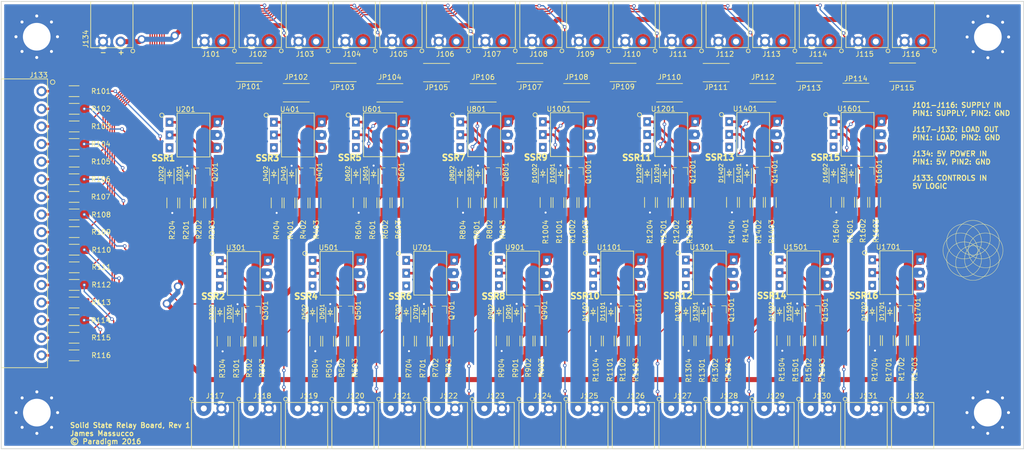
<source format=kicad_pcb>
(kicad_pcb (version 4) (host pcbnew 4.0.4-stable)
  (layers (0 F.Cu signal) (31 B.Cu signal) (34 B.Paste user) (35 F.Paste user) (36 B.SilkS user) (37 F.SilkS user) (38 B.Mask user) (39 F.Mask user) (44 Edge.Cuts user))
  (net 0 "")
  (net 1 /CTRL1)
  (net 2 GND)
  (net 3 /CTRL2)
  (net 4 /CTRL3)
  (net 5 /CTRL4)
  (net 6 /CTRL5)
  (net 7 /CTRL6)
  (net 8 /CTRL7)
  (net 9 /CTRL8)
  (net 10 /CTRL9)
  (net 11 /CTRL10)
  (net 12 /CTRL11)
  (net 13 /CTRL12)
  (net 14 /CTRL13)
  (net 15 /CTRL14)
  (net 16 /CTRL15)
  (net 17 /CTRL16)
  (net 18 /SUPPLY1)
  (net 19 /SUPPLY2)
  (net 20 /SUPPLY3)
  (net 21 /SUPPLY4)
  (net 22 /SUPPLY5)
  (net 23 /SUPPLY6)
  (net 24 /SUPPLY7)
  (net 25 /SUPPLY8)
  (net 26 /SUPPLY9)
  (net 27 /SUPPLY10)
  (net 28 /SUPPLY11)
  (net 29 /SUPPLY12)
  (net 30 /SUPPLY16)
  (net 31 /SUPPLY15)
  (net 32 /SUPPLY14)
  (net 33 /SUPPLY13)
  (net 34 /LOAD1)
  (net 35 /LOAD2)
  (net 36 /LOAD3)
  (net 37 /LOAD4)
  (net 38 /LOAD5)
  (net 39 /LOAD6)
  (net 40 /LOAD7)
  (net 41 /LOAD8)
  (net 42 /LOAD9)
  (net 43 /LOAD10)
  (net 44 /LOAD11)
  (net 45 /LOAD12)
  (net 46 /LOAD13)
  (net 47 /LOAD14)
  (net 48 /LOAD15)
  (net 49 /LOAD16)
  (net 50 "Net-(J133-Pad1)")
  (net 51 "Net-(J133-Pad2)")
  (net 52 "Net-(J133-Pad3)")
  (net 53 "Net-(J133-Pad4)")
  (net 54 "Net-(J133-Pad5)")
  (net 55 "Net-(J133-Pad6)")
  (net 56 "Net-(J133-Pad7)")
  (net 57 "Net-(J133-Pad8)")
  (net 58 "Net-(J133-Pad9)")
  (net 59 "Net-(J133-Pad10)")
  (net 60 "Net-(J133-Pad11)")
  (net 61 "Net-(J133-Pad12)")
  (net 62 "Net-(J133-Pad13)")
  (net 63 "Net-(J133-Pad14)")
  (net 64 "Net-(J133-Pad15)")
  (net 65 "Net-(J133-Pad16)")
  (net 66 /5V0)
  (net 67 "Net-(Q201-Pad1)")
  (net 68 "Net-(Q201-Pad3)")
  (net 69 "Net-(Q301-Pad1)")
  (net 70 "Net-(Q301-Pad3)")
  (net 71 "Net-(Q401-Pad1)")
  (net 72 "Net-(Q401-Pad3)")
  (net 73 "Net-(Q501-Pad1)")
  (net 74 "Net-(Q501-Pad3)")
  (net 75 "Net-(Q601-Pad1)")
  (net 76 "Net-(Q601-Pad3)")
  (net 77 "Net-(Q701-Pad1)")
  (net 78 "Net-(Q701-Pad3)")
  (net 79 "Net-(Q801-Pad1)")
  (net 80 "Net-(Q801-Pad3)")
  (net 81 "Net-(Q901-Pad1)")
  (net 82 "Net-(Q901-Pad3)")
  (net 83 "Net-(Q1001-Pad1)")
  (net 84 "Net-(Q1001-Pad3)")
  (net 85 "Net-(Q1101-Pad1)")
  (net 86 "Net-(Q1101-Pad3)")
  (net 87 "Net-(Q1201-Pad1)")
  (net 88 "Net-(Q1201-Pad3)")
  (net 89 "Net-(Q1301-Pad1)")
  (net 90 "Net-(Q1301-Pad3)")
  (net 91 "Net-(Q1401-Pad1)")
  (net 92 "Net-(Q1401-Pad3)")
  (net 93 "Net-(Q1501-Pad1)")
  (net 94 "Net-(Q1501-Pad3)")
  (net 95 "Net-(Q1601-Pad1)")
  (net 96 "Net-(Q1601-Pad3)")
  (net 97 "Net-(Q1701-Pad1)")
  (net 98 "Net-(Q1701-Pad3)")
  (net 99 "Net-(R203-Pad2)")
  (net 100 "Net-(R303-Pad2)")
  (net 101 "Net-(R403-Pad2)")
  (net 102 "Net-(R503-Pad2)")
  (net 103 "Net-(R603-Pad2)")
  (net 104 "Net-(R703-Pad2)")
  (net 105 "Net-(R803-Pad2)")
  (net 106 "Net-(R903-Pad2)")
  (net 107 "Net-(R1003-Pad2)")
  (net 108 "Net-(R1103-Pad2)")
  (net 109 "Net-(R1203-Pad2)")
  (net 110 "Net-(R1303-Pad2)")
  (net 111 "Net-(R1403-Pad2)")
  (net 112 "Net-(R1503-Pad2)")
  (net 113 "Net-(R1603-Pad2)")
  (net 114 "Net-(R1703-Pad2)")
  (net 115 "Net-(D202-Pad1)")
  (net 116 "Net-(D302-Pad1)")
  (net 117 "Net-(D402-Pad1)")
  (net 118 "Net-(D502-Pad1)")
  (net 119 "Net-(D602-Pad1)")
  (net 120 "Net-(D702-Pad1)")
  (net 121 "Net-(D802-Pad1)")
  (net 122 "Net-(D902-Pad1)")
  (net 123 "Net-(D1002-Pad1)")
  (net 124 "Net-(D1102-Pad1)")
  (net 125 "Net-(D1202-Pad1)")
  (net 126 "Net-(D1302-Pad1)")
  (net 127 "Net-(D1402-Pad1)")
  (net 128 "Net-(D1502-Pad1)")
  (net 129 "Net-(D1602-Pad1)")
  (net 130 "Net-(D1702-Pad1)")
  (module hyperCustom:SOD-123 (layer F.Cu) (at 154.67 61.64 90)
    (fp_text reference D1502 (at 0.02 -1.62 90) (layer F.SilkS) (effects (font (size 0.8 0.8))))
    (fp_text value LED)
    (pad 1 smd rect (at -1.635 0 90) (size 0.91 1.22) (layers F.Cu F.Paste F.Mask) (net 128 "Net-(D1502-Pad1)"))
    (pad 2 smd rect (at 1.635 0 90) (size 0.91 1.22) (layers F.Cu F.Paste F.Mask) (net 15 /CTRL14))
  )
  (module TO_SOT_Packages_SMD:SOT-23_Handsoldering (layer F.Cu) (at 161.125 61.25 90)
    (fp_text reference Q1501 (at -0.075 2.6 90) (layer F.SilkS))
    (fp_text value MMBT2222ALT1G)
    (pad 1 smd rect (at -1.5 -0.95 90) (size 1.9 0.8) (layers F.Cu F.Paste F.Mask) (net 93 "Net-(Q1501-Pad1)"))
    (pad 2 smd rect (at -1.5 0.95 90) (size 1.9 0.8) (layers F.Cu F.Paste F.Mask) (net 2 GND))
    (pad 3 smd rect (at 1.5 0 90) (size 1.9 0.8) (layers F.Cu F.Paste F.Mask) (net 94 "Net-(Q1501-Pad3)"))
  )
  (module hyperCustom:SOD-123 (layer F.Cu) (at 158.19 61.69 90)
    (fp_text reference D1501 (at 0.13 -1.6 90) (layer F.SilkS) (effects (font (size 0.8 0.8))))
    (fp_text value 5.6V)
    (pad 1 smd rect (at -1.635 0 90) (size 0.91 1.22) (layers F.Cu F.Paste F.Mask) (net 15 /CTRL14))
    (pad 2 smd rect (at 1.635 0 90) (size 0.91 1.22) (layers F.Cu F.Paste F.Mask) (net 2 GND))
  )
  (module hyperCustom:VISHAY_6SMD_OPTOCOUPLER (layer F.Cu) (at 159.435 53.94 180)
    (fp_text reference U1501 (at 1.575 5.1 180) (layer F.SilkS))
    (fp_text value SSR)
    (pad 5 thru_hole rect (at -4.765 0 180) (size 1.52 1.78) (drill 0.762) (layers *.Cu *.Mask) (net 47 /LOAD14))
    (pad 2 thru_hole rect (at 4.765 0 180) (size 1.52 1.78) (drill 0.762) (layers *.Cu *.Mask) (net 94 "Net-(Q1501-Pad3)"))
    (pad 6 thru_hole rect (at -4.765 2.54 180) (size 1.52 1.78) (drill 0.762) (layers *.Cu *.Mask) (net 32 /SUPPLY14))
    (pad 4 thru_hole rect (at -4.765 -2.54 180) (size 1.52 1.78) (drill 0.762) (layers *.Cu *.Mask) (net 32 /SUPPLY14))
    (pad 3 thru_hole rect (at 4.765 -2.54 180) (size 1.52 1.78) (drill 0.762) (layers *.Cu *.Mask))
    (pad 1 thru_hole rect (at 4.765 2.54 180) (size 1.52 1.78) (drill 0.762) (layers *.Cu *.Mask) (net 112 "Net-(R1503-Pad2)"))
  )
  (module Resistors_SMD:R_1206_HandSoldering (layer F.Cu) (at 173.64 67.4 270)
    (fp_text reference R1704 (at 5.8 0.03 270) (layer F.SilkS))
    (fp_text value 910)
    (pad 1 smd rect (at -2 0 270) (size 2 1.7) (layers F.Cu F.Paste F.Mask) (net 130 "Net-(D1702-Pad1)"))
    (pad 2 smd rect (at 2 0 270) (size 2 1.7) (layers F.Cu F.Paste F.Mask) (net 2 GND))
  )
  (module hyperCustom:SOD-123 (layer F.Cu) (at 176.61 61.66 90)
    (fp_text reference D1701 (at 0.13 -1.6 90) (layer F.SilkS) (effects (font (size 0.8 0.8))))
    (fp_text value 5.6V)
    (pad 1 smd rect (at -1.635 0 90) (size 0.91 1.22) (layers F.Cu F.Paste F.Mask) (net 17 /CTRL16))
    (pad 2 smd rect (at 1.635 0 90) (size 0.91 1.22) (layers F.Cu F.Paste F.Mask) (net 2 GND))
  )
  (module hyperCustom:VISHAY_6SMD_OPTOCOUPLER (layer F.Cu) (at 177.855 53.91 180)
    (fp_text reference U1701 (at 1.575 5.1 180) (layer F.SilkS))
    (fp_text value SSR)
    (pad 5 thru_hole rect (at -4.765 0 180) (size 1.52 1.78) (drill 0.762) (layers *.Cu *.Mask) (net 49 /LOAD16))
    (pad 2 thru_hole rect (at 4.765 0 180) (size 1.52 1.78) (drill 0.762) (layers *.Cu *.Mask) (net 98 "Net-(Q1701-Pad3)"))
    (pad 6 thru_hole rect (at -4.765 2.54 180) (size 1.52 1.78) (drill 0.762) (layers *.Cu *.Mask) (net 30 /SUPPLY16))
    (pad 4 thru_hole rect (at -4.765 -2.54 180) (size 1.52 1.78) (drill 0.762) (layers *.Cu *.Mask) (net 30 /SUPPLY16))
    (pad 3 thru_hole rect (at 4.765 -2.54 180) (size 1.52 1.78) (drill 0.762) (layers *.Cu *.Mask))
    (pad 1 thru_hole rect (at 4.765 2.54 180) (size 1.52 1.78) (drill 0.762) (layers *.Cu *.Mask) (net 114 "Net-(R1703-Pad2)"))
  )
  (module hyperCustom:SOD-123 (layer F.Cu) (at 173.09 61.61 90)
    (fp_text reference D1702 (at 0.02 -1.62 90) (layer F.SilkS) (effects (font (size 0.8 0.8))))
    (fp_text value LED)
    (pad 1 smd rect (at -1.635 0 90) (size 0.91 1.22) (layers F.Cu F.Paste F.Mask) (net 130 "Net-(D1702-Pad1)"))
    (pad 2 smd rect (at 1.635 0 90) (size 0.91 1.22) (layers F.Cu F.Paste F.Mask) (net 17 /CTRL16))
  )
  (module Resistors_SMD:R_1206_HandSoldering (layer F.Cu) (at 181.35 67.41 90)
    (fp_text reference R1703 (at -5.71 0.18 90) (layer F.SilkS))
    (fp_text value 910)
    (pad 1 smd rect (at -2 0 90) (size 2 1.7) (layers F.Cu F.Paste F.Mask) (net 66 /5V0))
    (pad 2 smd rect (at 2 0 90) (size 2 1.7) (layers F.Cu F.Paste F.Mask) (net 114 "Net-(R1703-Pad2)"))
  )
  (module TO_SOT_Packages_SMD:SOT-23_Handsoldering (layer F.Cu) (at 179.545 61.22 90)
    (fp_text reference Q1701 (at -0.075 2.6 90) (layer F.SilkS))
    (fp_text value MMBT2222ALT1G)
    (pad 1 smd rect (at -1.5 -0.95 90) (size 1.9 0.8) (layers F.Cu F.Paste F.Mask) (net 97 "Net-(Q1701-Pad1)"))
    (pad 2 smd rect (at -1.5 0.95 90) (size 1.9 0.8) (layers F.Cu F.Paste F.Mask) (net 2 GND))
    (pad 3 smd rect (at 1.5 0 90) (size 1.9 0.8) (layers F.Cu F.Paste F.Mask) (net 98 "Net-(Q1701-Pad3)"))
  )
  (module Resistors_SMD:R_1206_HandSoldering (layer F.Cu) (at 176.195 67.42 90)
    (fp_text reference R1701 (at -5.78 0.195 90) (layer F.SilkS))
    (fp_text value 100k)
    (pad 1 smd rect (at -2 0 90) (size 2 1.7) (layers F.Cu F.Paste F.Mask) (net 97 "Net-(Q1701-Pad1)"))
    (pad 2 smd rect (at 2 0 90) (size 2 1.7) (layers F.Cu F.Paste F.Mask) (net 17 /CTRL16))
  )
  (module Resistors_SMD:R_1206_HandSoldering (layer F.Cu) (at 178.795 67.42 270)
    (fp_text reference R1702 (at 5.69 -0.135 270) (layer F.SilkS))
    (fp_text value 1M)
    (pad 1 smd rect (at -2 0 270) (size 2 1.7) (layers F.Cu F.Paste F.Mask) (net 97 "Net-(Q1701-Pad1)"))
    (pad 2 smd rect (at 2 0 270) (size 2 1.7) (layers F.Cu F.Paste F.Mask) (net 2 GND))
  )
  (module Resistors_SMD:R_1206_HandSoldering (layer F.Cu) (at 145.22 39.93 270)
    (fp_text reference R1404 (at 5.87 0.01 270) (layer F.SilkS))
    (fp_text value 910)
    (pad 1 smd rect (at -2 0 270) (size 2 1.7) (layers F.Cu F.Paste F.Mask) (net 127 "Net-(D1402-Pad1)"))
    (pad 2 smd rect (at 2 0 270) (size 2 1.7) (layers F.Cu F.Paste F.Mask) (net 2 GND))
  )
  (module TO_SOT_Packages_SMD:SOT-23_Handsoldering (layer F.Cu) (at 151.125 33.75 90)
    (fp_text reference Q1401 (at -0.075 2.6 90) (layer F.SilkS))
    (fp_text value MMBT2222ALT1G)
    (pad 1 smd rect (at -1.5 -0.95 90) (size 1.9 0.8) (layers F.Cu F.Paste F.Mask) (net 91 "Net-(Q1401-Pad1)"))
    (pad 2 smd rect (at -1.5 0.95 90) (size 1.9 0.8) (layers F.Cu F.Paste F.Mask) (net 2 GND))
    (pad 3 smd rect (at 1.5 0 90) (size 1.9 0.8) (layers F.Cu F.Paste F.Mask) (net 92 "Net-(Q1401-Pad3)"))
  )
  (module hyperCustom:SOD-123 (layer F.Cu) (at 148.19 34.19 90)
    (fp_text reference D1401 (at 0.13 -1.6 90) (layer F.SilkS) (effects (font (size 0.8 0.8))))
    (fp_text value 5.6V)
    (pad 1 smd rect (at -1.635 0 90) (size 0.91 1.22) (layers F.Cu F.Paste F.Mask) (net 14 /CTRL13))
    (pad 2 smd rect (at 1.635 0 90) (size 0.91 1.22) (layers F.Cu F.Paste F.Mask) (net 2 GND))
  )
  (module Resistors_SMD:R_1206_HandSoldering (layer F.Cu) (at 147.775 39.95 90)
    (fp_text reference R1401 (at -5.66 0.145 90) (layer F.SilkS))
    (fp_text value 100k)
    (pad 1 smd rect (at -2 0 90) (size 2 1.7) (layers F.Cu F.Paste F.Mask) (net 91 "Net-(Q1401-Pad1)"))
    (pad 2 smd rect (at 2 0 90) (size 2 1.7) (layers F.Cu F.Paste F.Mask) (net 14 /CTRL13))
  )
  (module Resistors_SMD:R_1206_HandSoldering (layer F.Cu) (at 150.375 39.95 270)
    (fp_text reference R1402 (at 5.85 -0.125 270) (layer F.SilkS))
    (fp_text value 1M)
    (pad 1 smd rect (at -2 0 270) (size 2 1.7) (layers F.Cu F.Paste F.Mask) (net 91 "Net-(Q1401-Pad1)"))
    (pad 2 smd rect (at 2 0 270) (size 2 1.7) (layers F.Cu F.Paste F.Mask) (net 2 GND))
  )
  (module hyperCustom:SOD-123 (layer F.Cu) (at 144.67 34.14 90)
    (fp_text reference D1402 (at 0.02 -1.62 90) (layer F.SilkS) (effects (font (size 0.8 0.8))))
    (fp_text value LED)
    (pad 1 smd rect (at -1.635 0 90) (size 0.91 1.22) (layers F.Cu F.Paste F.Mask) (net 127 "Net-(D1402-Pad1)"))
    (pad 2 smd rect (at 1.635 0 90) (size 0.91 1.22) (layers F.Cu F.Paste F.Mask) (net 14 /CTRL13))
  )
  (module Resistors_SMD:R_1206_HandSoldering (layer F.Cu) (at 152.93 39.94 90)
    (fp_text reference R1403 (at -5.79 0.16 90) (layer F.SilkS))
    (fp_text value 910)
    (pad 1 smd rect (at -2 0 90) (size 2 1.7) (layers F.Cu F.Paste F.Mask) (net 66 /5V0))
    (pad 2 smd rect (at 2 0 90) (size 2 1.7) (layers F.Cu F.Paste F.Mask) (net 111 "Net-(R1403-Pad2)"))
  )
  (module hyperCustom:VISHAY_6SMD_OPTOCOUPLER (layer F.Cu) (at 149.435 26.44 180)
    (fp_text reference U1401 (at 1.575 5.1 180) (layer F.SilkS))
    (fp_text value SSR)
    (pad 5 thru_hole rect (at -4.765 0 180) (size 1.52 1.78) (drill 0.762) (layers *.Cu *.Mask) (net 46 /LOAD13))
    (pad 2 thru_hole rect (at 4.765 0 180) (size 1.52 1.78) (drill 0.762) (layers *.Cu *.Mask) (net 92 "Net-(Q1401-Pad3)"))
    (pad 6 thru_hole rect (at -4.765 2.54 180) (size 1.52 1.78) (drill 0.762) (layers *.Cu *.Mask) (net 33 /SUPPLY13))
    (pad 4 thru_hole rect (at -4.765 -2.54 180) (size 1.52 1.78) (drill 0.762) (layers *.Cu *.Mask) (net 33 /SUPPLY13))
    (pad 3 thru_hole rect (at 4.765 -2.54 180) (size 1.52 1.78) (drill 0.762) (layers *.Cu *.Mask))
    (pad 1 thru_hole rect (at 4.765 2.54 180) (size 1.52 1.78) (drill 0.762) (layers *.Cu *.Mask) (net 111 "Net-(R1403-Pad2)"))
  )
  (module TO_SOT_Packages_SMD:SOT-23_Handsoldering (layer F.Cu) (at 171.865 33.74 90)
    (fp_text reference Q1601 (at -0.075 2.6 90) (layer F.SilkS))
    (fp_text value MMBT2222ALT1G)
    (pad 1 smd rect (at -1.5 -0.95 90) (size 1.9 0.8) (layers F.Cu F.Paste F.Mask) (net 95 "Net-(Q1601-Pad1)"))
    (pad 2 smd rect (at -1.5 0.95 90) (size 1.9 0.8) (layers F.Cu F.Paste F.Mask) (net 2 GND))
    (pad 3 smd rect (at 1.5 0 90) (size 1.9 0.8) (layers F.Cu F.Paste F.Mask) (net 96 "Net-(Q1601-Pad3)"))
  )
  (module Resistors_SMD:R_1206_HandSoldering (layer F.Cu) (at 173.67 39.93 90)
    (fp_text reference R1603 (at -5.67 0.17 90) (layer F.SilkS))
    (fp_text value 910)
    (pad 1 smd rect (at -2 0 90) (size 2 1.7) (layers F.Cu F.Paste F.Mask) (net 66 /5V0))
    (pad 2 smd rect (at 2 0 90) (size 2 1.7) (layers F.Cu F.Paste F.Mask) (net 113 "Net-(R1603-Pad2)"))
  )
  (module Resistors_SMD:R_1206_HandSoldering (layer F.Cu) (at 171.115 39.94 270)
    (fp_text reference R1602 (at 5.65 -0.125 270) (layer F.SilkS))
    (fp_text value 1M)
    (pad 1 smd rect (at -2 0 270) (size 2 1.7) (layers F.Cu F.Paste F.Mask) (net 95 "Net-(Q1601-Pad1)"))
    (pad 2 smd rect (at 2 0 270) (size 2 1.7) (layers F.Cu F.Paste F.Mask) (net 2 GND))
  )
  (module hyperCustom:SOD-123 (layer F.Cu) (at 165.41 34.13 90)
    (fp_text reference D1602 (at 0.02 -1.62 90) (layer F.SilkS) (effects (font (size 0.8 0.8))))
    (fp_text value LED)
    (pad 1 smd rect (at -1.635 0 90) (size 0.91 1.22) (layers F.Cu F.Paste F.Mask) (net 129 "Net-(D1602-Pad1)"))
    (pad 2 smd rect (at 1.635 0 90) (size 0.91 1.22) (layers F.Cu F.Paste F.Mask) (net 16 /CTRL15))
  )
  (module Resistors_SMD:R_1206_HandSoldering (layer F.Cu) (at 165.96 39.92 270)
    (fp_text reference R1604 (at 5.76 0.04 270) (layer F.SilkS))
    (fp_text value 910)
    (pad 1 smd rect (at -2 0 270) (size 2 1.7) (layers F.Cu F.Paste F.Mask) (net 129 "Net-(D1602-Pad1)"))
    (pad 2 smd rect (at 2 0 270) (size 2 1.7) (layers F.Cu F.Paste F.Mask) (net 2 GND))
  )
  (module hyperCustom:VISHAY_6SMD_OPTOCOUPLER (layer F.Cu) (at 170.175 26.43 180)
    (fp_text reference U1601 (at 1.575 5.1 180) (layer F.SilkS))
    (fp_text value SSR)
    (pad 5 thru_hole rect (at -4.765 0 180) (size 1.52 1.78) (drill 0.762) (layers *.Cu *.Mask) (net 48 /LOAD15))
    (pad 2 thru_hole rect (at 4.765 0 180) (size 1.52 1.78) (drill 0.762) (layers *.Cu *.Mask) (net 96 "Net-(Q1601-Pad3)"))
    (pad 6 thru_hole rect (at -4.765 2.54 180) (size 1.52 1.78) (drill 0.762) (layers *.Cu *.Mask) (net 31 /SUPPLY15))
    (pad 4 thru_hole rect (at -4.765 -2.54 180) (size 1.52 1.78) (drill 0.762) (layers *.Cu *.Mask) (net 31 /SUPPLY15))
    (pad 3 thru_hole rect (at 4.765 -2.54 180) (size 1.52 1.78) (drill 0.762) (layers *.Cu *.Mask))
    (pad 1 thru_hole rect (at 4.765 2.54 180) (size 1.52 1.78) (drill 0.762) (layers *.Cu *.Mask) (net 113 "Net-(R1603-Pad2)"))
  )
  (module Resistors_SMD:R_1206_HandSoldering (layer F.Cu) (at 168.515 39.94 90)
    (fp_text reference R1601 (at -5.74 0.185 90) (layer F.SilkS))
    (fp_text value 100k)
    (pad 1 smd rect (at -2 0 90) (size 2 1.7) (layers F.Cu F.Paste F.Mask) (net 95 "Net-(Q1601-Pad1)"))
    (pad 2 smd rect (at 2 0 90) (size 2 1.7) (layers F.Cu F.Paste F.Mask) (net 16 /CTRL15))
  )
  (module hyperCustom:SOD-123 (layer F.Cu) (at 168.93 34.18 90)
    (fp_text reference D1601 (at 0.13 -1.6 90) (layer F.SilkS) (effects (font (size 0.8 0.8))))
    (fp_text value 5.6V)
    (pad 1 smd rect (at -1.635 0 90) (size 0.91 1.22) (layers F.Cu F.Paste F.Mask) (net 16 /CTRL15))
    (pad 2 smd rect (at 1.635 0 90) (size 0.91 1.22) (layers F.Cu F.Paste F.Mask) (net 2 GND))
  )
  (module Resistors_SMD:R_1206_HandSoldering (layer F.Cu) (at 155.22 67.43 270)
    (fp_text reference R1504 (at 5.75 0.08 270) (layer F.SilkS))
    (fp_text value 910)
    (pad 1 smd rect (at -2 0 270) (size 2 1.7) (layers F.Cu F.Paste F.Mask) (net 128 "Net-(D1502-Pad1)"))
    (pad 2 smd rect (at 2 0 270) (size 2 1.7) (layers F.Cu F.Paste F.Mask) (net 2 GND))
  )
  (module Resistors_SMD:R_1206_HandSoldering (layer F.Cu) (at 157.775 67.45 90)
    (fp_text reference R1501 (at -5.79 0.075 90) (layer F.SilkS))
    (fp_text value 100k)
    (pad 1 smd rect (at -2 0 90) (size 2 1.7) (layers F.Cu F.Paste F.Mask) (net 93 "Net-(Q1501-Pad1)"))
    (pad 2 smd rect (at 2 0 90) (size 2 1.7) (layers F.Cu F.Paste F.Mask) (net 15 /CTRL14))
  )
  (module Resistors_SMD:R_1206_HandSoldering (layer F.Cu) (at 162.93 67.44 90)
    (fp_text reference R1503 (at -5.86 0.21 90) (layer F.SilkS))
    (fp_text value 910)
    (pad 1 smd rect (at -2 0 90) (size 2 1.7) (layers F.Cu F.Paste F.Mask) (net 66 /5V0))
    (pad 2 smd rect (at 2 0 90) (size 2 1.7) (layers F.Cu F.Paste F.Mask) (net 112 "Net-(R1503-Pad2)"))
  )
  (module Resistors_SMD:R_1206_HandSoldering (layer F.Cu) (at 160.375 67.45 270)
    (fp_text reference R1502 (at 5.79 -0.065 270) (layer F.SilkS))
    (fp_text value 1M)
    (pad 1 smd rect (at -2 0 270) (size 2 1.7) (layers F.Cu F.Paste F.Mask) (net 93 "Net-(Q1501-Pad1)"))
    (pad 2 smd rect (at 2 0 270) (size 2 1.7) (layers F.Cu F.Paste F.Mask) (net 2 GND))
  )
  (module Resistors_SMD:R_1206_HandSoldering (layer F.Cu) (at 128.92 39.96 270)
    (fp_text reference R1204 (at 5.82 0.02 270) (layer F.SilkS))
    (fp_text value 910)
    (pad 1 smd rect (at -2 0 270) (size 2 1.7) (layers F.Cu F.Paste F.Mask) (net 125 "Net-(D1202-Pad1)"))
    (pad 2 smd rect (at 2 0 270) (size 2 1.7) (layers F.Cu F.Paste F.Mask) (net 2 GND))
  )
  (module hyperCustom:SOD-123 (layer F.Cu) (at 128.37 34.17 90)
    (fp_text reference D1202 (at 0.02 -1.62 90) (layer F.SilkS) (effects (font (size 0.8 0.8))))
    (fp_text value LED)
    (pad 1 smd rect (at -1.635 0 90) (size 0.91 1.22) (layers F.Cu F.Paste F.Mask) (net 125 "Net-(D1202-Pad1)"))
    (pad 2 smd rect (at 1.635 0 90) (size 0.91 1.22) (layers F.Cu F.Paste F.Mask) (net 12 /CTRL11))
  )
  (module hyperCustom:VISHAY_6SMD_OPTOCOUPLER (layer F.Cu) (at 133.135 26.47 180)
    (fp_text reference U1201 (at 1.575 5.1 180) (layer F.SilkS))
    (fp_text value SSR)
    (pad 5 thru_hole rect (at -4.765 0 180) (size 1.52 1.78) (drill 0.762) (layers *.Cu *.Mask) (net 44 /LOAD11))
    (pad 2 thru_hole rect (at 4.765 0 180) (size 1.52 1.78) (drill 0.762) (layers *.Cu *.Mask) (net 88 "Net-(Q1201-Pad3)"))
    (pad 6 thru_hole rect (at -4.765 2.54 180) (size 1.52 1.78) (drill 0.762) (layers *.Cu *.Mask) (net 28 /SUPPLY11))
    (pad 4 thru_hole rect (at -4.765 -2.54 180) (size 1.52 1.78) (drill 0.762) (layers *.Cu *.Mask) (net 28 /SUPPLY11))
    (pad 3 thru_hole rect (at 4.765 -2.54 180) (size 1.52 1.78) (drill 0.762) (layers *.Cu *.Mask))
    (pad 1 thru_hole rect (at 4.765 2.54 180) (size 1.52 1.78) (drill 0.762) (layers *.Cu *.Mask) (net 109 "Net-(R1203-Pad2)"))
  )
  (module TO_SOT_Packages_SMD:SOT-23_Handsoldering (layer F.Cu) (at 134.825 33.78 90)
    (fp_text reference Q1201 (at -0.075 2.6 90) (layer F.SilkS))
    (fp_text value MMBT2222ALT1G)
    (pad 1 smd rect (at -1.5 -0.95 90) (size 1.9 0.8) (layers F.Cu F.Paste F.Mask) (net 87 "Net-(Q1201-Pad1)"))
    (pad 2 smd rect (at -1.5 0.95 90) (size 1.9 0.8) (layers F.Cu F.Paste F.Mask) (net 2 GND))
    (pad 3 smd rect (at 1.5 0 90) (size 1.9 0.8) (layers F.Cu F.Paste F.Mask) (net 88 "Net-(Q1201-Pad3)"))
  )
  (module hyperCustom:SOD-123 (layer F.Cu) (at 131.89 34.22 90)
    (fp_text reference D1201 (at 0.13 -1.6 90) (layer F.SilkS) (effects (font (size 0.8 0.8))))
    (fp_text value 5.6V)
    (pad 1 smd rect (at -1.635 0 90) (size 0.91 1.22) (layers F.Cu F.Paste F.Mask) (net 12 /CTRL11))
    (pad 2 smd rect (at 1.635 0 90) (size 0.91 1.22) (layers F.Cu F.Paste F.Mask) (net 2 GND))
  )
  (module hyperCustom:VISHAY_6SMD_OPTOCOUPLER (layer F.Cu) (at 112.395 26.48 180)
    (fp_text reference U1001 (at 1.575 5.1 180) (layer F.SilkS))
    (fp_text value SSR)
    (pad 5 thru_hole rect (at -4.765 0 180) (size 1.52 1.78) (drill 0.762) (layers *.Cu *.Mask) (net 42 /LOAD9))
    (pad 2 thru_hole rect (at 4.765 0 180) (size 1.52 1.78) (drill 0.762) (layers *.Cu *.Mask) (net 84 "Net-(Q1001-Pad3)"))
    (pad 6 thru_hole rect (at -4.765 2.54 180) (size 1.52 1.78) (drill 0.762) (layers *.Cu *.Mask) (net 26 /SUPPLY9))
    (pad 4 thru_hole rect (at -4.765 -2.54 180) (size 1.52 1.78) (drill 0.762) (layers *.Cu *.Mask) (net 26 /SUPPLY9))
    (pad 3 thru_hole rect (at 4.765 -2.54 180) (size 1.52 1.78) (drill 0.762) (layers *.Cu *.Mask))
    (pad 1 thru_hole rect (at 4.765 2.54 180) (size 1.52 1.78) (drill 0.762) (layers *.Cu *.Mask) (net 107 "Net-(R1003-Pad2)"))
  )
  (module TO_SOT_Packages_SMD:SOT-23_Handsoldering (layer F.Cu) (at 114.085 33.79 90)
    (fp_text reference Q1001 (at -0.075 2.6 90) (layer F.SilkS))
    (fp_text value MMBT2222ALT1G)
    (pad 1 smd rect (at -1.5 -0.95 90) (size 1.9 0.8) (layers F.Cu F.Paste F.Mask) (net 83 "Net-(Q1001-Pad1)"))
    (pad 2 smd rect (at -1.5 0.95 90) (size 1.9 0.8) (layers F.Cu F.Paste F.Mask) (net 2 GND))
    (pad 3 smd rect (at 1.5 0 90) (size 1.9 0.8) (layers F.Cu F.Paste F.Mask) (net 84 "Net-(Q1001-Pad3)"))
  )
  (module hyperCustom:SOD-123 (layer F.Cu) (at 111.15 34.23 90)
    (fp_text reference D1001 (at 0.13 -1.6 90) (layer F.SilkS) (effects (font (size 0.8 0.8))))
    (fp_text value 5.6V)
    (pad 1 smd rect (at -1.635 0 90) (size 0.91 1.22) (layers F.Cu F.Paste F.Mask) (net 10 /CTRL9))
    (pad 2 smd rect (at 1.635 0 90) (size 0.91 1.22) (layers F.Cu F.Paste F.Mask) (net 2 GND))
  )
  (module hyperCustom:SOD-123 (layer F.Cu) (at 107.63 34.18 90)
    (fp_text reference D1002 (at 0.02 -1.62 90) (layer F.SilkS) (effects (font (size 0.8 0.8))))
    (fp_text value LED)
    (pad 1 smd rect (at -1.635 0 90) (size 0.91 1.22) (layers F.Cu F.Paste F.Mask) (net 123 "Net-(D1002-Pad1)"))
    (pad 2 smd rect (at 1.635 0 90) (size 0.91 1.22) (layers F.Cu F.Paste F.Mask) (net 10 /CTRL9))
  )
  (module Resistors_SMD:R_1206_HandSoldering (layer F.Cu) (at 110.735 39.99 90)
    (fp_text reference R1001 (at -5.75 0.165 90) (layer F.SilkS))
    (fp_text value 100k)
    (pad 1 smd rect (at -2 0 90) (size 2 1.7) (layers F.Cu F.Paste F.Mask) (net 83 "Net-(Q1001-Pad1)"))
    (pad 2 smd rect (at 2 0 90) (size 2 1.7) (layers F.Cu F.Paste F.Mask) (net 10 /CTRL9))
  )
  (module Resistors_SMD:R_1206_HandSoldering (layer F.Cu) (at 113.335 39.99 270)
    (fp_text reference R1002 (at 5.75 -0.185 270) (layer F.SilkS))
    (fp_text value 1M)
    (pad 1 smd rect (at -2 0 270) (size 2 1.7) (layers F.Cu F.Paste F.Mask) (net 83 "Net-(Q1001-Pad1)"))
    (pad 2 smd rect (at 2 0 270) (size 2 1.7) (layers F.Cu F.Paste F.Mask) (net 2 GND))
  )
  (module Resistors_SMD:R_1206_HandSoldering (layer F.Cu) (at 108.18 39.97 270)
    (fp_text reference R1004 (at 5.85 0.01 270) (layer F.SilkS))
    (fp_text value 910)
    (pad 1 smd rect (at -2 0 270) (size 2 1.7) (layers F.Cu F.Paste F.Mask) (net 123 "Net-(D1002-Pad1)"))
    (pad 2 smd rect (at 2 0 270) (size 2 1.7) (layers F.Cu F.Paste F.Mask) (net 2 GND))
  )
  (module Resistors_SMD:R_1206_HandSoldering (layer F.Cu) (at 134.075 39.98 270)
    (fp_text reference R1202 (at 5.84 -0.095 270) (layer F.SilkS))
    (fp_text value 1M)
    (pad 1 smd rect (at -2 0 270) (size 2 1.7) (layers F.Cu F.Paste F.Mask) (net 87 "Net-(Q1201-Pad1)"))
    (pad 2 smd rect (at 2 0 270) (size 2 1.7) (layers F.Cu F.Paste F.Mask) (net 2 GND))
  )
  (module Resistors_SMD:R_1206_HandSoldering (layer F.Cu) (at 131.475 39.98 90)
    (fp_text reference R1201 (at -5.76 0.165 90) (layer F.SilkS))
    (fp_text value 100k)
    (pad 1 smd rect (at -2 0 90) (size 2 1.7) (layers F.Cu F.Paste F.Mask) (net 87 "Net-(Q1201-Pad1)"))
    (pad 2 smd rect (at 2 0 90) (size 2 1.7) (layers F.Cu F.Paste F.Mask) (net 12 /CTRL11))
  )
  (module Resistors_SMD:R_1206_HandSoldering (layer F.Cu) (at 115.89 39.98 90)
    (fp_text reference R1003 (at -5.8 0.21 90) (layer F.SilkS))
    (fp_text value 910)
    (pad 1 smd rect (at -2 0 90) (size 2 1.7) (layers F.Cu F.Paste F.Mask) (net 66 /5V0))
    (pad 2 smd rect (at 2 0 90) (size 2 1.7) (layers F.Cu F.Paste F.Mask) (net 107 "Net-(R1003-Pad2)"))
  )
  (module Resistors_SMD:R_1206_HandSoldering (layer F.Cu) (at 136.63 39.97 90)
    (fp_text reference R1203 (at -5.81 0.2 90) (layer F.SilkS))
    (fp_text value 910)
    (pad 1 smd rect (at -2 0 90) (size 2 1.7) (layers F.Cu F.Paste F.Mask) (net 66 /5V0))
    (pad 2 smd rect (at 2 0 90) (size 2 1.7) (layers F.Cu F.Paste F.Mask) (net 109 "Net-(R1203-Pad2)"))
  )
  (module TO_SOT_Packages_SMD:SOT-23_Handsoldering (layer F.Cu) (at 142.505 61.26 90)
    (fp_text reference Q1301 (at -0.075 2.6 90) (layer F.SilkS))
    (fp_text value MMBT2222ALT1G)
    (pad 1 smd rect (at -1.5 -0.95 90) (size 1.9 0.8) (layers F.Cu F.Paste F.Mask) (net 89 "Net-(Q1301-Pad1)"))
    (pad 2 smd rect (at -1.5 0.95 90) (size 1.9 0.8) (layers F.Cu F.Paste F.Mask) (net 2 GND))
    (pad 3 smd rect (at 1.5 0 90) (size 1.9 0.8) (layers F.Cu F.Paste F.Mask) (net 90 "Net-(Q1301-Pad3)"))
  )
  (module hyperCustom:VISHAY_6SMD_OPTOCOUPLER (layer F.Cu) (at 140.815 53.95 180)
    (fp_text reference U1301 (at 1.575 5.1 180) (layer F.SilkS))
    (fp_text value SSR)
    (pad 5 thru_hole rect (at -4.765 0 180) (size 1.52 1.78) (drill 0.762) (layers *.Cu *.Mask) (net 45 /LOAD12))
    (pad 2 thru_hole rect (at 4.765 0 180) (size 1.52 1.78) (drill 0.762) (layers *.Cu *.Mask) (net 90 "Net-(Q1301-Pad3)"))
    (pad 6 thru_hole rect (at -4.765 2.54 180) (size 1.52 1.78) (drill 0.762) (layers *.Cu *.Mask) (net 29 /SUPPLY12))
    (pad 4 thru_hole rect (at -4.765 -2.54 180) (size 1.52 1.78) (drill 0.762) (layers *.Cu *.Mask) (net 29 /SUPPLY12))
    (pad 3 thru_hole rect (at 4.765 -2.54 180) (size 1.52 1.78) (drill 0.762) (layers *.Cu *.Mask))
    (pad 1 thru_hole rect (at 4.765 2.54 180) (size 1.52 1.78) (drill 0.762) (layers *.Cu *.Mask) (net 110 "Net-(R1303-Pad2)"))
  )
  (module hyperCustom:SOD-123 (layer F.Cu) (at 139.57 61.7 90)
    (fp_text reference D1301 (at 0.13 -1.6 90) (layer F.SilkS) (effects (font (size 0.8 0.8))))
    (fp_text value 5.6V)
    (pad 1 smd rect (at -1.635 0 90) (size 0.91 1.22) (layers F.Cu F.Paste F.Mask) (net 13 /CTRL12))
    (pad 2 smd rect (at 1.635 0 90) (size 0.91 1.22) (layers F.Cu F.Paste F.Mask) (net 2 GND))
  )
  (module hyperCustom:SOD-123 (layer F.Cu) (at 136.05 61.65 90)
    (fp_text reference D1302 (at 0.02 -1.62 90) (layer F.SilkS) (effects (font (size 0.8 0.8))))
    (fp_text value LED)
    (pad 1 smd rect (at -1.635 0 90) (size 0.91 1.22) (layers F.Cu F.Paste F.Mask) (net 126 "Net-(D1302-Pad1)"))
    (pad 2 smd rect (at 1.635 0 90) (size 0.91 1.22) (layers F.Cu F.Paste F.Mask) (net 13 /CTRL12))
  )
  (module Resistors_SMD:R_1206_HandSoldering (layer F.Cu) (at 118.18 67.47 270)
    (fp_text reference R1104 (at 5.78 0.02 270) (layer F.SilkS))
    (fp_text value 910)
    (pad 1 smd rect (at -2 0 270) (size 2 1.7) (layers F.Cu F.Paste F.Mask) (net 124 "Net-(D1102-Pad1)"))
    (pad 2 smd rect (at 2 0 270) (size 2 1.7) (layers F.Cu F.Paste F.Mask) (net 2 GND))
  )
  (module Resistors_SMD:R_1206_HandSoldering (layer F.Cu) (at 120.735 67.49 90)
    (fp_text reference R1101 (at -5.68 0.235 90) (layer F.SilkS))
    (fp_text value 100k)
    (pad 1 smd rect (at -2 0 90) (size 2 1.7) (layers F.Cu F.Paste F.Mask) (net 85 "Net-(Q1101-Pad1)"))
    (pad 2 smd rect (at 2 0 90) (size 2 1.7) (layers F.Cu F.Paste F.Mask) (net 11 /CTRL10))
  )
  (module Resistors_SMD:R_1206_HandSoldering (layer F.Cu) (at 123.335 67.49 270)
    (fp_text reference R1102 (at 5.72 -0.175 270) (layer F.SilkS))
    (fp_text value 1M)
    (pad 1 smd rect (at -2 0 270) (size 2 1.7) (layers F.Cu F.Paste F.Mask) (net 85 "Net-(Q1101-Pad1)"))
    (pad 2 smd rect (at 2 0 270) (size 2 1.7) (layers F.Cu F.Paste F.Mask) (net 2 GND))
  )
  (module Resistors_SMD:R_1206_HandSoldering (layer F.Cu) (at 125.89 67.48 90)
    (fp_text reference R1103 (at -5.73 0.2 90) (layer F.SilkS))
    (fp_text value 910)
    (pad 1 smd rect (at -2 0 90) (size 2 1.7) (layers F.Cu F.Paste F.Mask) (net 66 /5V0))
    (pad 2 smd rect (at 2 0 90) (size 2 1.7) (layers F.Cu F.Paste F.Mask) (net 108 "Net-(R1103-Pad2)"))
  )
  (module hyperCustom:VISHAY_6SMD_OPTOCOUPLER (layer F.Cu) (at 122.395 53.98 180)
    (fp_text reference U1101 (at 1.575 5.1 180) (layer F.SilkS))
    (fp_text value SSR)
    (pad 5 thru_hole rect (at -4.765 0 180) (size 1.52 1.78) (drill 0.762) (layers *.Cu *.Mask) (net 43 /LOAD10))
    (pad 2 thru_hole rect (at 4.765 0 180) (size 1.52 1.78) (drill 0.762) (layers *.Cu *.Mask) (net 86 "Net-(Q1101-Pad3)"))
    (pad 6 thru_hole rect (at -4.765 2.54 180) (size 1.52 1.78) (drill 0.762) (layers *.Cu *.Mask) (net 27 /SUPPLY10))
    (pad 4 thru_hole rect (at -4.765 -2.54 180) (size 1.52 1.78) (drill 0.762) (layers *.Cu *.Mask) (net 27 /SUPPLY10))
    (pad 3 thru_hole rect (at 4.765 -2.54 180) (size 1.52 1.78) (drill 0.762) (layers *.Cu *.Mask))
    (pad 1 thru_hole rect (at 4.765 2.54 180) (size 1.52 1.78) (drill 0.762) (layers *.Cu *.Mask) (net 108 "Net-(R1103-Pad2)"))
  )
  (module TO_SOT_Packages_SMD:SOT-23_Handsoldering (layer F.Cu) (at 124.085 61.29 90)
    (fp_text reference Q1101 (at -0.075 2.6 90) (layer F.SilkS))
    (fp_text value MMBT2222ALT1G)
    (pad 1 smd rect (at -1.5 -0.95 90) (size 1.9 0.8) (layers F.Cu F.Paste F.Mask) (net 85 "Net-(Q1101-Pad1)"))
    (pad 2 smd rect (at -1.5 0.95 90) (size 1.9 0.8) (layers F.Cu F.Paste F.Mask) (net 2 GND))
    (pad 3 smd rect (at 1.5 0 90) (size 1.9 0.8) (layers F.Cu F.Paste F.Mask) (net 86 "Net-(Q1101-Pad3)"))
  )
  (module hyperCustom:SOD-123 (layer F.Cu) (at 121.15 61.73 90)
    (fp_text reference D1101 (at 0.13 -1.6 90) (layer F.SilkS) (effects (font (size 0.8 0.8))))
    (fp_text value 5.6V)
    (pad 1 smd rect (at -1.635 0 90) (size 0.91 1.22) (layers F.Cu F.Paste F.Mask) (net 11 /CTRL10))
    (pad 2 smd rect (at 1.635 0 90) (size 0.91 1.22) (layers F.Cu F.Paste F.Mask) (net 2 GND))
  )
  (module hyperCustom:SOD-123 (layer F.Cu) (at 117.63 61.68 90)
    (fp_text reference D1102 (at 0.02 -1.62 90) (layer F.SilkS) (effects (font (size 0.8 0.8))))
    (fp_text value LED)
    (pad 1 smd rect (at -1.635 0 90) (size 0.91 1.22) (layers F.Cu F.Paste F.Mask) (net 124 "Net-(D1102-Pad1)"))
    (pad 2 smd rect (at 1.635 0 90) (size 0.91 1.22) (layers F.Cu F.Paste F.Mask) (net 11 /CTRL10))
  )
  (module Resistors_SMD:R_1206_HandSoldering (layer F.Cu) (at 141.755 67.46 270)
    (fp_text reference R1302 (at 5.85 -0.155 270) (layer F.SilkS))
    (fp_text value 1M)
    (pad 1 smd rect (at -2 0 270) (size 2 1.7) (layers F.Cu F.Paste F.Mask) (net 89 "Net-(Q1301-Pad1)"))
    (pad 2 smd rect (at 2 0 270) (size 2 1.7) (layers F.Cu F.Paste F.Mask) (net 2 GND))
  )
  (module Resistors_SMD:R_1206_HandSoldering (layer F.Cu) (at 139.155 67.46 90)
    (fp_text reference R1301 (at -5.89 0.115 90) (layer F.SilkS))
    (fp_text value 100k)
    (pad 1 smd rect (at -2 0 90) (size 2 1.7) (layers F.Cu F.Paste F.Mask) (net 89 "Net-(Q1301-Pad1)"))
    (pad 2 smd rect (at 2 0 90) (size 2 1.7) (layers F.Cu F.Paste F.Mask) (net 13 /CTRL12))
  )
  (module Resistors_SMD:R_1206_HandSoldering (layer F.Cu) (at 136.6 67.44 270)
    (fp_text reference R1304 (at 5.91 0 270) (layer F.SilkS))
    (fp_text value 910)
    (pad 1 smd rect (at -2 0 270) (size 2 1.7) (layers F.Cu F.Paste F.Mask) (net 126 "Net-(D1302-Pad1)"))
    (pad 2 smd rect (at 2 0 270) (size 2 1.7) (layers F.Cu F.Paste F.Mask) (net 2 GND))
  )
  (module Resistors_SMD:R_1206_HandSoldering (layer F.Cu) (at 144.31 67.45 90)
    (fp_text reference R1303 (at -5.74 0.19 90) (layer F.SilkS))
    (fp_text value 910)
    (pad 1 smd rect (at -2 0 90) (size 2 1.7) (layers F.Cu F.Paste F.Mask) (net 66 /5V0))
    (pad 2 smd rect (at 2 0 90) (size 2 1.7) (layers F.Cu F.Paste F.Mask) (net 110 "Net-(R1303-Pad2)"))
  )
  (module hyperCustom:SOD-123 (layer F.Cu) (at 91.22 34.21 90)
    (fp_text reference D802 (at 0.02 -1.62 90) (layer F.SilkS) (effects (font (size 0.8 0.8))))
    (fp_text value LED)
    (pad 1 smd rect (at -1.635 0 90) (size 0.91 1.22) (layers F.Cu F.Paste F.Mask) (net 121 "Net-(D802-Pad1)"))
    (pad 2 smd rect (at 1.635 0 90) (size 0.91 1.22) (layers F.Cu F.Paste F.Mask) (net 8 /CTRL7))
  )
  (module Resistors_SMD:R_1206_HandSoldering (layer F.Cu) (at 91.77 40 270)
    (fp_text reference R804 (at 5.41 0.04 270) (layer F.SilkS))
    (fp_text value 910)
    (pad 1 smd rect (at -2 0 270) (size 2 1.7) (layers F.Cu F.Paste F.Mask) (net 121 "Net-(D802-Pad1)"))
    (pad 2 smd rect (at 2 0 270) (size 2 1.7) (layers F.Cu F.Paste F.Mask) (net 2 GND))
  )
  (module TO_SOT_Packages_SMD:SOT-23_Handsoldering (layer F.Cu) (at 97.675 33.82 90)
    (fp_text reference Q801 (at -0.075 2.6 90) (layer F.SilkS))
    (fp_text value MMBT2222ALT1G)
    (pad 1 smd rect (at -1.5 -0.95 90) (size 1.9 0.8) (layers F.Cu F.Paste F.Mask) (net 79 "Net-(Q801-Pad1)"))
    (pad 2 smd rect (at -1.5 0.95 90) (size 1.9 0.8) (layers F.Cu F.Paste F.Mask) (net 2 GND))
    (pad 3 smd rect (at 1.5 0 90) (size 1.9 0.8) (layers F.Cu F.Paste F.Mask) (net 80 "Net-(Q801-Pad3)"))
  )
  (module hyperCustom:VISHAY_6SMD_OPTOCOUPLER (layer F.Cu) (at 95.985 26.51 180)
    (fp_text reference U801 (at 1.575 5.1 180) (layer F.SilkS))
    (fp_text value SSR)
    (pad 5 thru_hole rect (at -4.765 0 180) (size 1.52 1.78) (drill 0.762) (layers *.Cu *.Mask) (net 40 /LOAD7))
    (pad 2 thru_hole rect (at 4.765 0 180) (size 1.52 1.78) (drill 0.762) (layers *.Cu *.Mask) (net 80 "Net-(Q801-Pad3)"))
    (pad 6 thru_hole rect (at -4.765 2.54 180) (size 1.52 1.78) (drill 0.762) (layers *.Cu *.Mask) (net 24 /SUPPLY7))
    (pad 4 thru_hole rect (at -4.765 -2.54 180) (size 1.52 1.78) (drill 0.762) (layers *.Cu *.Mask) (net 24 /SUPPLY7))
    (pad 3 thru_hole rect (at 4.765 -2.54 180) (size 1.52 1.78) (drill 0.762) (layers *.Cu *.Mask))
    (pad 1 thru_hole rect (at 4.765 2.54 180) (size 1.52 1.78) (drill 0.762) (layers *.Cu *.Mask) (net 105 "Net-(R803-Pad2)"))
  )
  (module hyperCustom:SOD-123 (layer F.Cu) (at 94.74 34.26 90)
    (fp_text reference D801 (at 0.13 -1.6 90) (layer F.SilkS) (effects (font (size 0.8 0.8))))
    (fp_text value 5.6V)
    (pad 1 smd rect (at -1.635 0 90) (size 0.91 1.22) (layers F.Cu F.Paste F.Mask) (net 8 /CTRL7))
    (pad 2 smd rect (at 1.635 0 90) (size 0.91 1.22) (layers F.Cu F.Paste F.Mask) (net 2 GND))
  )
  (module hyperCustom:SOD-123 (layer F.Cu) (at 70.48 34.22 90)
    (fp_text reference D602 (at 0.02 -1.62 90) (layer F.SilkS) (effects (font (size 0.8 0.8))))
    (fp_text value LED)
    (pad 1 smd rect (at -1.635 0 90) (size 0.91 1.22) (layers F.Cu F.Paste F.Mask) (net 119 "Net-(D602-Pad1)"))
    (pad 2 smd rect (at 1.635 0 90) (size 0.91 1.22) (layers F.Cu F.Paste F.Mask) (net 6 /CTRL5))
  )
  (module TO_SOT_Packages_SMD:SOT-23_Handsoldering (layer F.Cu) (at 76.935 33.83 90)
    (fp_text reference Q601 (at -0.075 2.6 90) (layer F.SilkS))
    (fp_text value MMBT2222ALT1G)
    (pad 1 smd rect (at -1.5 -0.95 90) (size 1.9 0.8) (layers F.Cu F.Paste F.Mask) (net 75 "Net-(Q601-Pad1)"))
    (pad 2 smd rect (at -1.5 0.95 90) (size 1.9 0.8) (layers F.Cu F.Paste F.Mask) (net 2 GND))
    (pad 3 smd rect (at 1.5 0 90) (size 1.9 0.8) (layers F.Cu F.Paste F.Mask) (net 76 "Net-(Q601-Pad3)"))
  )
  (module hyperCustom:SOD-123 (layer F.Cu) (at 74 34.27 90)
    (fp_text reference D601 (at 0.13 -1.6 90) (layer F.SilkS) (effects (font (size 0.8 0.8))))
    (fp_text value 5.6V)
    (pad 1 smd rect (at -1.635 0 90) (size 0.91 1.22) (layers F.Cu F.Paste F.Mask) (net 6 /CTRL5))
    (pad 2 smd rect (at 1.635 0 90) (size 0.91 1.22) (layers F.Cu F.Paste F.Mask) (net 2 GND))
  )
  (module hyperCustom:VISHAY_6SMD_OPTOCOUPLER (layer F.Cu) (at 75.245 26.52 180)
    (fp_text reference U601 (at 1.575 5.1 180) (layer F.SilkS))
    (fp_text value SSR)
    (pad 5 thru_hole rect (at -4.765 0 180) (size 1.52 1.78) (drill 0.762) (layers *.Cu *.Mask) (net 38 /LOAD5))
    (pad 2 thru_hole rect (at 4.765 0 180) (size 1.52 1.78) (drill 0.762) (layers *.Cu *.Mask) (net 76 "Net-(Q601-Pad3)"))
    (pad 6 thru_hole rect (at -4.765 2.54 180) (size 1.52 1.78) (drill 0.762) (layers *.Cu *.Mask) (net 22 /SUPPLY5))
    (pad 4 thru_hole rect (at -4.765 -2.54 180) (size 1.52 1.78) (drill 0.762) (layers *.Cu *.Mask) (net 22 /SUPPLY5))
    (pad 3 thru_hole rect (at 4.765 -2.54 180) (size 1.52 1.78) (drill 0.762) (layers *.Cu *.Mask))
    (pad 1 thru_hole rect (at 4.765 2.54 180) (size 1.52 1.78) (drill 0.762) (layers *.Cu *.Mask) (net 103 "Net-(R603-Pad2)"))
  )
  (module hyperCustom:SOD-123 (layer F.Cu) (at 98.9 61.69 90)
    (fp_text reference D902 (at 0.02 -1.62 90) (layer F.SilkS) (effects (font (size 0.8 0.8))))
    (fp_text value LED)
    (pad 1 smd rect (at -1.635 0 90) (size 0.91 1.22) (layers F.Cu F.Paste F.Mask) (net 122 "Net-(D902-Pad1)"))
    (pad 2 smd rect (at 1.635 0 90) (size 0.91 1.22) (layers F.Cu F.Paste F.Mask) (net 9 /CTRL8))
  )
  (module Resistors_SMD:R_1206_HandSoldering (layer F.Cu) (at 107.16 67.49 90)
    (fp_text reference R903 (at -5.32 0.17 90) (layer F.SilkS))
    (fp_text value 910)
    (pad 1 smd rect (at -2 0 90) (size 2 1.7) (layers F.Cu F.Paste F.Mask) (net 66 /5V0))
    (pad 2 smd rect (at 2 0 90) (size 2 1.7) (layers F.Cu F.Paste F.Mask) (net 106 "Net-(R903-Pad2)"))
  )
  (module hyperCustom:VISHAY_6SMD_OPTOCOUPLER (layer F.Cu) (at 103.665 53.99 180)
    (fp_text reference U901 (at 1.575 5.1 180) (layer F.SilkS))
    (fp_text value SSR)
    (pad 5 thru_hole rect (at -4.765 0 180) (size 1.52 1.78) (drill 0.762) (layers *.Cu *.Mask) (net 41 /LOAD8))
    (pad 2 thru_hole rect (at 4.765 0 180) (size 1.52 1.78) (drill 0.762) (layers *.Cu *.Mask) (net 82 "Net-(Q901-Pad3)"))
    (pad 6 thru_hole rect (at -4.765 2.54 180) (size 1.52 1.78) (drill 0.762) (layers *.Cu *.Mask) (net 25 /SUPPLY8))
    (pad 4 thru_hole rect (at -4.765 -2.54 180) (size 1.52 1.78) (drill 0.762) (layers *.Cu *.Mask) (net 25 /SUPPLY8))
    (pad 3 thru_hole rect (at 4.765 -2.54 180) (size 1.52 1.78) (drill 0.762) (layers *.Cu *.Mask))
    (pad 1 thru_hole rect (at 4.765 2.54 180) (size 1.52 1.78) (drill 0.762) (layers *.Cu *.Mask) (net 106 "Net-(R903-Pad2)"))
  )
  (module TO_SOT_Packages_SMD:SOT-23_Handsoldering (layer F.Cu) (at 105.355 61.3 90)
    (fp_text reference Q901 (at -0.075 2.6 90) (layer F.SilkS))
    (fp_text value MMBT2222ALT1G)
    (pad 1 smd rect (at -1.5 -0.95 90) (size 1.9 0.8) (layers F.Cu F.Paste F.Mask) (net 81 "Net-(Q901-Pad1)"))
    (pad 2 smd rect (at -1.5 0.95 90) (size 1.9 0.8) (layers F.Cu F.Paste F.Mask) (net 2 GND))
    (pad 3 smd rect (at 1.5 0 90) (size 1.9 0.8) (layers F.Cu F.Paste F.Mask) (net 82 "Net-(Q901-Pad3)"))
  )
  (module hyperCustom:SOD-123 (layer F.Cu) (at 102.42 61.74 90)
    (fp_text reference D901 (at 0.13 -1.6 90) (layer F.SilkS) (effects (font (size 0.8 0.8))))
    (fp_text value 5.6V)
    (pad 1 smd rect (at -1.635 0 90) (size 0.91 1.22) (layers F.Cu F.Paste F.Mask) (net 9 /CTRL8))
    (pad 2 smd rect (at 1.635 0 90) (size 0.91 1.22) (layers F.Cu F.Paste F.Mask) (net 2 GND))
  )
  (module Resistors_SMD:R_1206_HandSoldering (layer F.Cu) (at 99.45 67.48 270)
    (fp_text reference R904 (at 5.41 0.04 270) (layer F.SilkS))
    (fp_text value 910)
    (pad 1 smd rect (at -2 0 270) (size 2 1.7) (layers F.Cu F.Paste F.Mask) (net 122 "Net-(D902-Pad1)"))
    (pad 2 smd rect (at 2 0 270) (size 2 1.7) (layers F.Cu F.Paste F.Mask) (net 2 GND))
  )
  (module Resistors_SMD:R_1206_HandSoldering (layer F.Cu) (at 102.005 67.5 90)
    (fp_text reference R901 (at -5.39 0.185 90) (layer F.SilkS))
    (fp_text value 100k)
    (pad 1 smd rect (at -2 0 90) (size 2 1.7) (layers F.Cu F.Paste F.Mask) (net 81 "Net-(Q901-Pad1)"))
    (pad 2 smd rect (at 2 0 90) (size 2 1.7) (layers F.Cu F.Paste F.Mask) (net 9 /CTRL8))
  )
  (module Resistors_SMD:R_1206_HandSoldering (layer F.Cu) (at 104.605 67.5 270)
    (fp_text reference R902 (at 5.3 -0.125 270) (layer F.SilkS))
    (fp_text value 1M)
    (pad 1 smd rect (at -2 0 270) (size 2 1.7) (layers F.Cu F.Paste F.Mask) (net 81 "Net-(Q901-Pad1)"))
    (pad 2 smd rect (at 2 0 270) (size 2 1.7) (layers F.Cu F.Paste F.Mask) (net 2 GND))
  )
  (module Resistors_SMD:R_1206_HandSoldering (layer F.Cu) (at 88.74 67.52 90)
    (fp_text reference R703 (at -5.32 0.17 90) (layer F.SilkS))
    (fp_text value 910)
    (pad 1 smd rect (at -2 0 90) (size 2 1.7) (layers F.Cu F.Paste F.Mask) (net 66 /5V0))
    (pad 2 smd rect (at 2 0 90) (size 2 1.7) (layers F.Cu F.Paste F.Mask) (net 104 "Net-(R703-Pad2)"))
  )
  (module Resistors_SMD:R_1206_HandSoldering (layer F.Cu) (at 86.185 67.53 270)
    (fp_text reference R702 (at 5.3 -0.125 270) (layer F.SilkS))
    (fp_text value 1M)
    (pad 1 smd rect (at -2 0 270) (size 2 1.7) (layers F.Cu F.Paste F.Mask) (net 77 "Net-(Q701-Pad1)"))
    (pad 2 smd rect (at 2 0 270) (size 2 1.7) (layers F.Cu F.Paste F.Mask) (net 2 GND))
  )
  (module Resistors_SMD:R_1206_HandSoldering (layer F.Cu) (at 81.03 67.51 270)
    (fp_text reference R704 (at 5.41 0.04 270) (layer F.SilkS))
    (fp_text value 910)
    (pad 1 smd rect (at -2 0 270) (size 2 1.7) (layers F.Cu F.Paste F.Mask) (net 120 "Net-(D702-Pad1)"))
    (pad 2 smd rect (at 2 0 270) (size 2 1.7) (layers F.Cu F.Paste F.Mask) (net 2 GND))
  )
  (module Resistors_SMD:R_1206_HandSoldering (layer F.Cu) (at 83.585 67.53 90)
    (fp_text reference R701 (at -5.39 0.185 90) (layer F.SilkS))
    (fp_text value 100k)
    (pad 1 smd rect (at -2 0 90) (size 2 1.7) (layers F.Cu F.Paste F.Mask) (net 77 "Net-(Q701-Pad1)"))
    (pad 2 smd rect (at 2 0 90) (size 2 1.7) (layers F.Cu F.Paste F.Mask) (net 7 /CTRL6))
  )
  (module hyperCustom:SOD-123 (layer F.Cu) (at 80.48 61.72 90)
    (fp_text reference D702 (at 0.02 -1.62 90) (layer F.SilkS) (effects (font (size 0.8 0.8))))
    (fp_text value LED)
    (pad 1 smd rect (at -1.635 0 90) (size 0.91 1.22) (layers F.Cu F.Paste F.Mask) (net 120 "Net-(D702-Pad1)"))
    (pad 2 smd rect (at 1.635 0 90) (size 0.91 1.22) (layers F.Cu F.Paste F.Mask) (net 7 /CTRL6))
  )
  (module TO_SOT_Packages_SMD:SOT-23_Handsoldering (layer F.Cu) (at 86.935 61.33 90)
    (fp_text reference Q701 (at -0.075 2.6 90) (layer F.SilkS))
    (fp_text value MMBT2222ALT1G)
    (pad 1 smd rect (at -1.5 -0.95 90) (size 1.9 0.8) (layers F.Cu F.Paste F.Mask) (net 77 "Net-(Q701-Pad1)"))
    (pad 2 smd rect (at -1.5 0.95 90) (size 1.9 0.8) (layers F.Cu F.Paste F.Mask) (net 2 GND))
    (pad 3 smd rect (at 1.5 0 90) (size 1.9 0.8) (layers F.Cu F.Paste F.Mask) (net 78 "Net-(Q701-Pad3)"))
  )
  (module hyperCustom:VISHAY_6SMD_OPTOCOUPLER (layer F.Cu) (at 85.245 54.02 180)
    (fp_text reference U701 (at 1.575 5.1 180) (layer F.SilkS))
    (fp_text value SSR)
    (pad 5 thru_hole rect (at -4.765 0 180) (size 1.52 1.78) (drill 0.762) (layers *.Cu *.Mask) (net 39 /LOAD6))
    (pad 2 thru_hole rect (at 4.765 0 180) (size 1.52 1.78) (drill 0.762) (layers *.Cu *.Mask) (net 78 "Net-(Q701-Pad3)"))
    (pad 6 thru_hole rect (at -4.765 2.54 180) (size 1.52 1.78) (drill 0.762) (layers *.Cu *.Mask) (net 23 /SUPPLY6))
    (pad 4 thru_hole rect (at -4.765 -2.54 180) (size 1.52 1.78) (drill 0.762) (layers *.Cu *.Mask) (net 23 /SUPPLY6))
    (pad 3 thru_hole rect (at 4.765 -2.54 180) (size 1.52 1.78) (drill 0.762) (layers *.Cu *.Mask))
    (pad 1 thru_hole rect (at 4.765 2.54 180) (size 1.52 1.78) (drill 0.762) (layers *.Cu *.Mask) (net 104 "Net-(R703-Pad2)"))
  )
  (module hyperCustom:SOD-123 (layer F.Cu) (at 84 61.77 90)
    (fp_text reference D701 (at 0.13 -1.6 90) (layer F.SilkS) (effects (font (size 0.8 0.8))))
    (fp_text value 5.6V)
    (pad 1 smd rect (at -1.635 0 90) (size 0.91 1.22) (layers F.Cu F.Paste F.Mask) (net 7 /CTRL6))
    (pad 2 smd rect (at 1.635 0 90) (size 0.91 1.22) (layers F.Cu F.Paste F.Mask) (net 2 GND))
  )
  (module Resistors_SMD:R_1206_HandSoldering (layer F.Cu) (at 99.48 40.01 90)
    (fp_text reference R803 (at -5.32 0.17 90) (layer F.SilkS))
    (fp_text value 910)
    (pad 1 smd rect (at -2 0 90) (size 2 1.7) (layers F.Cu F.Paste F.Mask) (net 66 /5V0))
    (pad 2 smd rect (at 2 0 90) (size 2 1.7) (layers F.Cu F.Paste F.Mask) (net 105 "Net-(R803-Pad2)"))
  )
  (module Resistors_SMD:R_1206_HandSoldering (layer F.Cu) (at 96.925 40.02 270)
    (fp_text reference R802 (at 5.3 -0.125 270) (layer F.SilkS))
    (fp_text value 1M)
    (pad 1 smd rect (at -2 0 270) (size 2 1.7) (layers F.Cu F.Paste F.Mask) (net 79 "Net-(Q801-Pad1)"))
    (pad 2 smd rect (at 2 0 270) (size 2 1.7) (layers F.Cu F.Paste F.Mask) (net 2 GND))
  )
  (module Resistors_SMD:R_1206_HandSoldering (layer F.Cu) (at 94.325 40.02 90)
    (fp_text reference R801 (at -5.39 0.185 90) (layer F.SilkS))
    (fp_text value 100k)
    (pad 1 smd rect (at -2 0 90) (size 2 1.7) (layers F.Cu F.Paste F.Mask) (net 79 "Net-(Q801-Pad1)"))
    (pad 2 smd rect (at 2 0 90) (size 2 1.7) (layers F.Cu F.Paste F.Mask) (net 8 /CTRL7))
  )
  (module Resistors_SMD:R_1206_HandSoldering (layer F.Cu) (at 71.03 40.01 270)
    (fp_text reference R604 (at 5.41 0.04 270) (layer F.SilkS))
    (fp_text value 910)
    (pad 1 smd rect (at -2 0 270) (size 2 1.7) (layers F.Cu F.Paste F.Mask) (net 119 "Net-(D602-Pad1)"))
    (pad 2 smd rect (at 2 0 270) (size 2 1.7) (layers F.Cu F.Paste F.Mask) (net 2 GND))
  )
  (module Resistors_SMD:R_1206_HandSoldering (layer F.Cu) (at 78.74 40.02 90)
    (fp_text reference R603 (at -5.32 0.17 90) (layer F.SilkS))
    (fp_text value 910)
    (pad 1 smd rect (at -2 0 90) (size 2 1.7) (layers F.Cu F.Paste F.Mask) (net 66 /5V0))
    (pad 2 smd rect (at 2 0 90) (size 2 1.7) (layers F.Cu F.Paste F.Mask) (net 103 "Net-(R603-Pad2)"))
  )
  (module Resistors_SMD:R_1206_HandSoldering (layer F.Cu) (at 73.585 40.03 90)
    (fp_text reference R601 (at -5.39 0.185 90) (layer F.SilkS))
    (fp_text value 100k)
    (pad 1 smd rect (at -2 0 90) (size 2 1.7) (layers F.Cu F.Paste F.Mask) (net 75 "Net-(Q601-Pad1)"))
    (pad 2 smd rect (at 2 0 90) (size 2 1.7) (layers F.Cu F.Paste F.Mask) (net 6 /CTRL5))
  )
  (module Resistors_SMD:R_1206_HandSoldering (layer F.Cu) (at 76.185 40.03 270)
    (fp_text reference R602 (at 5.3 -0.125 270) (layer F.SilkS))
    (fp_text value 1M)
    (pad 1 smd rect (at -2 0 270) (size 2 1.7) (layers F.Cu F.Paste F.Mask) (net 75 "Net-(Q601-Pad1)"))
    (pad 2 smd rect (at 2 0 270) (size 2 1.7) (layers F.Cu F.Paste F.Mask) (net 2 GND))
  )
  (module hyperCustom:SOD-123 (layer F.Cu) (at 61.86 61.73 90)
    (fp_text reference D502 (at 0.02 -1.62 90) (layer F.SilkS) (effects (font (size 0.8 0.8))))
    (fp_text value LED)
    (pad 1 smd rect (at -1.635 0 90) (size 0.91 1.22) (layers F.Cu F.Paste F.Mask) (net 118 "Net-(D502-Pad1)"))
    (pad 2 smd rect (at 1.635 0 90) (size 0.91 1.22) (layers F.Cu F.Paste F.Mask) (net 5 /CTRL4))
  )
  (module hyperCustom:VISHAY_6SMD_OPTOCOUPLER (layer F.Cu) (at 66.625 54.03 180)
    (fp_text reference U501 (at 1.575 5.1 180) (layer F.SilkS))
    (fp_text value SSR)
    (pad 5 thru_hole rect (at -4.765 0 180) (size 1.52 1.78) (drill 0.762) (layers *.Cu *.Mask) (net 37 /LOAD4))
    (pad 2 thru_hole rect (at 4.765 0 180) (size 1.52 1.78) (drill 0.762) (layers *.Cu *.Mask) (net 74 "Net-(Q501-Pad3)"))
    (pad 6 thru_hole rect (at -4.765 2.54 180) (size 1.52 1.78) (drill 0.762) (layers *.Cu *.Mask) (net 21 /SUPPLY4))
    (pad 4 thru_hole rect (at -4.765 -2.54 180) (size 1.52 1.78) (drill 0.762) (layers *.Cu *.Mask) (net 21 /SUPPLY4))
    (pad 3 thru_hole rect (at 4.765 -2.54 180) (size 1.52 1.78) (drill 0.762) (layers *.Cu *.Mask))
    (pad 1 thru_hole rect (at 4.765 2.54 180) (size 1.52 1.78) (drill 0.762) (layers *.Cu *.Mask) (net 102 "Net-(R503-Pad2)"))
  )
  (module TO_SOT_Packages_SMD:SOT-23_Handsoldering (layer F.Cu) (at 68.315 61.34 90)
    (fp_text reference Q501 (at -0.075 2.6 90) (layer F.SilkS))
    (fp_text value MMBT2222ALT1G)
    (pad 1 smd rect (at -1.5 -0.95 90) (size 1.9 0.8) (layers F.Cu F.Paste F.Mask) (net 73 "Net-(Q501-Pad1)"))
    (pad 2 smd rect (at -1.5 0.95 90) (size 1.9 0.8) (layers F.Cu F.Paste F.Mask) (net 2 GND))
    (pad 3 smd rect (at 1.5 0 90) (size 1.9 0.8) (layers F.Cu F.Paste F.Mask) (net 74 "Net-(Q501-Pad3)"))
  )
  (module hyperCustom:SOD-123 (layer F.Cu) (at 65.38 61.78 90)
    (fp_text reference D501 (at 0.13 -1.6 90) (layer F.SilkS) (effects (font (size 0.8 0.8))))
    (fp_text value 5.6V)
    (pad 1 smd rect (at -1.635 0 90) (size 0.91 1.22) (layers F.Cu F.Paste F.Mask) (net 5 /CTRL4))
    (pad 2 smd rect (at 1.635 0 90) (size 0.91 1.22) (layers F.Cu F.Paste F.Mask) (net 2 GND))
  )
  (module Resistors_SMD:R_1206_HandSoldering (layer F.Cu) (at 62.41 67.52 270)
    (fp_text reference R504 (at 5.41 0.04 270) (layer F.SilkS))
    (fp_text value 910)
    (pad 1 smd rect (at -2 0 270) (size 2 1.7) (layers F.Cu F.Paste F.Mask) (net 118 "Net-(D502-Pad1)"))
    (pad 2 smd rect (at 2 0 270) (size 2 1.7) (layers F.Cu F.Paste F.Mask) (net 2 GND))
  )
  (module Resistors_SMD:R_1206_HandSoldering (layer F.Cu) (at 64.965 67.54 90)
    (fp_text reference R501 (at -5.39 0.185 90) (layer F.SilkS))
    (fp_text value 100k)
    (pad 1 smd rect (at -2 0 90) (size 2 1.7) (layers F.Cu F.Paste F.Mask) (net 73 "Net-(Q501-Pad1)"))
    (pad 2 smd rect (at 2 0 90) (size 2 1.7) (layers F.Cu F.Paste F.Mask) (net 5 /CTRL4))
  )
  (module Resistors_SMD:R_1206_HandSoldering (layer F.Cu) (at 67.565 67.54 270)
    (fp_text reference R502 (at 5.3 -0.125 270) (layer F.SilkS))
    (fp_text value 1M)
    (pad 1 smd rect (at -2 0 270) (size 2 1.7) (layers F.Cu F.Paste F.Mask) (net 73 "Net-(Q501-Pad1)"))
    (pad 2 smd rect (at 2 0 270) (size 2 1.7) (layers F.Cu F.Paste F.Mask) (net 2 GND))
  )
  (module Resistors_SMD:R_1206_HandSoldering (layer F.Cu) (at 70.12 67.53 90)
    (fp_text reference R503 (at -5.32 0.17 90) (layer F.SilkS))
    (fp_text value 910)
    (pad 1 smd rect (at -2 0 90) (size 2 1.7) (layers F.Cu F.Paste F.Mask) (net 66 /5V0))
    (pad 2 smd rect (at 2 0 90) (size 2 1.7) (layers F.Cu F.Paste F.Mask) (net 102 "Net-(R503-Pad2)"))
  )
  (module Resistors_SMD:R_1206_HandSoldering (layer F.Cu) (at 59.885 40.06 270)
    (fp_text reference R402 (at 5.3 -0.125 270) (layer F.SilkS))
    (fp_text value 1M)
    (pad 1 smd rect (at -2 0 270) (size 2 1.7) (layers F.Cu F.Paste F.Mask) (net 71 "Net-(Q401-Pad1)"))
    (pad 2 smd rect (at 2 0 270) (size 2 1.7) (layers F.Cu F.Paste F.Mask) (net 2 GND))
  )
  (module Resistors_SMD:R_1206_HandSoldering (layer F.Cu) (at 54.73 40.04 270)
    (fp_text reference R404 (at 5.41 0.04 270) (layer F.SilkS))
    (fp_text value 910)
    (pad 1 smd rect (at -2 0 270) (size 2 1.7) (layers F.Cu F.Paste F.Mask) (net 117 "Net-(D402-Pad1)"))
    (pad 2 smd rect (at 2 0 270) (size 2 1.7) (layers F.Cu F.Paste F.Mask) (net 2 GND))
  )
  (module Resistors_SMD:R_1206_HandSoldering (layer F.Cu) (at 57.285 40.06 90)
    (fp_text reference R401 (at -5.39 0.185 90) (layer F.SilkS))
    (fp_text value 100k)
    (pad 1 smd rect (at -2 0 90) (size 2 1.7) (layers F.Cu F.Paste F.Mask) (net 71 "Net-(Q401-Pad1)"))
    (pad 2 smd rect (at 2 0 90) (size 2 1.7) (layers F.Cu F.Paste F.Mask) (net 4 /CTRL3))
  )
  (module Resistors_SMD:R_1206_HandSoldering (layer F.Cu) (at 62.44 40.05 90)
    (fp_text reference R403 (at -5.32 0.17 90) (layer F.SilkS))
    (fp_text value 910)
    (pad 1 smd rect (at -2 0 90) (size 2 1.7) (layers F.Cu F.Paste F.Mask) (net 66 /5V0))
    (pad 2 smd rect (at 2 0 90) (size 2 1.7) (layers F.Cu F.Paste F.Mask) (net 101 "Net-(R403-Pad2)"))
  )
  (module hyperCustom:VISHAY_6SMD_OPTOCOUPLER (layer F.Cu) (at 58.945 26.55 180)
    (fp_text reference U401 (at 1.575 5.1 180) (layer F.SilkS))
    (fp_text value SSR)
    (pad 5 thru_hole rect (at -4.765 0 180) (size 1.52 1.78) (drill 0.762) (layers *.Cu *.Mask) (net 36 /LOAD3))
    (pad 2 thru_hole rect (at 4.765 0 180) (size 1.52 1.78) (drill 0.762) (layers *.Cu *.Mask) (net 72 "Net-(Q401-Pad3)"))
    (pad 6 thru_hole rect (at -4.765 2.54 180) (size 1.52 1.78) (drill 0.762) (layers *.Cu *.Mask) (net 20 /SUPPLY3))
    (pad 4 thru_hole rect (at -4.765 -2.54 180) (size 1.52 1.78) (drill 0.762) (layers *.Cu *.Mask) (net 20 /SUPPLY3))
    (pad 3 thru_hole rect (at 4.765 -2.54 180) (size 1.52 1.78) (drill 0.762) (layers *.Cu *.Mask))
    (pad 1 thru_hole rect (at 4.765 2.54 180) (size 1.52 1.78) (drill 0.762) (layers *.Cu *.Mask) (net 101 "Net-(R403-Pad2)"))
  )
  (module TO_SOT_Packages_SMD:SOT-23_Handsoldering (layer F.Cu) (at 60.635 33.86 90)
    (fp_text reference Q401 (at -0.075 2.6 90) (layer F.SilkS))
    (fp_text value MMBT2222ALT1G)
    (pad 1 smd rect (at -1.5 -0.95 90) (size 1.9 0.8) (layers F.Cu F.Paste F.Mask) (net 71 "Net-(Q401-Pad1)"))
    (pad 2 smd rect (at -1.5 0.95 90) (size 1.9 0.8) (layers F.Cu F.Paste F.Mask) (net 2 GND))
    (pad 3 smd rect (at 1.5 0 90) (size 1.9 0.8) (layers F.Cu F.Paste F.Mask) (net 72 "Net-(Q401-Pad3)"))
  )
  (module hyperCustom:SOD-123 (layer F.Cu) (at 57.7 34.3 90)
    (fp_text reference D401 (at 0.13 -1.6 90) (layer F.SilkS) (effects (font (size 0.8 0.8))))
    (fp_text value 5.6V)
    (pad 1 smd rect (at -1.635 0 90) (size 0.91 1.22) (layers F.Cu F.Paste F.Mask) (net 4 /CTRL3))
    (pad 2 smd rect (at 1.635 0 90) (size 0.91 1.22) (layers F.Cu F.Paste F.Mask) (net 2 GND))
  )
  (module hyperCustom:SOD-123 (layer F.Cu) (at 54.18 34.25 90)
    (fp_text reference D402 (at 0.02 -1.62 90) (layer F.SilkS) (effects (font (size 0.8 0.8))))
    (fp_text value LED)
    (pad 1 smd rect (at -1.635 0 90) (size 0.91 1.22) (layers F.Cu F.Paste F.Mask) (net 117 "Net-(D402-Pad1)"))
    (pad 2 smd rect (at 1.635 0 90) (size 0.91 1.22) (layers F.Cu F.Paste F.Mask) (net 4 /CTRL3))
  )
  (module Resistors_SMD:R_1206_HandSoldering (layer F.Cu) (at 49.145 67.57 270)
    (fp_text reference R302 (at 5.3 -0.125 270) (layer F.SilkS))
    (fp_text value 1M)
    (pad 1 smd rect (at -2 0 270) (size 2 1.7) (layers F.Cu F.Paste F.Mask) (net 69 "Net-(Q301-Pad1)"))
    (pad 2 smd rect (at 2 0 270) (size 2 1.7) (layers F.Cu F.Paste F.Mask) (net 2 GND))
  )
  (module Resistors_SMD:R_1206_HandSoldering (layer F.Cu) (at 43.99 67.55 270)
    (fp_text reference R304 (at 5.41 0.04 270) (layer F.SilkS))
    (fp_text value 910)
    (pad 1 smd rect (at -2 0 270) (size 2 1.7) (layers F.Cu F.Paste F.Mask) (net 116 "Net-(D302-Pad1)"))
    (pad 2 smd rect (at 2 0 270) (size 2 1.7) (layers F.Cu F.Paste F.Mask) (net 2 GND))
  )
  (module Resistors_SMD:R_1206_HandSoldering (layer F.Cu) (at 46.545 67.57 90)
    (fp_text reference R301 (at -5.39 0.185 90) (layer F.SilkS))
    (fp_text value 100k)
    (pad 1 smd rect (at -2 0 90) (size 2 1.7) (layers F.Cu F.Paste F.Mask) (net 69 "Net-(Q301-Pad1)"))
    (pad 2 smd rect (at 2 0 90) (size 2 1.7) (layers F.Cu F.Paste F.Mask) (net 3 /CTRL2))
  )
  (module Resistors_SMD:R_1206_HandSoldering (layer F.Cu) (at 51.7 67.56 90)
    (fp_text reference R303 (at -5.32 0.17 90) (layer F.SilkS))
    (fp_text value 910)
    (pad 1 smd rect (at -2 0 90) (size 2 1.7) (layers F.Cu F.Paste F.Mask) (net 66 /5V0))
    (pad 2 smd rect (at 2 0 90) (size 2 1.7) (layers F.Cu F.Paste F.Mask) (net 100 "Net-(R303-Pad2)"))
  )
  (module hyperCustom:VISHAY_6SMD_OPTOCOUPLER (layer F.Cu) (at 48.205 54.06 180)
    (fp_text reference U301 (at 1.575 5.1 180) (layer F.SilkS))
    (fp_text value SSR)
    (pad 5 thru_hole rect (at -4.765 0 180) (size 1.52 1.78) (drill 0.762) (layers *.Cu *.Mask) (net 35 /LOAD2))
    (pad 2 thru_hole rect (at 4.765 0 180) (size 1.52 1.78) (drill 0.762) (layers *.Cu *.Mask) (net 70 "Net-(Q301-Pad3)"))
    (pad 6 thru_hole rect (at -4.765 2.54 180) (size 1.52 1.78) (drill 0.762) (layers *.Cu *.Mask) (net 19 /SUPPLY2))
    (pad 4 thru_hole rect (at -4.765 -2.54 180) (size 1.52 1.78) (drill 0.762) (layers *.Cu *.Mask) (net 19 /SUPPLY2))
    (pad 3 thru_hole rect (at 4.765 -2.54 180) (size 1.52 1.78) (drill 0.762) (layers *.Cu *.Mask))
    (pad 1 thru_hole rect (at 4.765 2.54 180) (size 1.52 1.78) (drill 0.762) (layers *.Cu *.Mask) (net 100 "Net-(R303-Pad2)"))
  )
  (module TO_SOT_Packages_SMD:SOT-23_Handsoldering (layer F.Cu) (at 49.895 61.37 90)
    (fp_text reference Q301 (at -0.075 2.6 90) (layer F.SilkS))
    (fp_text value MMBT2222ALT1G)
    (pad 1 smd rect (at -1.5 -0.95 90) (size 1.9 0.8) (layers F.Cu F.Paste F.Mask) (net 69 "Net-(Q301-Pad1)"))
    (pad 2 smd rect (at -1.5 0.95 90) (size 1.9 0.8) (layers F.Cu F.Paste F.Mask) (net 2 GND))
    (pad 3 smd rect (at 1.5 0 90) (size 1.9 0.8) (layers F.Cu F.Paste F.Mask) (net 70 "Net-(Q301-Pad3)"))
  )
  (module hyperCustom:SOD-123 (layer F.Cu) (at 46.96 61.81 90)
    (fp_text reference D301 (at 0.13 -1.6 90) (layer F.SilkS) (effects (font (size 0.8 0.8))))
    (fp_text value 5.6V)
    (pad 1 smd rect (at -1.635 0 90) (size 0.91 1.22) (layers F.Cu F.Paste F.Mask) (net 3 /CTRL2))
    (pad 2 smd rect (at 1.635 0 90) (size 0.91 1.22) (layers F.Cu F.Paste F.Mask) (net 2 GND))
  )
  (module hyperCustom:SOD-123 (layer F.Cu) (at 43.44 61.76 90)
    (fp_text reference D302 (at 0.02 -1.62 90) (layer F.SilkS) (effects (font (size 0.8 0.8))))
    (fp_text value LED)
    (pad 1 smd rect (at -1.635 0 90) (size 0.91 1.22) (layers F.Cu F.Paste F.Mask) (net 116 "Net-(D302-Pad1)"))
    (pad 2 smd rect (at 1.635 0 90) (size 0.91 1.22) (layers F.Cu F.Paste F.Mask) (net 3 /CTRL2))
  )
  (module hyperCustom:SOD-123 (layer F.Cu) (at 36.96 34.31 90)
    (fp_text reference D201 (at 0.13 -1.6 90) (layer F.SilkS) (effects (font (size 0.8 0.8))))
    (fp_text value 5.6V)
    (pad 1 smd rect (at -1.635 0 90) (size 0.91 1.22) (layers F.Cu F.Paste F.Mask) (net 1 /CTRL1))
    (pad 2 smd rect (at 1.635 0 90) (size 0.91 1.22) (layers F.Cu F.Paste F.Mask) (net 2 GND))
  )
  (module hyperCustom:CONN_PHOENIX_1844210_2PIN (layer F.Cu) (at 46.375 -0.025 180)
    (fp_text reference J101 (at 4.67 -10.5 180) (layer F.SilkS))
    (fp_text value CONN_01X02)
    (pad 1 thru_hole circle (at 2.45 -8 180) (size 2 2) (drill 1.2) (layers *.Cu *.Mask) (net 18 /SUPPLY1))
    (pad 2 thru_hole circle (at 5.95 -8 180) (size 2 2) (drill 1.2) (layers *.Cu *.Mask) (net 2 GND))
  )
  (module hyperCustom:CONN_PHOENIX_1844210_2PIN (layer F.Cu) (at 55.675 -0.025 180)
    (fp_text reference J102 (at 4.67 -10.5 180) (layer F.SilkS))
    (fp_text value CONN_01X02)
    (pad 1 thru_hole circle (at 2.45 -8 180) (size 2 2) (drill 1.2) (layers *.Cu *.Mask) (net 19 /SUPPLY2))
    (pad 2 thru_hole circle (at 5.95 -8 180) (size 2 2) (drill 1.2) (layers *.Cu *.Mask) (net 2 GND))
  )
  (module hyperCustom:CONN_PHOENIX_1844210_2PIN (layer F.Cu) (at 65.025 -0.025 180)
    (fp_text reference J103 (at 4.67 -10.5 180) (layer F.SilkS))
    (fp_text value CONN_01X02)
    (pad 1 thru_hole circle (at 2.45 -8 180) (size 2 2) (drill 1.2) (layers *.Cu *.Mask) (net 20 /SUPPLY3))
    (pad 2 thru_hole circle (at 5.95 -8 180) (size 2 2) (drill 1.2) (layers *.Cu *.Mask) (net 2 GND))
  )
  (module hyperCustom:CONN_PHOENIX_1844210_2PIN (layer F.Cu) (at 74.35 -0.025 180)
    (fp_text reference J104 (at 4.67 -10.5 180) (layer F.SilkS))
    (fp_text value CONN_01X02)
    (pad 1 thru_hole circle (at 2.45 -8 180) (size 2 2) (drill 1.2) (layers *.Cu *.Mask) (net 21 /SUPPLY4))
    (pad 2 thru_hole circle (at 5.95 -8 180) (size 2 2) (drill 1.2) (layers *.Cu *.Mask) (net 2 GND))
  )
  (module hyperCustom:CONN_PHOENIX_1844210_2PIN (layer F.Cu) (at 83.625 -0.025 180)
    (fp_text reference J105 (at 4.67 -10.5 180) (layer F.SilkS))
    (fp_text value CONN_01X02)
    (pad 1 thru_hole circle (at 2.45 -8 180) (size 2 2) (drill 1.2) (layers *.Cu *.Mask) (net 22 /SUPPLY5))
    (pad 2 thru_hole circle (at 5.95 -8 180) (size 2 2) (drill 1.2) (layers *.Cu *.Mask) (net 2 GND))
  )
  (module hyperCustom:CONN_PHOENIX_1844210_2PIN (layer F.Cu) (at 92.9 -0.025 180)
    (fp_text reference J106 (at 4.67 -10.5 180) (layer F.SilkS))
    (fp_text value CONN_01X02)
    (pad 1 thru_hole circle (at 2.45 -8 180) (size 2 2) (drill 1.2) (layers *.Cu *.Mask) (net 23 /SUPPLY6))
    (pad 2 thru_hole circle (at 5.95 -8 180) (size 2 2) (drill 1.2) (layers *.Cu *.Mask) (net 2 GND))
  )
  (module hyperCustom:CONN_PHOENIX_1844210_2PIN (layer F.Cu) (at 102.175 -0.025 180)
    (fp_text reference J107 (at 4.67 -10.5 180) (layer F.SilkS))
    (fp_text value CONN_01X02)
    (pad 1 thru_hole circle (at 2.45 -8 180) (size 2 2) (drill 1.2) (layers *.Cu *.Mask) (net 24 /SUPPLY7))
    (pad 2 thru_hole circle (at 5.95 -8 180) (size 2 2) (drill 1.2) (layers *.Cu *.Mask) (net 2 GND))
  )
  (module hyperCustom:CONN_PHOENIX_1844210_2PIN (layer F.Cu) (at 111.45 -0.025 180)
    (fp_text reference J108 (at 4.67 -10.5 180) (layer F.SilkS))
    (fp_text value CONN_01X02)
    (pad 1 thru_hole circle (at 2.45 -8 180) (size 2 2) (drill 1.2) (layers *.Cu *.Mask) (net 25 /SUPPLY8))
    (pad 2 thru_hole circle (at 5.95 -8 180) (size 2 2) (drill 1.2) (layers *.Cu *.Mask) (net 2 GND))
  )
  (module hyperCustom:CONN_PHOENIX_1844210_2PIN (layer F.Cu) (at 120.75 -0.025 180)
    (fp_text reference J109 (at 4.67 -10.5 180) (layer F.SilkS))
    (fp_text value CONN_01X02)
    (pad 1 thru_hole circle (at 2.45 -8 180) (size 2 2) (drill 1.2) (layers *.Cu *.Mask) (net 26 /SUPPLY9))
    (pad 2 thru_hole circle (at 5.95 -8 180) (size 2 2) (drill 1.2) (layers *.Cu *.Mask) (net 2 GND))
  )
  (module hyperCustom:CONN_PHOENIX_1844210_2PIN (layer F.Cu) (at 129.975 -0.025 180)
    (fp_text reference J110 (at 4.67 -10.5 180) (layer F.SilkS))
    (fp_text value CONN_01X02)
    (pad 1 thru_hole circle (at 2.45 -8 180) (size 2 2) (drill 1.2) (layers *.Cu *.Mask) (net 27 /SUPPLY10))
    (pad 2 thru_hole circle (at 5.95 -8 180) (size 2 2) (drill 1.2) (layers *.Cu *.Mask) (net 2 GND))
  )
  (module hyperCustom:CONN_PHOENIX_1844210_2PIN (layer F.Cu) (at 139.2 -0.025 180)
    (fp_text reference J111 (at 4.67 -10.5 180) (layer F.SilkS))
    (fp_text value CONN_01X02)
    (pad 1 thru_hole circle (at 2.45 -8 180) (size 2 2) (drill 1.2) (layers *.Cu *.Mask) (net 28 /SUPPLY11))
    (pad 2 thru_hole circle (at 5.95 -8 180) (size 2 2) (drill 1.2) (layers *.Cu *.Mask) (net 2 GND))
  )
  (module hyperCustom:CONN_PHOENIX_1844210_2PIN (layer F.Cu) (at 148.475 -0.025 180)
    (fp_text reference J112 (at 4.67 -10.5 180) (layer F.SilkS))
    (fp_text value CONN_01X02)
    (pad 1 thru_hole circle (at 2.45 -8 180) (size 2 2) (drill 1.2) (layers *.Cu *.Mask) (net 29 /SUPPLY12))
    (pad 2 thru_hole circle (at 5.95 -8 180) (size 2 2) (drill 1.2) (layers *.Cu *.Mask) (net 2 GND))
  )
  (module hyperCustom:CONN_PHOENIX_1844210_2PIN (layer F.Cu) (at 157.75 -0.025 180)
    (fp_text reference J113 (at 4.67 -10.5 180) (layer F.SilkS))
    (fp_text value CONN_01X02)
    (pad 1 thru_hole circle (at 2.45 -8 180) (size 2 2) (drill 1.2) (layers *.Cu *.Mask) (net 33 /SUPPLY13))
    (pad 2 thru_hole circle (at 5.95 -8 180) (size 2 2) (drill 1.2) (layers *.Cu *.Mask) (net 2 GND))
  )
  (module hyperCustom:CONN_PHOENIX_1844210_2PIN (layer F.Cu) (at 167 -0.025 180)
    (fp_text reference J114 (at 4.67 -10.5 180) (layer F.SilkS))
    (fp_text value CONN_01X02)
    (pad 1 thru_hole circle (at 2.45 -8 180) (size 2 2) (drill 1.2) (layers *.Cu *.Mask) (net 32 /SUPPLY14))
    (pad 2 thru_hole circle (at 5.95 -8 180) (size 2 2) (drill 1.2) (layers *.Cu *.Mask) (net 2 GND))
  )
  (module hyperCustom:CONN_PHOENIX_1844210_2PIN (layer F.Cu) (at 176.25 -0.025 180)
    (fp_text reference J115 (at 4.67 -10.5 180) (layer F.SilkS))
    (fp_text value CONN_01X02)
    (pad 1 thru_hole circle (at 2.45 -8 180) (size 2 2) (drill 1.2) (layers *.Cu *.Mask) (net 31 /SUPPLY15))
    (pad 2 thru_hole circle (at 5.95 -8 180) (size 2 2) (drill 1.2) (layers *.Cu *.Mask) (net 2 GND))
  )
  (module hyperCustom:CONN_PHOENIX_1844210_2PIN (layer F.Cu) (at 185.5 -0.025 180)
    (fp_text reference J116 (at 4.67 -10.5 180) (layer F.SilkS))
    (fp_text value CONN_01X02)
    (pad 1 thru_hole circle (at 2.45 -8 180) (size 2 2) (drill 1.2) (layers *.Cu *.Mask) (net 30 /SUPPLY16))
    (pad 2 thru_hole circle (at 5.95 -8 180) (size 2 2) (drill 1.2) (layers *.Cu *.Mask) (net 2 GND))
  )
  (module hyperCustom:CONN_PHOENIX_1844210_2PIN (layer F.Cu) (at 37.8 88.9)
    (fp_text reference J117 (at 4.67 -10.5) (layer F.SilkS))
    (fp_text value CONN_01X02)
    (pad 1 thru_hole circle (at 2.45 -8) (size 2 2) (drill 1.2) (layers *.Cu *.Mask) (net 34 /LOAD1))
    (pad 2 thru_hole circle (at 5.95 -8) (size 2 2) (drill 1.2) (layers *.Cu *.Mask) (net 2 GND))
  )
  (module hyperCustom:CONN_PHOENIX_1844210_2PIN (layer F.Cu) (at 47.2 88.9)
    (fp_text reference J118 (at 4.67 -10.5) (layer F.SilkS))
    (fp_text value CONN_01X02)
    (pad 1 thru_hole circle (at 2.45 -8) (size 2 2) (drill 1.2) (layers *.Cu *.Mask) (net 35 /LOAD2))
    (pad 2 thru_hole circle (at 5.95 -8) (size 2 2) (drill 1.2) (layers *.Cu *.Mask) (net 2 GND))
  )
  (module hyperCustom:CONN_PHOENIX_1844210_2PIN (layer F.Cu) (at 56.475 88.9)
    (fp_text reference J119 (at 4.67 -10.5) (layer F.SilkS))
    (fp_text value CONN_01X02)
    (pad 1 thru_hole circle (at 2.45 -8) (size 2 2) (drill 1.2) (layers *.Cu *.Mask) (net 36 /LOAD3))
    (pad 2 thru_hole circle (at 5.95 -8) (size 2 2) (drill 1.2) (layers *.Cu *.Mask) (net 2 GND))
  )
  (module hyperCustom:CONN_PHOENIX_1844210_2PIN (layer F.Cu) (at 65.7 88.9)
    (fp_text reference J120 (at 4.67 -10.5) (layer F.SilkS))
    (fp_text value CONN_01X02)
    (pad 1 thru_hole circle (at 2.45 -8) (size 2 2) (drill 1.2) (layers *.Cu *.Mask) (net 37 /LOAD4))
    (pad 2 thru_hole circle (at 5.95 -8) (size 2 2) (drill 1.2) (layers *.Cu *.Mask) (net 2 GND))
  )
  (module hyperCustom:CONN_PHOENIX_1844210_2PIN (layer F.Cu) (at 74.975 88.9)
    (fp_text reference J121 (at 4.67 -10.5) (layer F.SilkS))
    (fp_text value CONN_01X02)
    (pad 1 thru_hole circle (at 2.45 -8) (size 2 2) (drill 1.2) (layers *.Cu *.Mask) (net 38 /LOAD5))
    (pad 2 thru_hole circle (at 5.95 -8) (size 2 2) (drill 1.2) (layers *.Cu *.Mask) (net 2 GND))
  )
  (module hyperCustom:CONN_PHOENIX_1844210_2PIN (layer F.Cu) (at 84.25 88.9)
    (fp_text reference J122 (at 4.67 -10.5) (layer F.SilkS))
    (fp_text value CONN_01X02)
    (pad 1 thru_hole circle (at 2.45 -8) (size 2 2) (drill 1.2) (layers *.Cu *.Mask) (net 39 /LOAD6))
    (pad 2 thru_hole circle (at 5.95 -8) (size 2 2) (drill 1.2) (layers *.Cu *.Mask) (net 2 GND))
  )
  (module hyperCustom:CONN_PHOENIX_1844210_2PIN (layer F.Cu) (at 93.55 88.9)
    (fp_text reference J123 (at 4.67 -10.5) (layer F.SilkS))
    (fp_text value CONN_01X02)
    (pad 1 thru_hole circle (at 2.45 -8) (size 2 2) (drill 1.2) (layers *.Cu *.Mask) (net 40 /LOAD7))
    (pad 2 thru_hole circle (at 5.95 -8) (size 2 2) (drill 1.2) (layers *.Cu *.Mask) (net 2 GND))
  )
  (module hyperCustom:CONN_PHOENIX_1844210_2PIN (layer F.Cu) (at 102.875 88.9)
    (fp_text reference J124 (at 4.67 -10.5) (layer F.SilkS))
    (fp_text value CONN_01X02)
    (pad 1 thru_hole circle (at 2.45 -8) (size 2 2) (drill 1.2) (layers *.Cu *.Mask) (net 41 /LOAD8))
    (pad 2 thru_hole circle (at 5.95 -8) (size 2 2) (drill 1.2) (layers *.Cu *.Mask) (net 2 GND))
  )
  (module hyperCustom:CONN_PHOENIX_1844210_2PIN (layer F.Cu) (at 112.175 88.9)
    (fp_text reference J125 (at 4.67 -10.5) (layer F.SilkS))
    (fp_text value CONN_01X02)
    (pad 1 thru_hole circle (at 2.45 -8) (size 2 2) (drill 1.2) (layers *.Cu *.Mask) (net 42 /LOAD9))
    (pad 2 thru_hole circle (at 5.95 -8) (size 2 2) (drill 1.2) (layers *.Cu *.Mask) (net 2 GND))
  )
  (module hyperCustom:CONN_PHOENIX_1844210_2PIN (layer F.Cu) (at 121.425 88.9)
    (fp_text reference J126 (at 4.67 -10.5) (layer F.SilkS))
    (fp_text value CONN_01X02)
    (pad 1 thru_hole circle (at 2.45 -8) (size 2 2) (drill 1.2) (layers *.Cu *.Mask) (net 43 /LOAD10))
    (pad 2 thru_hole circle (at 5.95 -8) (size 2 2) (drill 1.2) (layers *.Cu *.Mask) (net 2 GND))
  )
  (module hyperCustom:CONN_PHOENIX_1844210_2PIN (layer F.Cu) (at 130.7 88.9)
    (fp_text reference J127 (at 4.67 -10.5) (layer F.SilkS))
    (fp_text value CONN_01X02)
    (pad 1 thru_hole circle (at 2.45 -8) (size 2 2) (drill 1.2) (layers *.Cu *.Mask) (net 44 /LOAD11))
    (pad 2 thru_hole circle (at 5.95 -8) (size 2 2) (drill 1.2) (layers *.Cu *.Mask) (net 2 GND))
  )
  (module hyperCustom:CONN_PHOENIX_1844210_2PIN (layer F.Cu) (at 139.95 88.9)
    (fp_text reference J128 (at 4.67 -10.5) (layer F.SilkS))
    (fp_text value CONN_01X02)
    (pad 1 thru_hole circle (at 2.45 -8) (size 2 2) (drill 1.2) (layers *.Cu *.Mask) (net 45 /LOAD12))
    (pad 2 thru_hole circle (at 5.95 -8) (size 2 2) (drill 1.2) (layers *.Cu *.Mask) (net 2 GND))
  )
  (module hyperCustom:CONN_PHOENIX_1844210_2PIN (layer F.Cu) (at 149.175 88.9)
    (fp_text reference J129 (at 4.67 -10.5) (layer F.SilkS))
    (fp_text value CONN_01X02)
    (pad 1 thru_hole circle (at 2.45 -8) (size 2 2) (drill 1.2) (layers *.Cu *.Mask) (net 46 /LOAD13))
    (pad 2 thru_hole circle (at 5.95 -8) (size 2 2) (drill 1.2) (layers *.Cu *.Mask) (net 2 GND))
  )
  (module hyperCustom:CONN_PHOENIX_1844210_2PIN (layer F.Cu) (at 158.425 88.9)
    (fp_text reference J130 (at 4.67 -10.5) (layer F.SilkS))
    (fp_text value CONN_01X02)
    (pad 1 thru_hole circle (at 2.45 -8) (size 2 2) (drill 1.2) (layers *.Cu *.Mask) (net 47 /LOAD14))
    (pad 2 thru_hole circle (at 5.95 -8) (size 2 2) (drill 1.2) (layers *.Cu *.Mask) (net 2 GND))
  )
  (module hyperCustom:CONN_PHOENIX_1844210_2PIN (layer F.Cu) (at 167.675 88.9)
    (fp_text reference J131 (at 4.67 -10.5) (layer F.SilkS))
    (fp_text value CONN_01X02)
    (pad 1 thru_hole circle (at 2.45 -8) (size 2 2) (drill 1.2) (layers *.Cu *.Mask) (net 48 /LOAD15))
    (pad 2 thru_hole circle (at 5.95 -8) (size 2 2) (drill 1.2) (layers *.Cu *.Mask) (net 2 GND))
  )
  (module hyperCustom:CONN_PHOENIX_1844210_2PIN (layer F.Cu) (at 176.925 88.9)
    (fp_text reference J132 (at 4.67 -10.5) (layer F.SilkS))
    (fp_text value CONN_01X02)
    (pad 1 thru_hole circle (at 2.45 -8) (size 2 2) (drill 1.2) (layers *.Cu *.Mask) (net 49 /LOAD16))
    (pad 2 thru_hole circle (at 5.95 -8) (size 2 2) (drill 1.2) (layers *.Cu *.Mask) (net 2 GND))
  )
  (module hyperCustom:CONN_PHOENIX_1844359_16PIN (layer F.Cu) (at 0 15.4 270)
    (fp_text reference J133 (at -0.76 -7.43 360) (layer F.SilkS))
    (fp_text value CONN_01X16)
    (pad 1 thru_hole circle (at 2.45 -8 270) (size 2 2) (drill 1.2) (layers *.Cu *.Mask) (net 50 "Net-(J133-Pad1)"))
    (pad 2 thru_hole circle (at 5.95 -8 270) (size 2 2) (drill 1.2) (layers *.Cu *.Mask) (net 51 "Net-(J133-Pad2)"))
    (pad 3 thru_hole circle (at 9.45 -8 270) (size 2 2) (drill 1.2) (layers *.Cu *.Mask) (net 52 "Net-(J133-Pad3)"))
    (pad 4 thru_hole circle (at 12.95 -8 270) (size 2 2) (drill 1.2) (layers *.Cu *.Mask) (net 53 "Net-(J133-Pad4)"))
    (pad 5 thru_hole circle (at 16.45 -8 270) (size 2 2) (drill 1.2) (layers *.Cu *.Mask) (net 54 "Net-(J133-Pad5)"))
    (pad 6 thru_hole circle (at 19.95 -8 270) (size 2 2) (drill 1.2) (layers *.Cu *.Mask) (net 55 "Net-(J133-Pad6)"))
    (pad 7 thru_hole circle (at 23.45 -8 270) (size 2 2) (drill 1.2) (layers *.Cu *.Mask) (net 56 "Net-(J133-Pad7)"))
    (pad 8 thru_hole circle (at 26.95 -8 270) (size 2 2) (drill 1.2) (layers *.Cu *.Mask) (net 57 "Net-(J133-Pad8)"))
    (pad 9 thru_hole circle (at 30.45 -8 270) (size 2 2) (drill 1.2) (layers *.Cu *.Mask) (net 58 "Net-(J133-Pad9)"))
    (pad 10 thru_hole circle (at 33.95 -8 270) (size 2 2) (drill 1.2) (layers *.Cu *.Mask) (net 59 "Net-(J133-Pad10)"))
    (pad 11 thru_hole circle (at 37.45 -8 270) (size 2 2) (drill 1.2) (layers *.Cu *.Mask) (net 60 "Net-(J133-Pad11)"))
    (pad 12 thru_hole circle (at 40.95 -8 270) (size 2 2) (drill 1.2) (layers *.Cu *.Mask) (net 61 "Net-(J133-Pad12)"))
    (pad 13 thru_hole circle (at 44.45 -8 270) (size 2 2) (drill 1.2) (layers *.Cu *.Mask) (net 62 "Net-(J133-Pad13)"))
    (pad 14 thru_hole circle (at 47.95 -8 270) (size 2 2) (drill 1.2) (layers *.Cu *.Mask) (net 63 "Net-(J133-Pad14)"))
    (pad 15 thru_hole circle (at 51.45 -8 270) (size 2 2) (drill 1.2) (layers *.Cu *.Mask) (net 64 "Net-(J133-Pad15)"))
    (pad 16 thru_hole circle (at 54.95 -8 270) (size 2 2) (drill 1.2) (layers *.Cu *.Mask) (net 65 "Net-(J133-Pad16)"))
  )
  (module hyperCustom:CONN_PHOENIX_1844210_2PIN (layer F.Cu) (at 26.175 0 180)
    (fp_text reference J134 (at 9.395 -7.47 270) (layer F.SilkS))
    (fp_text value CONN_01X02)
    (pad 1 thru_hole circle (at 2.45 -8 180) (size 2 2) (drill 1.2) (layers *.Cu *.Mask) (net 66 /5V0))
    (pad 2 thru_hole circle (at 5.95 -8 180) (size 2 2) (drill 1.2) (layers *.Cu *.Mask) (net 2 GND))
  )
  (module Resistors_SMD:R_2512_HandSoldering (layer F.Cu) (at 49.25 14.1)
    (fp_text reference JP101 (at -0.025 2.825) (layer F.SilkS))
    (fp_text value JUMPER)
    (pad 1 smd rect (at -3.95 0) (size 2.7 3.2) (layers F.Cu F.Paste F.Mask) (net 18 /SUPPLY1))
    (pad 2 smd rect (at 3.95 0) (size 2.7 3.2) (layers F.Cu F.Paste F.Mask) (net 19 /SUPPLY2))
  )
  (module Resistors_SMD:R_2512_HandSoldering (layer F.Cu) (at 58.625 18.15)
    (fp_text reference JP102 (at 0 -3.1) (layer F.SilkS))
    (fp_text value JUMPER)
    (pad 1 smd rect (at -3.95 0) (size 2.7 3.2) (layers F.Cu F.Paste F.Mask) (net 19 /SUPPLY2))
    (pad 2 smd rect (at 3.95 0) (size 2.7 3.2) (layers F.Cu F.Paste F.Mask) (net 20 /SUPPLY3))
  )
  (module Resistors_SMD:R_2512_HandSoldering (layer F.Cu) (at 67.95 14.125)
    (fp_text reference JP103 (at -0.05 2.95) (layer F.SilkS))
    (fp_text value JUMPER)
    (pad 1 smd rect (at -3.95 0) (size 2.7 3.2) (layers F.Cu F.Paste F.Mask) (net 20 /SUPPLY3))
    (pad 2 smd rect (at 3.95 0) (size 2.7 3.2) (layers F.Cu F.Paste F.Mask) (net 21 /SUPPLY4))
  )
  (module Resistors_SMD:R_2512_HandSoldering (layer F.Cu) (at 77.225 18.175)
    (fp_text reference JP104 (at 0 -3.1) (layer F.SilkS))
    (fp_text value JUMPER)
    (pad 1 smd rect (at -3.95 0) (size 2.7 3.2) (layers F.Cu F.Paste F.Mask) (net 21 /SUPPLY4))
    (pad 2 smd rect (at 3.95 0) (size 2.7 3.2) (layers F.Cu F.Paste F.Mask) (net 22 /SUPPLY5))
  )
  (module Resistors_SMD:R_2512_HandSoldering (layer F.Cu) (at 86.5 14.15)
    (fp_text reference JP105 (at 0 2.95) (layer F.SilkS))
    (fp_text value JUMPER)
    (pad 1 smd rect (at -3.95 0) (size 2.7 3.2) (layers F.Cu F.Paste F.Mask) (net 22 /SUPPLY5))
    (pad 2 smd rect (at 3.95 0) (size 2.7 3.2) (layers F.Cu F.Paste F.Mask) (net 23 /SUPPLY6))
  )
  (module Resistors_SMD:R_2512_HandSoldering (layer F.Cu) (at 95.775 18.175)
    (fp_text reference JP106 (at 0 -3.1) (layer F.SilkS))
    (fp_text value JUMPER)
    (pad 1 smd rect (at -3.95 0) (size 2.7 3.2) (layers F.Cu F.Paste F.Mask) (net 23 /SUPPLY6))
    (pad 2 smd rect (at 3.95 0) (size 2.7 3.2) (layers F.Cu F.Paste F.Mask) (net 24 /SUPPLY7))
  )
  (module Resistors_SMD:R_2512_HandSoldering (layer F.Cu) (at 105.05 14.15)
    (fp_text reference JP107 (at 0.025 2.9) (layer F.SilkS))
    (fp_text value JUMPER)
    (pad 1 smd rect (at -3.95 0) (size 2.7 3.2) (layers F.Cu F.Paste F.Mask) (net 24 /SUPPLY7))
    (pad 2 smd rect (at 3.95 0) (size 2.7 3.2) (layers F.Cu F.Paste F.Mask) (net 25 /SUPPLY8))
  )
  (module Resistors_SMD:R_2512_HandSoldering (layer F.Cu) (at 114.35 18.15)
    (fp_text reference JP108 (at 0 -3.1) (layer F.SilkS))
    (fp_text value JUMPER)
    (pad 1 smd rect (at -3.95 0) (size 2.7 3.2) (layers F.Cu F.Paste F.Mask) (net 25 /SUPPLY8))
    (pad 2 smd rect (at 3.95 0) (size 2.7 3.2) (layers F.Cu F.Paste F.Mask) (net 26 /SUPPLY9))
  )
  (module Resistors_SMD:R_2512_HandSoldering (layer F.Cu) (at 123.575 14.125)
    (fp_text reference JP109 (at 0 2.85) (layer F.SilkS))
    (fp_text value JUMPER)
    (pad 1 smd rect (at -3.95 0) (size 2.7 3.2) (layers F.Cu F.Paste F.Mask) (net 26 /SUPPLY9))
    (pad 2 smd rect (at 3.95 0) (size 2.7 3.2) (layers F.Cu F.Paste F.Mask) (net 27 /SUPPLY10))
  )
  (module Resistors_SMD:R_2512_HandSoldering (layer F.Cu) (at 132.8 18.15)
    (fp_text reference JP110 (at 0 -3.1) (layer F.SilkS))
    (fp_text value JUMPER)
    (pad 1 smd rect (at -3.95 0) (size 2.7 3.2) (layers F.Cu F.Paste F.Mask) (net 27 /SUPPLY10))
    (pad 2 smd rect (at 3.95 0) (size 2.7 3.2) (layers F.Cu F.Paste F.Mask) (net 28 /SUPPLY11))
  )
  (module Resistors_SMD:R_2512_HandSoldering (layer F.Cu) (at 142.075 14.15)
    (fp_text reference JP111 (at 0 2.925) (layer F.SilkS))
    (fp_text value JUMPER)
    (pad 1 smd rect (at -3.95 0) (size 2.7 3.2) (layers F.Cu F.Paste F.Mask) (net 28 /SUPPLY11))
    (pad 2 smd rect (at 3.95 0) (size 2.7 3.2) (layers F.Cu F.Paste F.Mask) (net 29 /SUPPLY12))
  )
  (module Resistors_SMD:R_2512_HandSoldering (layer F.Cu) (at 151.35 18.15)
    (fp_text reference JP112 (at 0 -3.1) (layer F.SilkS))
    (fp_text value JUMPER)
    (pad 1 smd rect (at -3.95 0) (size 2.7 3.2) (layers F.Cu F.Paste F.Mask) (net 29 /SUPPLY12))
    (pad 2 smd rect (at 3.95 0) (size 2.7 3.2) (layers F.Cu F.Paste F.Mask) (net 33 /SUPPLY13))
  )
  (module Resistors_SMD:R_2512_HandSoldering (layer F.Cu) (at 160.575 14.1 180)
    (fp_text reference JP113 (at 0 -3.1 180) (layer F.SilkS))
    (fp_text value JUMPER)
    (pad 1 smd rect (at -3.95 0 180) (size 2.7 3.2) (layers F.Cu F.Paste F.Mask) (net 32 /SUPPLY14))
    (pad 2 smd rect (at 3.95 0 180) (size 2.7 3.2) (layers F.Cu F.Paste F.Mask) (net 33 /SUPPLY13))
  )
  (module Resistors_SMD:R_2512_HandSoldering (layer F.Cu) (at 169.85 18.1 180)
    (fp_text reference JP114 (at 0 2.75 180) (layer F.SilkS))
    (fp_text value JUMPER)
    (pad 1 smd rect (at -3.95 0 180) (size 2.7 3.2) (layers F.Cu F.Paste F.Mask) (net 31 /SUPPLY15))
    (pad 2 smd rect (at 3.95 0 180) (size 2.7 3.2) (layers F.Cu F.Paste F.Mask) (net 32 /SUPPLY14))
  )
  (module Resistors_SMD:R_2512_HandSoldering (layer F.Cu) (at 179.125 14.075 180)
    (fp_text reference JP115 (at 0 -3.1 180) (layer F.SilkS))
    (fp_text value JUMPER)
    (pad 1 smd rect (at -3.95 0 180) (size 2.7 3.2) (layers F.Cu F.Paste F.Mask) (net 30 /SUPPLY16))
    (pad 2 smd rect (at 3.95 0 180) (size 2.7 3.2) (layers F.Cu F.Paste F.Mask) (net 31 /SUPPLY15))
  )
  (module TO_SOT_Packages_SMD:SOT-23_Handsoldering (layer F.Cu) (at 39.895 33.87 90)
    (fp_text reference Q201 (at -0.075 2.6 270) (layer F.SilkS))
    (fp_text value MMBT2222ALT1G)
    (pad 1 smd rect (at -1.5 -0.95 90) (size 1.9 0.8) (layers F.Cu F.Paste F.Mask) (net 67 "Net-(Q201-Pad1)"))
    (pad 2 smd rect (at -1.5 0.95 90) (size 1.9 0.8) (layers F.Cu F.Paste F.Mask) (net 2 GND))
    (pad 3 smd rect (at 1.5 0 90) (size 1.9 0.8) (layers F.Cu F.Paste F.Mask) (net 68 "Net-(Q201-Pad3)"))
  )
  (module Resistors_SMD:R_1206_HandSoldering (layer F.Cu) (at 14.475 17.85 180)
    (fp_text reference R101 (at -5.325 0 180) (layer F.SilkS))
    (fp_text value 0)
    (pad 1 smd rect (at -2 0 180) (size 2 1.7) (layers F.Cu F.Paste F.Mask) (net 1 /CTRL1))
    (pad 2 smd rect (at 2 0 180) (size 2 1.7) (layers F.Cu F.Paste F.Mask) (net 50 "Net-(J133-Pad1)"))
  )
  (module Resistors_SMD:R_1206_HandSoldering (layer F.Cu) (at 14.5 21.35 180)
    (fp_text reference R102 (at -5.325 0 180) (layer F.SilkS))
    (fp_text value 0)
    (pad 1 smd rect (at -2 0 180) (size 2 1.7) (layers F.Cu F.Paste F.Mask) (net 3 /CTRL2))
    (pad 2 smd rect (at 2 0 180) (size 2 1.7) (layers F.Cu F.Paste F.Mask) (net 51 "Net-(J133-Pad2)"))
  )
  (module Resistors_SMD:R_1206_HandSoldering (layer F.Cu) (at 14.5 24.85 180)
    (fp_text reference R103 (at -5.3 0 180) (layer F.SilkS))
    (fp_text value 0)
    (pad 1 smd rect (at -2 0 180) (size 2 1.7) (layers F.Cu F.Paste F.Mask) (net 4 /CTRL3))
    (pad 2 smd rect (at 2 0 180) (size 2 1.7) (layers F.Cu F.Paste F.Mask) (net 52 "Net-(J133-Pad3)"))
  )
  (module Resistors_SMD:R_1206_HandSoldering (layer F.Cu) (at 14.475 28.35 180)
    (fp_text reference R104 (at -5.3 0 180) (layer F.SilkS))
    (fp_text value 0)
    (pad 1 smd rect (at -2 0 180) (size 2 1.7) (layers F.Cu F.Paste F.Mask) (net 5 /CTRL4))
    (pad 2 smd rect (at 2 0 180) (size 2 1.7) (layers F.Cu F.Paste F.Mask) (net 53 "Net-(J133-Pad4)"))
  )
  (module Resistors_SMD:R_1206_HandSoldering (layer F.Cu) (at 14.5 31.85 180)
    (fp_text reference R105 (at -5.3 0 180) (layer F.SilkS))
    (fp_text value 0)
    (pad 1 smd rect (at -2 0 180) (size 2 1.7) (layers F.Cu F.Paste F.Mask) (net 6 /CTRL5))
    (pad 2 smd rect (at 2 0 180) (size 2 1.7) (layers F.Cu F.Paste F.Mask) (net 54 "Net-(J133-Pad5)"))
  )
  (module Resistors_SMD:R_1206_HandSoldering (layer F.Cu) (at 14.475 35.35 180)
    (fp_text reference R106 (at -5.325 0 180) (layer F.SilkS))
    (fp_text value 0)
    (pad 1 smd rect (at -2 0 180) (size 2 1.7) (layers F.Cu F.Paste F.Mask) (net 7 /CTRL6))
    (pad 2 smd rect (at 2 0 180) (size 2 1.7) (layers F.Cu F.Paste F.Mask) (net 55 "Net-(J133-Pad6)"))
  )
  (module Resistors_SMD:R_1206_HandSoldering (layer F.Cu) (at 14.475 38.85 180)
    (fp_text reference R107 (at -5.3 0 180) (layer F.SilkS))
    (fp_text value 0)
    (pad 1 smd rect (at -2 0 180) (size 2 1.7) (layers F.Cu F.Paste F.Mask) (net 8 /CTRL7))
    (pad 2 smd rect (at 2 0 180) (size 2 1.7) (layers F.Cu F.Paste F.Mask) (net 56 "Net-(J133-Pad7)"))
  )
  (module Resistors_SMD:R_1206_HandSoldering (layer F.Cu) (at 14.5 42.35 180)
    (fp_text reference R108 (at -5.35 -0.05 180) (layer F.SilkS))
    (fp_text value 0)
    (pad 1 smd rect (at -2 0 180) (size 2 1.7) (layers F.Cu F.Paste F.Mask) (net 9 /CTRL8))
    (pad 2 smd rect (at 2 0 180) (size 2 1.7) (layers F.Cu F.Paste F.Mask) (net 57 "Net-(J133-Pad8)"))
  )
  (module Resistors_SMD:R_1206_HandSoldering (layer F.Cu) (at 14.5 45.85 180)
    (fp_text reference R109 (at -5.35 0 180) (layer F.SilkS))
    (fp_text value 0)
    (pad 1 smd rect (at -2 0 180) (size 2 1.7) (layers F.Cu F.Paste F.Mask) (net 10 /CTRL9))
    (pad 2 smd rect (at 2 0 180) (size 2 1.7) (layers F.Cu F.Paste F.Mask) (net 58 "Net-(J133-Pad9)"))
  )
  (module Resistors_SMD:R_1206_HandSoldering (layer F.Cu) (at 14.5 49.35 180)
    (fp_text reference R110 (at -5.4 -0.05 180) (layer F.SilkS))
    (fp_text value 0)
    (pad 1 smd rect (at -2 0 180) (size 2 1.7) (layers F.Cu F.Paste F.Mask) (net 11 /CTRL10))
    (pad 2 smd rect (at 2 0 180) (size 2 1.7) (layers F.Cu F.Paste F.Mask) (net 59 "Net-(J133-Pad10)"))
  )
  (module Resistors_SMD:R_1206_HandSoldering (layer F.Cu) (at 14.5 52.85 180)
    (fp_text reference R111 (at -5.4 0.05 180) (layer F.SilkS))
    (fp_text value 0)
    (pad 1 smd rect (at -2 0 180) (size 2 1.7) (layers F.Cu F.Paste F.Mask) (net 12 /CTRL11))
    (pad 2 smd rect (at 2 0 180) (size 2 1.7) (layers F.Cu F.Paste F.Mask) (net 60 "Net-(J133-Pad11)"))
  )
  (module Resistors_SMD:R_1206_HandSoldering (layer F.Cu) (at 14.5 56.35 180)
    (fp_text reference R112 (at -5.375 0.025 180) (layer F.SilkS))
    (fp_text value 0)
    (pad 1 smd rect (at -2 0 180) (size 2 1.7) (layers F.Cu F.Paste F.Mask) (net 13 /CTRL12))
    (pad 2 smd rect (at 2 0 180) (size 2 1.7) (layers F.Cu F.Paste F.Mask) (net 61 "Net-(J133-Pad12)"))
  )
  (module Resistors_SMD:R_1206_HandSoldering (layer F.Cu) (at 14.475 59.85 180)
    (fp_text reference R113 (at -5.375 0.025 180) (layer F.SilkS))
    (fp_text value 0)
    (pad 1 smd rect (at -2 0 180) (size 2 1.7) (layers F.Cu F.Paste F.Mask) (net 14 /CTRL13))
    (pad 2 smd rect (at 2 0 180) (size 2 1.7) (layers F.Cu F.Paste F.Mask) (net 62 "Net-(J133-Pad13)"))
  )
  (module Resistors_SMD:R_1206_HandSoldering (layer F.Cu) (at 14.475 63.35 180)
    (fp_text reference R114 (at -5.3 -0.05 180) (layer F.SilkS))
    (fp_text value 0)
    (pad 1 smd rect (at -2 0 180) (size 2 1.7) (layers F.Cu F.Paste F.Mask) (net 15 /CTRL14))
    (pad 2 smd rect (at 2 0 180) (size 2 1.7) (layers F.Cu F.Paste F.Mask) (net 63 "Net-(J133-Pad14)"))
  )
  (module Resistors_SMD:R_1206_HandSoldering (layer F.Cu) (at 14.475 66.85 180)
    (fp_text reference R115 (at -5.375 0.025 180) (layer F.SilkS))
    (fp_text value 0)
    (pad 1 smd rect (at -2 0 180) (size 2 1.7) (layers F.Cu F.Paste F.Mask) (net 16 /CTRL15))
    (pad 2 smd rect (at 2 0 180) (size 2 1.7) (layers F.Cu F.Paste F.Mask) (net 64 "Net-(J133-Pad15)"))
  )
  (module Resistors_SMD:R_1206_HandSoldering (layer F.Cu) (at 14.475 70.35 180)
    (fp_text reference R116 (at -5.375 0 180) (layer F.SilkS))
    (fp_text value 0)
    (pad 1 smd rect (at -2 0 180) (size 2 1.7) (layers F.Cu F.Paste F.Mask) (net 17 /CTRL16))
    (pad 2 smd rect (at 2 0 180) (size 2 1.7) (layers F.Cu F.Paste F.Mask) (net 65 "Net-(J133-Pad16)"))
  )
  (module Resistors_SMD:R_1206_HandSoldering (layer F.Cu) (at 36.545 40.07 90)
    (fp_text reference R201 (at -5.39 0.185 90) (layer F.SilkS))
    (fp_text value 100k)
    (pad 1 smd rect (at -2 0 90) (size 2 1.7) (layers F.Cu F.Paste F.Mask) (net 67 "Net-(Q201-Pad1)"))
    (pad 2 smd rect (at 2 0 90) (size 2 1.7) (layers F.Cu F.Paste F.Mask) (net 1 /CTRL1))
  )
  (module Resistors_SMD:R_1206_HandSoldering (layer F.Cu) (at 39.145 40.07 270)
    (fp_text reference R202 (at 5.3 -0.125 270) (layer F.SilkS))
    (fp_text value 1M)
    (pad 1 smd rect (at -2 0 270) (size 2 1.7) (layers F.Cu F.Paste F.Mask) (net 67 "Net-(Q201-Pad1)"))
    (pad 2 smd rect (at 2 0 270) (size 2 1.7) (layers F.Cu F.Paste F.Mask) (net 2 GND))
  )
  (module Resistors_SMD:R_1206_HandSoldering (layer F.Cu) (at 41.7 40.06 90)
    (fp_text reference R203 (at -5.32 0.17 90) (layer F.SilkS))
    (fp_text value 910)
    (pad 1 smd rect (at -2 0 90) (size 2 1.7) (layers F.Cu F.Paste F.Mask) (net 66 /5V0))
    (pad 2 smd rect (at 2 0 90) (size 2 1.7) (layers F.Cu F.Paste F.Mask) (net 99 "Net-(R203-Pad2)"))
  )
  (module hyperCustom:VISHAY_6SMD_OPTOCOUPLER (layer F.Cu) (at 38.205 26.56 180)
    (fp_text reference U201 (at 1.575 5.1 180) (layer F.SilkS))
    (fp_text value SSR)
    (pad 5 thru_hole rect (at -4.765 0 180) (size 1.52 1.78) (drill 0.762) (layers *.Cu *.Mask) (net 34 /LOAD1))
    (pad 2 thru_hole rect (at 4.765 0 180) (size 1.52 1.78) (drill 0.762) (layers *.Cu *.Mask) (net 68 "Net-(Q201-Pad3)"))
    (pad 6 thru_hole rect (at -4.765 2.54 180) (size 1.52 1.78) (drill 0.762) (layers *.Cu *.Mask) (net 18 /SUPPLY1))
    (pad 4 thru_hole rect (at -4.765 -2.54 180) (size 1.52 1.78) (drill 0.762) (layers *.Cu *.Mask) (net 18 /SUPPLY1))
    (pad 3 thru_hole rect (at 4.765 -2.54 180) (size 1.52 1.78) (drill 0.762) (layers *.Cu *.Mask))
    (pad 1 thru_hole rect (at 4.765 2.54 180) (size 1.52 1.78) (drill 0.762) (layers *.Cu *.Mask) (net 99 "Net-(R203-Pad2)"))
  )
  (module hyperCustom:MountingHole_5.5mm_Pad_Via (layer F.Cu) (at 7.05 7.025)
    (fp_text reference J135 hide)
    (fp_text value MOUNTING_HOLE)
    (pad 1 thru_hole circle (at 0 0) (size 11 11) (drill 5.5) (layers *.Cu *.Mask) (net 2 GND))
    (pad "" thru_hole circle (at 4.125 0) (size 0.7 0.7) (drill 0.6) (layers *.Cu *.Mask))
    (pad "" thru_hole circle (at 2.926815 2.926815) (size 0.7 0.7) (drill 0.6) (layers *.Cu *.Mask))
    (pad "" thru_hole circle (at 0 4.125) (size 0.7 0.7) (drill 0.6) (layers *.Cu *.Mask))
    (pad "" thru_hole circle (at -2.926815 2.926815) (size 0.7 0.7) (drill 0.6) (layers *.Cu *.Mask))
    (pad "" thru_hole circle (at -4.125 0) (size 0.7 0.7) (drill 0.6) (layers *.Cu *.Mask))
    (pad "" thru_hole circle (at -2.926815 -2.926815) (size 0.7 0.7) (drill 0.6) (layers *.Cu *.Mask))
    (pad "" thru_hole circle (at 0 -4.125) (size 0.7 0.7) (drill 0.6) (layers *.Cu *.Mask))
    (pad "" thru_hole circle (at 2.926815 -2.926815) (size 0.7 0.7) (drill 0.6) (layers *.Cu *.Mask))
  )
  (module hyperCustom:MountingHole_5.5mm_Pad_Via (layer F.Cu) (at 196.048185 81.723185)
    (fp_text reference J136 hide)
    (fp_text value MOUNTING_HOLE)
    (pad 1 thru_hole circle (at 0 0) (size 11 11) (drill 5.5) (layers *.Cu *.Mask) (net 2 GND))
    (pad "" thru_hole circle (at 4.125 0) (size 0.7 0.7) (drill 0.6) (layers *.Cu *.Mask))
    (pad "" thru_hole circle (at 2.926815 2.926815) (size 0.7 0.7) (drill 0.6) (layers *.Cu *.Mask))
    (pad "" thru_hole circle (at 0 4.125) (size 0.7 0.7) (drill 0.6) (layers *.Cu *.Mask))
    (pad "" thru_hole circle (at -2.926815 2.926815) (size 0.7 0.7) (drill 0.6) (layers *.Cu *.Mask))
    (pad "" thru_hole circle (at -4.125 0) (size 0.7 0.7) (drill 0.6) (layers *.Cu *.Mask))
    (pad "" thru_hole circle (at -2.926815 -2.926815) (size 0.7 0.7) (drill 0.6) (layers *.Cu *.Mask))
    (pad "" thru_hole circle (at 0 -4.125) (size 0.7 0.7) (drill 0.6) (layers *.Cu *.Mask))
    (pad "" thru_hole circle (at 2.926815 -2.926815) (size 0.7 0.7) (drill 0.6) (layers *.Cu *.Mask))
  )
  (module hyperCustom:MountingHole_5.5mm_Pad_Via (layer F.Cu) (at 7.075 81.725)
    (fp_text reference J137 hide)
    (fp_text value MOUNTING_HOLE)
    (pad 1 thru_hole circle (at 0 0) (size 11 11) (drill 5.5) (layers *.Cu *.Mask) (net 2 GND))
    (pad "" thru_hole circle (at 4.125 0) (size 0.7 0.7) (drill 0.6) (layers *.Cu *.Mask))
    (pad "" thru_hole circle (at 2.926815 2.926815) (size 0.7 0.7) (drill 0.6) (layers *.Cu *.Mask))
    (pad "" thru_hole circle (at 0 4.125) (size 0.7 0.7) (drill 0.6) (layers *.Cu *.Mask))
    (pad "" thru_hole circle (at -2.926815 2.926815) (size 0.7 0.7) (drill 0.6) (layers *.Cu *.Mask))
    (pad "" thru_hole circle (at -4.125 0) (size 0.7 0.7) (drill 0.6) (layers *.Cu *.Mask))
    (pad "" thru_hole circle (at -2.926815 -2.926815) (size 0.7 0.7) (drill 0.6) (layers *.Cu *.Mask))
    (pad "" thru_hole circle (at 0 -4.125) (size 0.7 0.7) (drill 0.6) (layers *.Cu *.Mask))
    (pad "" thru_hole circle (at 2.926815 -2.926815) (size 0.7 0.7) (drill 0.6) (layers *.Cu *.Mask))
  )
  (module hyperCustom:MountingHole_5.5mm_Pad_Via (layer F.Cu) (at 196.075 7.075)
    (fp_text reference J138 hide)
    (fp_text value MOUNTING_HOLE)
    (pad 1 thru_hole circle (at 0 0) (size 11 11) (drill 5.5) (layers *.Cu *.Mask) (net 2 GND))
    (pad "" thru_hole circle (at 4.125 0) (size 0.7 0.7) (drill 0.6) (layers *.Cu *.Mask))
    (pad "" thru_hole circle (at 2.926815 2.926815) (size 0.7 0.7) (drill 0.6) (layers *.Cu *.Mask))
    (pad "" thru_hole circle (at 0 4.125) (size 0.7 0.7) (drill 0.6) (layers *.Cu *.Mask))
    (pad "" thru_hole circle (at -2.926815 2.926815) (size 0.7 0.7) (drill 0.6) (layers *.Cu *.Mask))
    (pad "" thru_hole circle (at -4.125 0) (size 0.7 0.7) (drill 0.6) (layers *.Cu *.Mask))
    (pad "" thru_hole circle (at -2.926815 -2.926815) (size 0.7 0.7) (drill 0.6) (layers *.Cu *.Mask))
    (pad "" thru_hole circle (at 0 -4.125) (size 0.7 0.7) (drill 0.6) (layers *.Cu *.Mask))
    (pad "" thru_hole circle (at 2.926815 -2.926815) (size 0.7 0.7) (drill 0.6) (layers *.Cu *.Mask))
  )
  (module hyperCustom:SOD-123 (layer F.Cu) (at 33.44 34.26 90)
    (fp_text reference D202 (at 0.02 -1.62 90) (layer F.SilkS) (effects (font (size 0.8 0.8))))
    (fp_text value LED)
    (pad 1 smd rect (at -1.635 0 90) (size 0.91 1.22) (layers F.Cu F.Paste F.Mask) (net 115 "Net-(D202-Pad1)"))
    (pad 2 smd rect (at 1.635 0 90) (size 0.91 1.22) (layers F.Cu F.Paste F.Mask) (net 1 /CTRL1))
  )
  (module Resistors_SMD:R_1206_HandSoldering (layer F.Cu) (at 33.99 40.05 270)
    (fp_text reference R204 (at 5.41 0.04 270) (layer F.SilkS))
    (fp_text value 910)
    (pad 1 smd rect (at -2 0 270) (size 2 1.7) (layers F.Cu F.Paste F.Mask) (net 115 "Net-(D202-Pad1)"))
    (pad 2 smd rect (at 2 0 270) (size 2 1.7) (layers F.Cu F.Paste F.Mask) (net 2 GND))
  )
  (module hyperCustom:ParadigmLogo_0_5x0_5 (layer F.Cu) (at 193.13 49.42)
    (fp_text reference G*** hide)
    (fp_text value LOGO hide)
  )
  (gr_text SSR15 (at 160.71 31.02) (layer F.SilkS) (effects (font (size 1.2 1.2) (thickness 0.3)) (justify left)))
  (gr_text SSR16 (at 168.33 58.49) (layer F.SilkS) (effects (font (size 1.2 1.2) (thickness 0.3)) (justify left)))
  (gr_text SSR14 (at 150.05 58.49) (layer F.SilkS) (effects (font (size 1.2 1.2) (thickness 0.3)) (justify left)))
  (gr_text SSR13 (at 139.7 31) (layer F.SilkS) (effects (font (size 1.2 1.2) (thickness 0.3)) (justify left)))
  (gr_text SSR12 (at 131.4 58.49) (layer F.SilkS) (effects (font (size 1.2 1.2) (thickness 0.3)) (justify left)))
  (gr_text SSR11 (at 123.24 31.06) (layer F.SilkS) (effects (font (size 1.2 1.2) (thickness 0.3)) (justify left)))
  (gr_text SSR10 (at 112.94 58.55) (layer F.SilkS) (effects (font (size 1.2 1.2) (thickness 0.3)) (justify left)))
  (gr_text SSR9 (at 103.72 31) (layer F.SilkS) (effects (font (size 1.2 1.2) (thickness 0.3)) (justify left)))
  (gr_text SSR8 (at 95.3 58.62) (layer F.SilkS) (effects (font (size 1.2 1.2) (thickness 0.3)) (justify left)))
  (gr_text SSR7 (at 87.4 31.06) (layer F.SilkS) (effects (font (size 1.2 1.2) (thickness 0.3)) (justify left)))
  (gr_text SSR6 (at 76.77 58.62) (layer F.SilkS) (effects (font (size 1.2 1.2) (thickness 0.3)) (justify left)))
  (gr_text SSR5 (at 66.75 31.06) (layer F.SilkS) (effects (font (size 1.2 1.2) (thickness 0.3)) (justify left)))
  (gr_text SSR4 (at 58.05 58.62) (layer F.SilkS) (effects (font (size 1.2 1.2) (thickness 0.3)) (justify left)))
  (gr_text SSR3 (at 50.38 31.14) (layer F.SilkS) (effects (font (size 1.2 1.2) (thickness 0.3)) (justify left)))
  (gr_text SSR2 (at 39.59 58.62) (layer F.SilkS) (effects (font (size 1.2 1.2) (thickness 0.3)) (justify left)))
  (gr_text SSR1 (at 29.69 31.14) (layer F.SilkS) (effects (font (size 1.2 1.2) (thickness 0.3)) (justify left)))
  (gr_text "Solid State Relay Board, Rev 1\nJames Massucco\n© Paradigm 2016" (at 13.57 85.86) (layer F.SilkS) (effects (font (size 1 1) (thickness 0.2)) (justify left)))
  (gr_text - (at 20.26 10.12) (layer F.SilkS) (effects (font (size 1 1) (thickness 0.2))))
  (gr_text + (at 23.82 10.12) (layer F.SilkS) (effects (font (size 1 1) (thickness 0.2))))
  (gr_text "J101-J116: SUPPLY IN\nPIN1: SUPPLY, PIN2: GND\n\nJ117-J132: LOAD OUT\nPIN1: LOAD, PIN2: GND\n\nJ134: 5V POWER IN\nPIN1: 5V, PIN2: GND\n\nJ133: CONTROLS IN\n5V LOGIC" (at 180.96 28.67) (layer F.SilkS) (effects (font (size 1 1) (thickness 0.2)) (justify left)))
  (gr_line (start 203.2 0) (end 203.2 88.9) (layer Edge.Cuts) (width 0.15))
  (gr_line (start 0 88.9) (end 203.2 88.9) (layer Edge.Cuts) (width 0.15))
  (gr_line (start 0 0) (end 0 88.9) (layer Edge.Cuts) (width 0.15))
  (gr_line (start 0 0) (end 203.2 0) (layer Edge.Cuts) (width 0.15))
  (segment (start 22.65 17.85) (end 31.6 26.8) (width 0.25) (layer B.Cu) (net 1))
  (via (at 31.6 26.8) (size 0.7) (drill 0.4) (layers F.Cu B.Cu) (net 1))
  (via (at 22.65 17.85) (size 0.7) (drill 0.4) (layers F.Cu B.Cu) (net 1))
  (segment (start 31.6 26.8) (end 31.6 30.08) (width 0.25) (layer F.Cu) (net 1))
  (segment (start 31.6 30.08) (end 33.44 31.92) (width 0.25) (layer F.Cu) (net 1))
  (segment (start 33.44 31.92) (end 33.44 32.625) (width 0.25) (layer F.Cu) (net 1))
  (segment (start 16.475 17.85) (end 22.65 17.85) (width 0.25) (layer F.Cu) (net 1))
  (segment (start 33.285 32.625) (end 33.44 32.625) (width 0.25) (layer F.Cu) (net 1))
  (segment (start 36.96 35.945) (end 36.76 35.945) (width 0.5) (layer F.Cu) (net 1))
  (segment (start 36.76 35.945) (end 33.44 32.625) (width 0.5) (layer F.Cu) (net 1))
  (segment (start 36.545 38.07) (end 36.545 36.36) (width 0.5) (layer F.Cu) (net 1))
  (segment (start 36.545 36.36) (end 36.96 35.945) (width 0.5) (layer F.Cu) (net 1))
  (segment (start 160.375 69.45) (end 160.375 69.960002) (width 1) (layer F.Cu) (net 2))
  (segment (start 159.3 60.055) (end 158.19 60.055) (width 0.5) (layer F.Cu) (net 2))
  (segment (start 160.395001 61.150001) (end 159.3 60.055) (width 0.5) (layer F.Cu) (net 2))
  (segment (start 162.075 62.2) (end 161.025001 61.150001) (width 0.5) (layer F.Cu) (net 2))
  (segment (start 161.025001 61.150001) (end 160.395001 61.150001) (width 0.5) (layer F.Cu) (net 2))
  (segment (start 162.075 62.75) (end 162.075 62.2) (width 0.5) (layer F.Cu) (net 2))
  (segment (start 180.495 62.72) (end 180.495 62.17) (width 0.5) (layer F.Cu) (net 2))
  (segment (start 178.795 69.42) (end 178.795 69.930002) (width 1) (layer F.Cu) (net 2))
  (segment (start 180.495 62.17) (end 179.445001 61.120001) (width 0.5) (layer F.Cu) (net 2))
  (segment (start 178.815001 61.120001) (end 177.72 60.025) (width 0.5) (layer F.Cu) (net 2))
  (segment (start 179.445001 61.120001) (end 178.815001 61.120001) (width 0.5) (layer F.Cu) (net 2))
  (segment (start 177.72 60.025) (end 176.61 60.025) (width 0.5) (layer F.Cu) (net 2))
  (segment (start 142.405001 61.160001) (end 141.775001 61.160001) (width 0.5) (layer F.Cu) (net 2))
  (segment (start 143.455 62.21) (end 142.405001 61.160001) (width 0.5) (layer F.Cu) (net 2))
  (segment (start 141.755 69.46) (end 141.755 69.970002) (width 1) (layer F.Cu) (net 2))
  (segment (start 141.775001 61.160001) (end 140.68 60.065) (width 0.5) (layer F.Cu) (net 2))
  (segment (start 140.68 60.065) (end 139.57 60.065) (width 0.5) (layer F.Cu) (net 2))
  (segment (start 143.455 62.76) (end 143.455 62.21) (width 0.5) (layer F.Cu) (net 2))
  (segment (start 149.185001 43.650001) (end 146.364999 43.650001) (width 1) (layer F.Cu) (net 2))
  (segment (start 145.22 42.505002) (end 145.22 41.93) (width 1) (layer F.Cu) (net 2))
  (segment (start 146.364999 43.650001) (end 145.22 42.505002) (width 1) (layer F.Cu) (net 2))
  (segment (start 150.375 41.95) (end 150.375 42.460002) (width 1) (layer F.Cu) (net 2))
  (segment (start 150.375 42.460002) (end 149.185001 43.650001) (width 1) (layer F.Cu) (net 2))
  (segment (start 152.075 35.25) (end 152.075 34.7) (width 0.5) (layer F.Cu) (net 2))
  (segment (start 152.075 34.7) (end 151.025001 33.650001) (width 0.5) (layer F.Cu) (net 2))
  (segment (start 151.025001 33.650001) (end 150.395001 33.650001) (width 0.5) (layer F.Cu) (net 2))
  (segment (start 165.96 42.495002) (end 165.96 41.92) (width 1) (layer F.Cu) (net 2))
  (segment (start 171.115 42.450002) (end 169.925001 43.640001) (width 1) (layer F.Cu) (net 2))
  (segment (start 169.925001 43.640001) (end 167.104999 43.640001) (width 1) (layer F.Cu) (net 2))
  (segment (start 171.115 41.94) (end 171.115 42.450002) (width 1) (layer F.Cu) (net 2))
  (segment (start 167.104999 43.640001) (end 165.96 42.495002) (width 1) (layer F.Cu) (net 2))
  (segment (start 171.765001 33.640001) (end 171.135001 33.640001) (width 0.5) (layer F.Cu) (net 2))
  (segment (start 172.815 34.69) (end 171.765001 33.640001) (width 0.5) (layer F.Cu) (net 2))
  (segment (start 172.815 35.24) (end 172.815 34.69) (width 0.5) (layer F.Cu) (net 2))
  (segment (start 135.775 35.28) (end 135.775 34.73) (width 0.5) (layer F.Cu) (net 2))
  (segment (start 133 32.585) (end 131.89 32.585) (width 0.5) (layer F.Cu) (net 2))
  (segment (start 115.035 35.29) (end 115.035 34.74) (width 0.5) (layer F.Cu) (net 2))
  (segment (start 113.985001 33.690001) (end 113.355001 33.690001) (width 0.5) (layer F.Cu) (net 2))
  (segment (start 112.26 32.595) (end 111.15 32.595) (width 0.5) (layer F.Cu) (net 2))
  (segment (start 113.355001 33.690001) (end 112.26 32.595) (width 0.5) (layer F.Cu) (net 2))
  (segment (start 115.035 34.74) (end 113.985001 33.690001) (width 0.5) (layer F.Cu) (net 2))
  (segment (start 108.18 42.545002) (end 108.18 41.97) (width 1) (layer F.Cu) (net 2))
  (segment (start 113.335 42.500002) (end 112.145001 43.690001) (width 1) (layer F.Cu) (net 2))
  (segment (start 109.324999 43.690001) (end 108.18 42.545002) (width 1) (layer F.Cu) (net 2))
  (segment (start 112.145001 43.690001) (end 109.324999 43.690001) (width 1) (layer F.Cu) (net 2))
  (segment (start 113.335 41.99) (end 113.335 42.500002) (width 1) (layer F.Cu) (net 2))
  (segment (start 135.775 34.73) (end 134.725001 33.680001) (width 0.5) (layer F.Cu) (net 2))
  (segment (start 134.725001 33.680001) (end 134.095001 33.680001) (width 0.5) (layer F.Cu) (net 2))
  (segment (start 134.095001 33.680001) (end 133 32.585) (width 0.5) (layer F.Cu) (net 2))
  (segment (start 134.075 42.490002) (end 132.885001 43.680001) (width 1) (layer F.Cu) (net 2))
  (segment (start 130.064999 43.680001) (end 128.92 42.535002) (width 1) (layer F.Cu) (net 2))
  (segment (start 132.885001 43.680001) (end 130.064999 43.680001) (width 1) (layer F.Cu) (net 2))
  (segment (start 128.92 42.535002) (end 128.92 41.96) (width 1) (layer F.Cu) (net 2))
  (segment (start 134.075 41.98) (end 134.075 42.490002) (width 1) (layer F.Cu) (net 2))
  (segment (start 149.3 32.555) (end 148.19 32.555) (width 0.5) (layer F.Cu) (net 2))
  (segment (start 150.395001 33.650001) (end 149.3 32.555) (width 0.5) (layer F.Cu) (net 2))
  (segment (start 122.26 60.095) (end 121.15 60.095) (width 0.5) (layer F.Cu) (net 2))
  (segment (start 123.355001 61.190001) (end 122.26 60.095) (width 0.5) (layer F.Cu) (net 2))
  (segment (start 123.985001 61.190001) (end 123.355001 61.190001) (width 0.5) (layer F.Cu) (net 2))
  (segment (start 125.035 62.79) (end 125.035 62.24) (width 0.5) (layer F.Cu) (net 2))
  (segment (start 125.035 62.24) (end 123.985001 61.190001) (width 0.5) (layer F.Cu) (net 2))
  (segment (start 123.335 70.000002) (end 122.145001 71.190001) (width 1) (layer F.Cu) (net 2))
  (segment (start 118.18 70.045002) (end 118.18 69.47) (width 1) (layer F.Cu) (net 2))
  (segment (start 119.324999 71.190001) (end 118.18 70.045002) (width 1) (layer F.Cu) (net 2))
  (segment (start 122.145001 71.190001) (end 119.324999 71.190001) (width 1) (layer F.Cu) (net 2))
  (segment (start 170.04 32.545) (end 168.93 32.545) (width 0.5) (layer F.Cu) (net 2))
  (segment (start 160.375 69.960002) (end 159.185001 71.150001) (width 1) (layer F.Cu) (net 2))
  (segment (start 178.795 69.930002) (end 177.605001 71.120001) (width 1) (layer F.Cu) (net 2))
  (segment (start 156.364999 71.150001) (end 155.22 70.005002) (width 1) (layer F.Cu) (net 2))
  (segment (start 177.605001 71.120001) (end 174.784999 71.120001) (width 1) (layer F.Cu) (net 2))
  (segment (start 155.22 70.005002) (end 155.22 69.43) (width 1) (layer F.Cu) (net 2))
  (segment (start 159.185001 71.150001) (end 156.364999 71.150001) (width 1) (layer F.Cu) (net 2))
  (segment (start 173.64 69.975002) (end 173.64 69.4) (width 1) (layer F.Cu) (net 2))
  (segment (start 174.784999 71.120001) (end 173.64 69.975002) (width 1) (layer F.Cu) (net 2))
  (segment (start 136.6 70.015002) (end 136.6 69.44) (width 1) (layer F.Cu) (net 2))
  (segment (start 140.565001 71.160001) (end 137.744999 71.160001) (width 1) (layer F.Cu) (net 2))
  (segment (start 137.744999 71.160001) (end 136.6 70.015002) (width 1) (layer F.Cu) (net 2))
  (segment (start 141.755 69.970002) (end 140.565001 71.160001) (width 1) (layer F.Cu) (net 2))
  (segment (start 171.135001 33.640001) (end 170.04 32.545) (width 0.5) (layer F.Cu) (net 2))
  (segment (start 123.335 69.49) (end 123.335 70.000002) (width 1) (layer F.Cu) (net 2))
  (via (at 148.19 32.555) (size 0.7) (drill 0.4) (layers F.Cu B.Cu) (net 2))
  (via (at 131.89 32.585) (size 0.7) (drill 0.4) (layers F.Cu B.Cu) (net 2))
  (via (at 128.92 41.96) (size 0.7) (drill 0.4) (layers F.Cu B.Cu) (net 2))
  (via (at 145.22 41.93) (size 0.7) (drill 0.4) (layers F.Cu B.Cu) (net 2))
  (via (at 108.18 41.97) (size 0.7) (drill 0.4) (layers F.Cu B.Cu) (net 2))
  (via (at 111.15 32.595) (size 0.7) (drill 0.4) (layers F.Cu B.Cu) (net 2))
  (via (at 118.18 69.47) (size 0.7) (drill 0.4) (layers F.Cu B.Cu) (net 2))
  (via (at 139.57 60.065) (size 0.7) (drill 0.4) (layers F.Cu B.Cu) (net 2))
  (via (at 121.15 60.095) (size 0.7) (drill 0.4) (layers F.Cu B.Cu) (net 2))
  (via (at 136.6 69.44) (size 0.7) (drill 0.4) (layers F.Cu B.Cu) (net 2))
  (via (at 158.19 60.055) (size 0.7) (drill 0.4) (layers F.Cu B.Cu) (net 2))
  (via (at 173.64 69.4) (size 0.7) (drill 0.4) (layers F.Cu B.Cu) (net 2))
  (via (at 176.61 60.025) (size 0.7) (drill 0.4) (layers F.Cu B.Cu) (net 2))
  (via (at 165.96 41.92) (size 0.7) (drill 0.4) (layers F.Cu B.Cu) (net 2))
  (via (at 155.22 69.43) (size 0.7) (drill 0.4) (layers F.Cu B.Cu) (net 2))
  (via (at 168.93 32.545) (size 0.7) (drill 0.4) (layers F.Cu B.Cu) (net 2))
  (segment (start 96.945001 33.720001) (end 95.85 32.625) (width 0.5) (layer F.Cu) (net 2))
  (segment (start 97.575001 33.720001) (end 96.945001 33.720001) (width 0.5) (layer F.Cu) (net 2))
  (segment (start 98.625 34.77) (end 97.575001 33.720001) (width 0.5) (layer F.Cu) (net 2))
  (segment (start 95.85 32.625) (end 94.74 32.625) (width 0.5) (layer F.Cu) (net 2))
  (segment (start 91.77 42.575002) (end 91.77 42) (width 1) (layer F.Cu) (net 2))
  (segment (start 92.914999 43.720001) (end 91.77 42.575002) (width 1) (layer F.Cu) (net 2))
  (segment (start 96.925 42.530002) (end 95.735001 43.720001) (width 1) (layer F.Cu) (net 2))
  (segment (start 95.735001 43.720001) (end 92.914999 43.720001) (width 1) (layer F.Cu) (net 2))
  (segment (start 98.625 35.32) (end 98.625 34.77) (width 0.5) (layer F.Cu) (net 2))
  (segment (start 96.925 42.02) (end 96.925 42.530002) (width 1) (layer F.Cu) (net 2))
  (segment (start 86.185 69.53) (end 86.185 70.040002) (width 1) (layer F.Cu) (net 2))
  (segment (start 86.185 70.040002) (end 84.995001 71.230001) (width 1) (layer F.Cu) (net 2))
  (segment (start 82.174999 71.230001) (end 81.03 70.085002) (width 1) (layer F.Cu) (net 2))
  (segment (start 81.03 70.085002) (end 81.03 69.51) (width 1) (layer F.Cu) (net 2))
  (segment (start 84.995001 71.230001) (end 82.174999 71.230001) (width 1) (layer F.Cu) (net 2))
  (segment (start 85.11 60.135) (end 84 60.135) (width 0.5) (layer F.Cu) (net 2))
  (segment (start 86.205001 61.230001) (end 85.11 60.135) (width 0.5) (layer F.Cu) (net 2))
  (segment (start 87.885 62.28) (end 86.835001 61.230001) (width 0.5) (layer F.Cu) (net 2))
  (segment (start 86.835001 61.230001) (end 86.205001 61.230001) (width 0.5) (layer F.Cu) (net 2))
  (segment (start 87.885 62.83) (end 87.885 62.28) (width 0.5) (layer F.Cu) (net 2))
  (segment (start 106.305 62.8) (end 106.305 62.25) (width 0.5) (layer F.Cu) (net 2))
  (segment (start 106.305 62.25) (end 105.255001 61.200001) (width 0.5) (layer F.Cu) (net 2))
  (segment (start 105.255001 61.200001) (end 104.625001 61.200001) (width 0.5) (layer F.Cu) (net 2))
  (segment (start 104.625001 61.200001) (end 103.53 60.105) (width 0.5) (layer F.Cu) (net 2))
  (segment (start 103.53 60.105) (end 102.42 60.105) (width 0.5) (layer F.Cu) (net 2))
  (segment (start 103.415001 71.200001) (end 100.594999 71.200001) (width 1) (layer F.Cu) (net 2))
  (segment (start 104.605 69.5) (end 104.605 70.010002) (width 1) (layer F.Cu) (net 2))
  (segment (start 100.594999 71.200001) (end 99.45 70.055002) (width 1) (layer F.Cu) (net 2))
  (segment (start 99.45 70.055002) (end 99.45 69.48) (width 1) (layer F.Cu) (net 2))
  (segment (start 104.605 70.010002) (end 103.415001 71.200001) (width 1) (layer F.Cu) (net 2))
  (segment (start 77.885 35.33) (end 77.885 34.78) (width 0.5) (layer F.Cu) (net 2))
  (segment (start 77.885 34.78) (end 76.835001 33.730001) (width 0.5) (layer F.Cu) (net 2))
  (segment (start 76.835001 33.730001) (end 76.205001 33.730001) (width 0.5) (layer F.Cu) (net 2))
  (segment (start 75.11 32.635) (end 74 32.635) (width 0.5) (layer F.Cu) (net 2))
  (segment (start 76.205001 33.730001) (end 75.11 32.635) (width 0.5) (layer F.Cu) (net 2))
  (segment (start 74.995001 43.730001) (end 72.174999 43.730001) (width 1) (layer F.Cu) (net 2))
  (segment (start 71.03 42.585002) (end 71.03 42.01) (width 1) (layer F.Cu) (net 2))
  (segment (start 76.185 42.540002) (end 74.995001 43.730001) (width 1) (layer F.Cu) (net 2))
  (segment (start 72.174999 43.730001) (end 71.03 42.585002) (width 1) (layer F.Cu) (net 2))
  (segment (start 76.185 42.03) (end 76.185 42.540002) (width 1) (layer F.Cu) (net 2))
  (via (at 99.45 69.48) (size 0.7) (drill 0.4) (layers F.Cu B.Cu) (net 2))
  (via (at 94.74 32.625) (size 0.7) (drill 0.4) (layers F.Cu B.Cu) (net 2))
  (via (at 102.42 60.105) (size 0.7) (drill 0.4) (layers F.Cu B.Cu) (net 2))
  (via (at 84 60.135) (size 0.7) (drill 0.4) (layers F.Cu B.Cu) (net 2))
  (via (at 91.77 42) (size 0.7) (drill 0.4) (layers F.Cu B.Cu) (net 2))
  (via (at 74 32.635) (size 0.7) (drill 0.4) (layers F.Cu B.Cu) (net 2))
  (via (at 81.03 69.51) (size 0.7) (drill 0.4) (layers F.Cu B.Cu) (net 2))
  (via (at 71.03 42.01) (size 0.7) (drill 0.4) (layers F.Cu B.Cu) (net 2))
  (segment (start 69.265 62.84) (end 69.265 62.29) (width 0.5) (layer F.Cu) (net 2))
  (segment (start 68.215001 61.240001) (end 67.585001 61.240001) (width 0.5) (layer F.Cu) (net 2))
  (segment (start 69.265 62.29) (end 68.215001 61.240001) (width 0.5) (layer F.Cu) (net 2))
  (segment (start 67.585001 61.240001) (end 66.49 60.145) (width 0.5) (layer F.Cu) (net 2))
  (segment (start 66.375001 71.240001) (end 63.554999 71.240001) (width 1) (layer F.Cu) (net 2))
  (segment (start 67.565 69.54) (end 67.565 70.050002) (width 1) (layer F.Cu) (net 2))
  (segment (start 63.554999 71.240001) (end 62.41 70.095002) (width 1) (layer F.Cu) (net 2))
  (segment (start 62.41 70.095002) (end 62.41 69.52) (width 1) (layer F.Cu) (net 2))
  (segment (start 67.565 70.050002) (end 66.375001 71.240001) (width 1) (layer F.Cu) (net 2))
  (segment (start 66.49 60.145) (end 65.38 60.145) (width 0.5) (layer F.Cu) (net 2))
  (via (at 62.41 69.52) (size 0.7) (drill 0.4) (layers F.Cu B.Cu) (net 2))
  (via (at 65.38 60.145) (size 0.7) (drill 0.4) (layers F.Cu B.Cu) (net 2))
  (segment (start 61.585 35.36) (end 61.585 34.81) (width 0.5) (layer F.Cu) (net 2))
  (segment (start 59.905001 33.760001) (end 58.81 32.665) (width 0.5) (layer F.Cu) (net 2))
  (segment (start 58.81 32.665) (end 57.7 32.665) (width 0.5) (layer F.Cu) (net 2))
  (segment (start 60.535001 33.760001) (end 59.905001 33.760001) (width 0.5) (layer F.Cu) (net 2))
  (segment (start 61.585 34.81) (end 60.535001 33.760001) (width 0.5) (layer F.Cu) (net 2))
  (segment (start 55.874999 43.760001) (end 54.73 42.615002) (width 1) (layer F.Cu) (net 2))
  (segment (start 59.885 42.06) (end 59.885 42.570002) (width 1) (layer F.Cu) (net 2))
  (segment (start 59.885 42.570002) (end 58.695001 43.760001) (width 1) (layer F.Cu) (net 2))
  (segment (start 58.695001 43.760001) (end 55.874999 43.760001) (width 1) (layer F.Cu) (net 2))
  (segment (start 54.73 42.615002) (end 54.73 42.04) (width 1) (layer F.Cu) (net 2))
  (via (at 54.73 42.04) (size 0.7) (drill 0.4) (layers F.Cu B.Cu) (net 2))
  (via (at 57.7 32.665) (size 0.7) (drill 0.4) (layers F.Cu B.Cu) (net 2))
  (segment (start 50.845 62.87) (end 50.845 62.32) (width 0.5) (layer F.Cu) (net 2))
  (segment (start 49.165001 61.270001) (end 48.07 60.175) (width 0.5) (layer F.Cu) (net 2))
  (segment (start 48.07 60.175) (end 46.96 60.175) (width 0.5) (layer F.Cu) (net 2))
  (segment (start 49.795001 61.270001) (end 49.165001 61.270001) (width 0.5) (layer F.Cu) (net 2))
  (segment (start 50.845 62.32) (end 49.795001 61.270001) (width 0.5) (layer F.Cu) (net 2))
  (segment (start 45.134999 71.270001) (end 43.99 70.125002) (width 1) (layer F.Cu) (net 2))
  (segment (start 49.145 69.57) (end 49.145 70.080002) (width 1) (layer F.Cu) (net 2))
  (segment (start 49.145 70.080002) (end 47.955001 71.270001) (width 1) (layer F.Cu) (net 2))
  (segment (start 47.955001 71.270001) (end 45.134999 71.270001) (width 1) (layer F.Cu) (net 2))
  (segment (start 43.99 70.125002) (end 43.99 69.55) (width 1) (layer F.Cu) (net 2))
  (via (at 43.99 69.55) (size 0.7) (drill 0.4) (layers F.Cu B.Cu) (net 2))
  (via (at 46.96 60.175) (size 0.7) (drill 0.4) (layers F.Cu B.Cu) (net 2))
  (segment (start 40.845 35.37) (end 40.845 34.82) (width 0.5) (layer F.Cu) (net 2))
  (segment (start 40.845 34.82) (end 39.795001 33.770001) (width 0.5) (layer F.Cu) (net 2))
  (segment (start 39.795001 33.770001) (end 39.165001 33.770001) (width 0.5) (layer F.Cu) (net 2))
  (segment (start 39.165001 33.770001) (end 38.07 32.675) (width 0.5) (layer F.Cu) (net 2))
  (segment (start 38.07 32.675) (end 36.96 32.675) (width 0.5) (layer F.Cu) (net 2))
  (segment (start 39.145 42.07) (end 39.145 42.580002) (width 1) (layer F.Cu) (net 2))
  (segment (start 39.145 42.580002) (end 37.955001 43.770001) (width 1) (layer F.Cu) (net 2))
  (segment (start 37.955001 43.770001) (end 35.134999 43.770001) (width 1) (layer F.Cu) (net 2))
  (segment (start 35.134999 43.770001) (end 33.99 42.625002) (width 1) (layer F.Cu) (net 2))
  (segment (start 33.99 42.625002) (end 33.99 42.05) (width 1) (layer F.Cu) (net 2))
  (via (at 36.96 32.675) (size 0.7) (drill 0.4) (layers F.Cu B.Cu) (net 2))
  (via (at 33.99 42.05) (size 0.7) (drill 0.4) (layers F.Cu B.Cu) (net 2))
  (segment (start 28.39 52.9) (end 35.615 60.125) (width 0.25) (layer F.Cu) (net 3))
  (segment (start 35.615 60.125) (end 43.44 60.125) (width 0.25) (layer F.Cu) (net 3))
  (segment (start 28.39 34.07) (end 28.39 52.9) (width 0.25) (layer F.Cu) (net 3))
  (segment (start 26.47001 32.15001) (end 28.39 34.07) (width 0.25) (layer F.Cu) (net 3))
  (segment (start 26.47001 27.84001) (end 26.47001 32.15001) (width 0.25) (layer F.Cu) (net 3))
  (segment (start 24 25.37) (end 26.47001 27.84001) (width 0.25) (layer F.Cu) (net 3))
  (via (at 24 25.37) (size 0.7) (drill 0.4) (layers F.Cu B.Cu) (net 3))
  (segment (start 21.77 25.37) (end 24 25.37) (width 0.25) (layer B.Cu) (net 3))
  (segment (start 16.5 21.35) (end 17.75 21.35) (width 0.25) (layer B.Cu) (net 3))
  (segment (start 17.75 21.35) (end 21.77 25.37) (width 0.25) (layer B.Cu) (net 3))
  (via (at 16.5 21.35) (size 0.7) (drill 0.4) (layers F.Cu B.Cu) (net 3))
  (segment (start 46.96 63.445) (end 46.76 63.445) (width 0.5) (layer F.Cu) (net 3))
  (segment (start 46.545 65.57) (end 46.545 63.86) (width 0.5) (layer F.Cu) (net 3))
  (segment (start 46.545 63.86) (end 46.96 63.445) (width 0.5) (layer F.Cu) (net 3))
  (segment (start 46.76 63.445) (end 43.44 60.125) (width 0.5) (layer F.Cu) (net 3))
  (segment (start 52.48 23.175952) (end 52.48 30.21) (width 0.25) (layer F.Cu) (net 4))
  (segment (start 52.48 30.21) (end 54.18 31.91) (width 0.25) (layer F.Cu) (net 4))
  (segment (start 54.18 31.91) (end 54.18 32.615) (width 0.25) (layer F.Cu) (net 4))
  (segment (start 53.215952 22.44) (end 52.48 23.175952) (width 0.25) (layer F.Cu) (net 4))
  (segment (start 56.19 6.27) (end 56.19 6.764974) (width 0.25) (layer F.Cu) (net 4))
  (segment (start 53.920002 22.44) (end 53.215952 22.44) (width 0.25) (layer F.Cu) (net 4))
  (segment (start 56.19 6.764974) (end 56.50001 7.074984) (width 0.25) (layer F.Cu) (net 4))
  (segment (start 56.50001 7.074984) (end 56.50001 19.859992) (width 0.25) (layer F.Cu) (net 4))
  (segment (start 56.50001 19.859992) (end 53.920002 22.44) (width 0.25) (layer F.Cu) (net 4))
  (segment (start 52.32 1.84) (end 56.19 5.71) (width 0.25) (layer B.Cu) (net 4))
  (segment (start 56.19 5.71) (end 56.19 6.27) (width 0.25) (layer B.Cu) (net 4))
  (via (at 56.19 6.27) (size 0.7) (drill 0.4) (layers F.Cu B.Cu) (net 4))
  (segment (start 52.32 0.79) (end 52.32 1.84) (width 0.25) (layer B.Cu) (net 4))
  (via (at 52.32 0.79) (size 0.7) (drill 0.4) (layers F.Cu B.Cu) (net 4))
  (segment (start 32.24 0.79) (end 52.32 0.79) (width 0.25) (layer F.Cu) (net 4))
  (segment (start 29.58 3.45) (end 32.24 0.79) (width 0.25) (layer F.Cu) (net 4))
  (segment (start 29.58 5.2) (end 29.58 3.45) (width 0.25) (layer F.Cu) (net 4))
  (segment (start 29.58 11.86) (end 29.58 5.2) (width 0.25) (layer F.Cu) (net 4))
  (segment (start 24.23 17.21) (end 29.58 11.86) (width 0.25) (layer F.Cu) (net 4))
  (segment (start 24.23 17.27) (end 24.23 17.21) (width 0.25) (layer F.Cu) (net 4))
  (segment (start 16.5 24.85) (end 16.65 24.85) (width 0.25) (layer F.Cu) (net 4))
  (segment (start 16.65 24.85) (end 24.23 17.27) (width 0.25) (layer F.Cu) (net 4))
  (segment (start 57.7 35.935) (end 57.5 35.935) (width 0.5) (layer F.Cu) (net 4))
  (segment (start 57.285 38.06) (end 57.285 36.35) (width 0.5) (layer F.Cu) (net 4))
  (segment (start 57.285 36.35) (end 57.7 35.935) (width 0.5) (layer F.Cu) (net 4))
  (segment (start 57.5 35.935) (end 54.18 32.615) (width 0.5) (layer F.Cu) (net 4))
  (segment (start 56.17 73.34) (end 56.17 66.49) (width 0.25) (layer F.Cu) (net 5))
  (segment (start 56.17 66.49) (end 61.86 60.8) (width 0.25) (layer F.Cu) (net 5))
  (segment (start 61.86 60.8) (end 61.86 60.095) (width 0.25) (layer F.Cu) (net 5))
  (segment (start 56.17 76.65) (end 56.17 73.34) (width 0.25) (layer B.Cu) (net 5))
  (via (at 56.17 73.34) (size 0.7) (drill 0.4) (layers F.Cu B.Cu) (net 5))
  (segment (start 56.18 82.28) (end 56.18 76.66) (width 0.25) (layer F.Cu) (net 5))
  (segment (start 56.18 76.66) (end 56.17 76.65) (width 0.25) (layer F.Cu) (net 5))
  (via (at 56.17 76.65) (size 0.7) (drill 0.4) (layers F.Cu B.Cu) (net 5))
  (segment (start 24.13 33.09) (end 24.13 33.584974) (width 0.25) (layer F.Cu) (net 5))
  (segment (start 24.13 33.584974) (end 26.02 35.474974) (width 0.25) (layer F.Cu) (net 5))
  (segment (start 26.02 35.474974) (end 26.02 80.27) (width 0.25) (layer F.Cu) (net 5))
  (segment (start 26.02 80.27) (end 31.12994 85.37994) (width 0.25) (layer F.Cu) (net 5))
  (segment (start 31.12994 85.37994) (end 53.08006 85.37994) (width 0.25) (layer F.Cu) (net 5))
  (segment (start 53.08006 85.37994) (end 56.18 82.28) (width 0.25) (layer F.Cu) (net 5))
  (segment (start 18.7 28.35) (end 19.39 28.35) (width 0.25) (layer B.Cu) (net 5))
  (segment (start 19.39 28.35) (end 24.13 33.09) (width 0.25) (layer B.Cu) (net 5))
  (via (at 24.13 33.09) (size 0.7) (drill 0.4) (layers F.Cu B.Cu) (net 5))
  (segment (start 16.475 28.35) (end 18.7 28.35) (width 0.25) (layer B.Cu) (net 5))
  (via (at 16.475 28.35) (size 0.7) (drill 0.4) (layers F.Cu B.Cu) (net 5))
  (segment (start 61.825 60.06) (end 61.86 60.095) (width 0.25) (layer F.Cu) (net 5))
  (segment (start 65.18 63.415) (end 61.86 60.095) (width 0.5) (layer F.Cu) (net 5))
  (segment (start 64.965 65.54) (end 64.965 63.83) (width 0.5) (layer F.Cu) (net 5))
  (segment (start 64.965 63.83) (end 65.38 63.415) (width 0.5) (layer F.Cu) (net 5))
  (segment (start 65.38 63.415) (end 65.18 63.415) (width 0.5) (layer F.Cu) (net 5))
  (segment (start 73.02 28.26) (end 73.02 30.2) (width 0.25) (layer F.Cu) (net 6))
  (segment (start 73.02 30.2) (end 70.635 32.585) (width 0.25) (layer F.Cu) (net 6))
  (segment (start 70.635 32.585) (end 70.48 32.585) (width 0.25) (layer F.Cu) (net 6))
  (segment (start 73.93 24.75) (end 73.02 25.66) (width 0.25) (layer B.Cu) (net 6))
  (segment (start 73.02 25.66) (end 73.02 28.26) (width 0.25) (layer B.Cu) (net 6))
  (via (at 73.02 28.26) (size 0.7) (drill 0.4) (layers F.Cu B.Cu) (net 6))
  (segment (start 74.8 6.17) (end 75.149999 6.519999) (width 0.25) (layer F.Cu) (net 6))
  (segment (start 75.149999 6.519999) (end 75.149999 23.530001) (width 0.25) (layer F.Cu) (net 6))
  (segment (start 75.149999 23.530001) (end 73.93 24.75) (width 0.25) (layer F.Cu) (net 6))
  (via (at 73.93 24.75) (size 0.7) (drill 0.4) (layers F.Cu B.Cu) (net 6))
  (segment (start 70.17 0.83) (end 74.8 5.46) (width 0.25) (layer B.Cu) (net 6))
  (segment (start 74.8 5.46) (end 74.8 6.17) (width 0.25) (layer B.Cu) (net 6))
  (via (at 74.8 6.17) (size 0.7) (drill 0.4) (layers F.Cu B.Cu) (net 6))
  (segment (start 68.7 0.76) (end 70.1 0.76) (width 0.25) (layer F.Cu) (net 6))
  (via (at 70.17 0.83) (size 0.7) (drill 0.4) (layers F.Cu B.Cu) (net 6))
  (segment (start 70.1 0.76) (end 70.17 0.83) (width 0.25) (layer F.Cu) (net 6))
  (segment (start 53.55 0.76) (end 68.7 0.76) (width 0.25) (layer F.Cu) (net 6))
  (segment (start 52.844999 1.465001) (end 53.55 0.76) (width 0.25) (layer F.Cu) (net 6))
  (segment (start 51.1 1.24001) (end 51.324991 1.465001) (width 0.25) (layer F.Cu) (net 6))
  (segment (start 51.324991 1.465001) (end 52.844999 1.465001) (width 0.25) (layer F.Cu) (net 6))
  (segment (start 32.4264 1.24001) (end 51.1 1.24001) (width 0.25) (layer F.Cu) (net 6))
  (segment (start 30.03001 3.6364) (end 32.4264 1.24001) (width 0.25) (layer F.Cu) (net 6))
  (segment (start 30.03001 12.0464) (end 30.03001 3.6364) (width 0.25) (layer F.Cu) (net 6))
  (segment (start 20.24 21.89641) (end 30.03001 12.1064) (width 0.25) (layer F.Cu) (net 6))
  (segment (start 30.03001 12.1064) (end 30.03001 12.0464) (width 0.25) (layer F.Cu) (net 6))
  (segment (start 20.24 29.36) (end 20.24 21.89641) (width 0.25) (layer F.Cu) (net 6))
  (segment (start 16.5 31.85) (end 17.75 31.85) (width 0.25) (layer F.Cu) (net 6))
  (segment (start 17.75 31.85) (end 20.24 29.36) (width 0.25) (layer F.Cu) (net 6))
  (segment (start 70.35 32.715) (end 70.48 32.585) (width 0.25) (layer F.Cu) (net 6))
  (segment (start 73.8 35.905) (end 70.48 32.585) (width 0.5) (layer F.Cu) (net 6))
  (segment (start 73.585 38.03) (end 73.585 36.32) (width 0.5) (layer F.Cu) (net 6))
  (segment (start 74 35.905) (end 73.8 35.905) (width 0.5) (layer F.Cu) (net 6))
  (segment (start 73.585 36.32) (end 74 35.905) (width 0.5) (layer F.Cu) (net 6))
  (segment (start 74.56 72.69) (end 74.56 72.195026) (width 0.25) (layer F.Cu) (net 7))
  (segment (start 74.56 72.195026) (end 74.57 72.185026) (width 0.25) (layer F.Cu) (net 7))
  (segment (start 74.57 72.185026) (end 74.57 66.7) (width 0.25) (layer F.Cu) (net 7))
  (segment (start 74.56 76.97) (end 74.56 72.69) (width 0.25) (layer B.Cu) (net 7))
  (via (at 74.56 72.69) (size 0.7) (drill 0.4) (layers F.Cu B.Cu) (net 7))
  (segment (start 74.57 81.26) (end 74.57 76.98) (width 0.25) (layer F.Cu) (net 7))
  (segment (start 74.57 76.98) (end 74.56 76.97) (width 0.25) (layer F.Cu) (net 7))
  (via (at 74.56 76.97) (size 0.7) (drill 0.4) (layers F.Cu B.Cu) (net 7))
  (segment (start 74.57 66.7) (end 80.48 60.79) (width 0.25) (layer F.Cu) (net 7))
  (segment (start 80.48 60.79) (end 80.48 60.085) (width 0.25) (layer F.Cu) (net 7))
  (segment (start 70.00005 85.82995) (end 74.57 81.26) (width 0.25) (layer F.Cu) (net 7))
  (segment (start 30.93995 85.82995) (end 70.00005 85.82995) (width 0.25) (layer F.Cu) (net 7))
  (segment (start 25.42001 80.31001) (end 30.93995 85.82995) (width 0.25) (layer F.Cu) (net 7))
  (segment (start 24.28 46.07) (end 25.42001 47.21001) (width 0.25) (layer F.Cu) (net 7))
  (segment (start 25.42001 47.21001) (end 25.42001 80.31001) (width 0.25) (layer F.Cu) (net 7))
  (segment (start 24.28 39.63) (end 24.28 46.07) (width 0.25) (layer F.Cu) (net 7))
  (segment (start 19.24 35.35) (end 20 35.35) (width 0.25) (layer B.Cu) (net 7))
  (segment (start 20 35.35) (end 24.28 39.63) (width 0.25) (layer B.Cu) (net 7))
  (via (at 24.28 39.63) (size 0.7) (drill 0.4) (layers F.Cu B.Cu) (net 7))
  (segment (start 16.475 35.35) (end 19.24 35.35) (width 0.25) (layer B.Cu) (net 7))
  (via (at 16.475 35.35) (size 0.7) (drill 0.4) (layers F.Cu B.Cu) (net 7))
  (segment (start 83.8 63.405) (end 80.48 60.085) (width 0.5) (layer F.Cu) (net 7))
  (segment (start 83.585 63.82) (end 84 63.405) (width 0.5) (layer F.Cu) (net 7))
  (segment (start 84 63.405) (end 83.8 63.405) (width 0.5) (layer F.Cu) (net 7))
  (segment (start 83.585 65.53) (end 83.585 63.82) (width 0.5) (layer F.Cu) (net 7))
  (segment (start 93.64 28.9) (end 93.64 30.31) (width 0.25) (layer F.Cu) (net 8))
  (segment (start 91.375 32.575) (end 91.22 32.575) (width 0.25) (layer F.Cu) (net 8))
  (segment (start 93.64 30.31) (end 91.375 32.575) (width 0.25) (layer F.Cu) (net 8))
  (segment (start 94.63 24.8) (end 94.63 27.91) (width 0.25) (layer B.Cu) (net 8))
  (segment (start 94.63 27.91) (end 93.64 28.9) (width 0.25) (layer B.Cu) (net 8))
  (via (at 93.64 28.9) (size 0.7) (drill 0.4) (layers F.Cu B.Cu) (net 8))
  (segment (start 93.3 5.94) (end 94.63 7.27) (width 0.25) (layer F.Cu) (net 8))
  (segment (start 94.63 7.27) (end 94.63 24.8) (width 0.25) (layer F.Cu) (net 8))
  (via (at 94.63 24.8) (size 0.7) (drill 0.4) (layers F.Cu B.Cu) (net 8))
  (segment (start 88.76 0.81) (end 88.76 1.4) (width 0.25) (layer B.Cu) (net 8))
  (via (at 93.3 5.94) (size 0.7) (drill 0.4) (layers F.Cu B.Cu) (net 8))
  (segment (start 88.76 1.4) (end 93.3 5.94) (width 0.25) (layer B.Cu) (net 8))
  (via (at 88.76 0.81) (size 0.7) (drill 0.4) (layers F.Cu B.Cu) (net 8))
  (segment (start 71.3 0.81) (end 88.76 0.81) (width 0.25) (layer F.Cu) (net 8))
  (segment (start 70.604999 1.505001) (end 71.3 0.81) (width 0.25) (layer F.Cu) (net 8))
  (segment (start 68.5136 1.21001) (end 69.551008 1.21001) (width 0.25) (layer F.Cu) (net 8))
  (segment (start 69.551008 1.21001) (end 69.845999 1.505001) (width 0.25) (layer F.Cu) (net 8))
  (segment (start 69.845999 1.505001) (end 70.604999 1.505001) (width 0.25) (layer F.Cu) (net 8))
  (segment (start 58.91 1.21001) (end 68.5136 1.21001) (width 0.25) (layer F.Cu) (net 8))
  (segment (start 53.7364 1.21001) (end 58.91 1.21001) (width 0.25) (layer F.Cu) (net 8))
  (segment (start 32.62998 1.69002) (end 50.9136 1.69002) (width 0.25) (layer F.Cu) (net 8))
  (segment (start 50.9136 1.69002) (end 51.138591 1.915011) (width 0.25) (layer F.Cu) (net 8))
  (segment (start 51.138591 1.915011) (end 53.0314 1.91501) (width 0.25) (layer F.Cu) (net 8))
  (segment (start 53.0314 1.91501) (end 53.7364 1.21001) (width 0.25) (layer F.Cu) (net 8))
  (segment (start 30.48002 12.2328) (end 30.48002 3.83998) (width 0.25) (layer F.Cu) (net 8))
  (segment (start 30.48002 3.83998) (end 32.62998 1.69002) (width 0.25) (layer F.Cu) (net 8))
  (segment (start 20.69001 22.08281) (end 30.48002 12.2928) (width 0.25) (layer F.Cu) (net 8))
  (segment (start 30.48002 12.2928) (end 30.48002 12.2328) (width 0.25) (layer F.Cu) (net 8))
  (segment (start 20.69001 29.5464) (end 20.69001 22.08281) (width 0.25) (layer F.Cu) (net 8))
  (segment (start 16.475 38.85) (end 17.725 38.85) (width 0.25) (layer F.Cu) (net 8))
  (segment (start 17.725 38.85) (end 20.69001 35.88499) (width 0.25) (layer F.Cu) (net 8))
  (segment (start 20.69001 35.88499) (end 20.69001 29.5464) (width 0.25) (layer F.Cu) (net 8))
  (segment (start 94.54 35.895) (end 91.22 32.575) (width 0.5) (layer F.Cu) (net 8))
  (segment (start 94.74 35.895) (end 94.54 35.895) (width 0.5) (layer F.Cu) (net 8))
  (segment (start 94.325 36.31) (end 94.74 35.895) (width 0.5) (layer F.Cu) (net 8))
  (segment (start 94.325 38.02) (end 94.325 36.31) (width 0.5) (layer F.Cu) (net 8))
  (segment (start 92.95 72.5) (end 92.95 66.71) (width 0.25) (layer F.Cu) (net 9))
  (segment (start 92.99 77.39) (end 92.99 72.54) (width 0.25) (layer B.Cu) (net 9))
  (segment (start 92.99 72.54) (end 92.95 72.5) (width 0.25) (layer B.Cu) (net 9))
  (via (at 92.95 72.5) (size 0.7) (drill 0.4) (layers F.Cu B.Cu) (net 9))
  (segment (start 92.95 83.09) (end 92.95 77.43) (width 0.25) (layer F.Cu) (net 9))
  (segment (start 92.95 77.43) (end 92.99 77.39) (width 0.25) (layer F.Cu) (net 9))
  (via (at 92.99 77.39) (size 0.7) (drill 0.4) (layers F.Cu B.Cu) (net 9))
  (segment (start 98.9 60.76) (end 98.9 60.055) (width 0.25) (layer F.Cu) (net 9))
  (segment (start 92.95 66.71) (end 98.9 60.76) (width 0.25) (layer F.Cu) (net 9))
  (segment (start 89.76004 86.27996) (end 92.95 83.09) (width 0.25) (layer F.Cu) (net 9))
  (segment (start 30.6656 86.27996) (end 89.76004 86.27996) (width 0.25) (layer F.Cu) (net 9))
  (segment (start 24.90004 80.5144) (end 30.6656 86.27996) (width 0.25) (layer F.Cu) (net 9))
  (segment (start 24.90004 80.04996) (end 24.90004 80.5144) (width 0.25) (layer F.Cu) (net 9))
  (segment (start 24.97 49.554974) (end 24.97 79.98) (width 0.25) (layer F.Cu) (net 9))
  (segment (start 24.97 79.98) (end 24.90004 80.04996) (width 0.25) (layer F.Cu) (net 9))
  (segment (start 24.53 48.62) (end 24.53 49.114974) (width 0.25) (layer F.Cu) (net 9))
  (segment (start 24.53 49.114974) (end 24.97 49.554974) (width 0.25) (layer F.Cu) (net 9))
  (segment (start 16.5 42.35) (end 16.65 42.35) (width 0.25) (layer B.Cu) (net 9))
  (segment (start 22.92 48.62) (end 24.53 48.62) (width 0.25) (layer B.Cu) (net 9))
  (segment (start 16.65 42.35) (end 22.92 48.62) (width 0.25) (layer B.Cu) (net 9))
  (via (at 24.53 48.62) (size 0.7) (drill 0.4) (layers F.Cu B.Cu) (net 9))
  (via (at 16.5 42.35) (size 0.7) (drill 0.4) (layers F.Cu B.Cu) (net 9))
  (segment (start 102.22 63.375) (end 98.9 60.055) (width 0.5) (layer F.Cu) (net 9))
  (segment (start 102.005 63.79) (end 102.42 63.375) (width 0.5) (layer F.Cu) (net 9))
  (segment (start 102.42 63.375) (end 102.22 63.375) (width 0.5) (layer F.Cu) (net 9))
  (segment (start 102.005 65.5) (end 102.005 63.79) (width 0.5) (layer F.Cu) (net 9))
  (segment (start 110.11 28.5) (end 110.11 30.22) (width 0.25) (layer F.Cu) (net 10))
  (segment (start 110.11 30.22) (end 107.785 32.545) (width 0.25) (layer F.Cu) (net 10))
  (segment (start 107.785 32.545) (end 107.63 32.545) (width 0.25) (layer F.Cu) (net 10))
  (segment (start 111.16 24.7) (end 110.11 25.75) (width 0.25) (layer B.Cu) (net 10))
  (segment (start 110.11 25.75) (end 110.11 28.5) (width 0.25) (layer B.Cu) (net 10))
  (via (at 110.11 28.5) (size 0.7) (drill 0.4) (layers F.Cu B.Cu) (net 10))
  (segment (start 113.57 14.48) (end 113.57 22.29) (width 0.25) (layer F.Cu) (net 10))
  (segment (start 113.57 22.29) (end 111.16 24.7) (width 0.25) (layer F.Cu) (net 10))
  (via (at 111.16 24.7) (size 0.7) (drill 0.4) (layers F.Cu B.Cu) (net 10))
  (segment (start 111.98 12.89) (end 113.57 14.48) (width 0.25) (layer F.Cu) (net 10))
  (segment (start 111.98 5.09) (end 111.98 12.89) (width 0.25) (layer F.Cu) (net 10))
  (segment (start 106.92 0.86) (end 107.75 0.86) (width 0.25) (layer B.Cu) (net 10))
  (via (at 111.98 5.09) (size 0.7) (drill 0.4) (layers F.Cu B.Cu) (net 10))
  (segment (start 107.75 0.86) (end 111.98 5.09) (width 0.25) (layer B.Cu) (net 10))
  (segment (start 89.154999 1.485001) (end 89.78 0.86) (width 0.25) (layer F.Cu) (net 10))
  (segment (start 89.78 0.86) (end 106.92 0.86) (width 0.25) (layer F.Cu) (net 10))
  (via (at 106.92 0.86) (size 0.7) (drill 0.4) (layers F.Cu B.Cu) (net 10))
  (segment (start 87.8 1.26001) (end 88.024991 1.485001) (width 0.25) (layer F.Cu) (net 10))
  (segment (start 88.024991 1.485001) (end 89.154999 1.485001) (width 0.25) (layer F.Cu) (net 10))
  (segment (start 71.51999 1.26001) (end 87.8 1.26001) (width 0.25) (layer F.Cu) (net 10))
  (segment (start 68.3272 1.66002) (end 69.364608 1.66002) (width 0.25) (layer F.Cu) (net 10))
  (segment (start 69.364608 1.66002) (end 69.659599 1.955011) (width 0.25) (layer F.Cu) (net 10))
  (segment (start 69.659599 1.955011) (end 70.824989 1.955011) (width 0.25) (layer F.Cu) (net 10))
  (segment (start 70.824989 1.955011) (end 71.51999 1.26001) (width 0.25) (layer F.Cu) (net 10))
  (segment (start 58.7236 1.66002) (end 68.3272 1.66002) (width 0.25) (layer F.Cu) (net 10))
  (segment (start 53.217801 2.365019) (end 53.9228 1.66002) (width 0.25) (layer F.Cu) (net 10))
  (segment (start 53.9228 1.66002) (end 58.7236 1.66002) (width 0.25) (layer F.Cu) (net 10))
  (segment (start 32.81638 2.14003) (end 50.7272 2.14003) (width 0.25) (layer F.Cu) (net 10))
  (segment (start 50.7272 2.14003) (end 50.952192 2.36502) (width 0.25) (layer F.Cu) (net 10))
  (segment (start 50.952192 2.36502) (end 53.217801 2.365019) (width 0.25) (layer F.Cu) (net 10))
  (segment (start 30.93003 4.02638) (end 32.81638 2.14003) (width 0.25) (layer F.Cu) (net 10))
  (segment (start 30.93003 12.4192) (end 30.93003 4.02638) (width 0.25) (layer F.Cu) (net 10))
  (segment (start 21.14002 22.26921) (end 30.93003 12.4792) (width 0.25) (layer F.Cu) (net 10))
  (segment (start 30.93003 12.4792) (end 30.93003 12.4192) (width 0.25) (layer F.Cu) (net 10))
  (segment (start 21.14002 41.35998) (end 21.14002 22.26921) (width 0.25) (layer F.Cu) (net 10))
  (segment (start 16.5 45.85) (end 16.65 45.85) (width 0.25) (layer F.Cu) (net 10))
  (segment (start 16.65 45.85) (end 21.14002 41.35998) (width 0.25) (layer F.Cu) (net 10))
  (segment (start 111.15 35.865) (end 110.95 35.865) (width 0.5) (layer F.Cu) (net 10))
  (segment (start 110.735 36.28) (end 111.15 35.865) (width 0.5) (layer F.Cu) (net 10))
  (segment (start 110.735 37.99) (end 110.735 36.28) (width 0.5) (layer F.Cu) (net 10))
  (segment (start 110.95 35.865) (end 107.63 32.545) (width 0.5) (layer F.Cu) (net 10))
  (segment (start 111.99 72.36) (end 111.99 66.39) (width 0.25) (layer F.Cu) (net 11))
  (segment (start 111.99 66.39) (end 117.63 60.75) (width 0.25) (layer F.Cu) (net 11))
  (segment (start 117.63 60.75) (end 117.63 60.045) (width 0.25) (layer F.Cu) (net 11))
  (segment (start 112.04 77.43) (end 112.04 72.41) (width 0.25) (layer B.Cu) (net 11))
  (segment (start 112.04 72.41) (end 111.99 72.36) (width 0.25) (layer B.Cu) (net 11))
  (via (at 111.99 72.36) (size 0.7) (drill 0.4) (layers F.Cu B.Cu) (net 11))
  (segment (start 112.07 82.84) (end 112.07 77.46) (width 0.25) (layer F.Cu) (net 11))
  (segment (start 112.07 77.46) (end 112.04 77.43) (width 0.25) (layer F.Cu) (net 11))
  (via (at 112.04 77.43) (size 0.7) (drill 0.4) (layers F.Cu B.Cu) (net 11))
  (segment (start 23.41 55.02) (end 23.41 74.09) (width 0.25) (layer F.Cu) (net 11))
  (segment (start 24.45003 75.1658) (end 24.45003 80.7008) (width 0.25) (layer F.Cu) (net 11))
  (segment (start 23.41 74.09) (end 24.23 74.91) (width 0.25) (layer F.Cu) (net 11))
  (segment (start 24.23 74.91) (end 24.23 74.94577) (width 0.25) (layer F.Cu) (net 11))
  (segment (start 24.23 74.94577) (end 24.45003 75.1658) (width 0.25) (layer F.Cu) (net 11))
  (segment (start 24.45003 80.7008) (end 30.4792 86.72997) (width 0.25) (layer F.Cu) (net 11))
  (segment (start 30.4792 86.72997) (end 108.18003 86.72997) (width 0.25) (layer F.Cu) (net 11))
  (segment (start 108.18003 86.72997) (end 112.07 82.84) (width 0.25) (layer F.Cu) (net 11))
  (segment (start 16.5 49.35) (end 16.65 49.35) (width 0.25) (layer B.Cu) (net 11))
  (segment (start 16.65 49.35) (end 22.32 55.02) (width 0.25) (layer B.Cu) (net 11))
  (segment (start 22.32 55.02) (end 23.41 55.02) (width 0.25) (layer B.Cu) (net 11))
  (via (at 23.41 55.02) (size 0.7) (drill 0.4) (layers F.Cu B.Cu) (net 11))
  (via (at 16.5 49.35) (size 0.7) (drill 0.4) (layers F.Cu B.Cu) (net 11))
  (segment (start 120.95 63.365) (end 117.63 60.045) (width 0.5) (layer F.Cu) (net 11))
  (segment (start 120.735 63.78) (end 121.15 63.365) (width 0.5) (layer F.Cu) (net 11))
  (segment (start 121.15 63.365) (end 120.95 63.365) (width 0.5) (layer F.Cu) (net 11))
  (segment (start 120.735 65.49) (end 120.735 63.78) (width 0.5) (layer F.Cu) (net 11))
  (segment (start 130.98 28.36) (end 130.98 30.08) (width 0.25) (layer F.Cu) (net 12))
  (segment (start 130.98 30.08) (end 128.525 32.535) (width 0.25) (layer F.Cu) (net 12))
  (segment (start 128.525 32.535) (end 128.37 32.535) (width 0.25) (layer F.Cu) (net 12))
  (segment (start 131.8 24.41) (end 131.8 27.54) (width 0.25) (layer B.Cu) (net 12))
  (segment (start 131.8 27.54) (end 130.98 28.36) (width 0.25) (layer B.Cu) (net 12))
  (via (at 130.98 28.36) (size 0.7) (drill 0.4) (layers F.Cu B.Cu) (net 12))
  (segment (start 130.3 11.58) (end 131.8 13.08) (width 0.25) (layer F.Cu) (net 12))
  (segment (start 131.8 13.08) (end 131.8 24.41) (width 0.25) (layer F.Cu) (net 12))
  (via (at 131.8 24.41) (size 0.7) (drill 0.4) (layers F.Cu B.Cu) (net 12))
  (segment (start 130.3 6.36) (end 130.3 11.58) (width 0.25) (layer F.Cu) (net 12))
  (segment (start 125.75 0.91) (end 125.75 1.81) (width 0.25) (layer B.Cu) (net 12))
  (segment (start 125.75 1.81) (end 130.3 6.36) (width 0.25) (layer B.Cu) (net 12))
  (via (at 130.3 6.36) (size 0.7) (drill 0.4) (layers F.Cu B.Cu) (net 12))
  (segment (start 108.494999 1.535001) (end 109.12 0.91) (width 0.25) (layer F.Cu) (net 12))
  (segment (start 109.12 0.91) (end 125.75 0.91) (width 0.25) (layer F.Cu) (net 12))
  (via (at 125.75 0.91) (size 0.7) (drill 0.4) (layers F.Cu B.Cu) (net 12))
  (segment (start 89.9664 1.31001) (end 106.371008 1.31001) (width 0.25) (layer F.Cu) (net 12))
  (segment (start 106.371008 1.31001) (end 106.595999 1.535001) (width 0.25) (layer F.Cu) (net 12))
  (segment (start 106.595999 1.535001) (end 108.494999 1.535001) (width 0.25) (layer F.Cu) (net 12))
  (segment (start 89.3414 1.93501) (end 89.9664 1.31001) (width 0.25) (layer F.Cu) (net 12))
  (segment (start 87.49 1.73) (end 87.695011 1.935011) (width 0.25) (layer F.Cu) (net 12))
  (segment (start 87.695011 1.935011) (end 89.3414 1.93501) (width 0.25) (layer F.Cu) (net 12))
  (segment (start 71.01139 2.40502) (end 71.68641 1.73) (width 0.25) (layer F.Cu) (net 12))
  (segment (start 71.68641 1.73) (end 87.49 1.73) (width 0.25) (layer F.Cu) (net 12))
  (segment (start 68.1408 2.11003) (end 69.178208 2.11003) (width 0.25) (layer F.Cu) (net 12))
  (segment (start 69.178208 2.11003) (end 69.473199 2.405021) (width 0.25) (layer F.Cu) (net 12))
  (segment (start 69.473199 2.405021) (end 71.01139 2.40502) (width 0.25) (layer F.Cu) (net 12))
  (segment (start 53.404202 2.815028) (end 54.1092 2.11003) (width 0.25) (layer F.Cu) (net 12))
  (segment (start 54.1092 2.11003) (end 68.1408 2.11003) (width 0.25) (layer F.Cu) (net 12))
  (segment (start 50.27 2.59004) (end 50.494988 2.815028) (width 0.25) (layer F.Cu) (net 12))
  (segment (start 50.494988 2.815028) (end 53.404202 2.815028) (width 0.25) (layer F.Cu) (net 12))
  (segment (start 33.07996 2.59004) (end 50.27 2.59004) (width 0.25) (layer F.Cu) (net 12))
  (segment (start 31.47 12.57564) (end 31.47 4.2) (width 0.25) (layer F.Cu) (net 12))
  (segment (start 31.47 4.2) (end 33.07996 2.59004) (width 0.25) (layer F.Cu) (net 12))
  (segment (start 21.59003 41.54638) (end 21.59003 22.45561) (width 0.25) (layer F.Cu) (net 12))
  (segment (start 21.59003 22.45561) (end 31.47 12.57564) (width 0.25) (layer F.Cu) (net 12))
  (segment (start 16.5 52.85) (end 17.75 52.85) (width 0.25) (layer F.Cu) (net 12))
  (segment (start 17.75 52.85) (end 21.59003 49.00997) (width 0.25) (layer F.Cu) (net 12))
  (segment (start 21.59003 49.00997) (end 21.59003 41.54638) (width 0.25) (layer F.Cu) (net 12))
  (segment (start 131.69 35.855) (end 128.37 32.535) (width 0.5) (layer F.Cu) (net 12))
  (segment (start 131.475 36.27) (end 131.89 35.855) (width 0.5) (layer F.Cu) (net 12))
  (segment (start 131.475 37.98) (end 131.475 36.27) (width 0.5) (layer F.Cu) (net 12))
  (segment (start 131.89 35.855) (end 131.69 35.855) (width 0.5) (layer F.Cu) (net 12))
  (segment (start 130.43 72) (end 130.43 66.34) (width 0.25) (layer F.Cu) (net 13))
  (segment (start 130.43 66.34) (end 136.05 60.72) (width 0.25) (layer F.Cu) (net 13))
  (segment (start 136.05 60.72) (end 136.05 60.015) (width 0.25) (layer F.Cu) (net 13))
  (segment (start 130.43 77.54) (end 130.43 72) (width 0.25) (layer B.Cu) (net 13))
  (via (at 130.43 72) (size 0.7) (drill 0.4) (layers F.Cu B.Cu) (net 13))
  (segment (start 130.46 83.31) (end 130.46 77.57) (width 0.25) (layer F.Cu) (net 13))
  (segment (start 130.46 77.57) (end 130.43 77.54) (width 0.25) (layer F.Cu) (net 13))
  (via (at 130.43 77.54) (size 0.7) (drill 0.4) (layers F.Cu B.Cu) (net 13))
  (segment (start 22 63.15) (end 22.349999 63.499999) (width 0.25) (layer F.Cu) (net 13))
  (segment (start 22.349999 63.499999) (end 22.349999 73.702179) (width 0.25) (layer F.Cu) (net 13))
  (segment (start 22.349999 73.702179) (end 24.00002 75.3522) (width 0.25) (layer F.Cu) (net 13))
  (segment (start 24.00002 75.3522) (end 24.00002 80.8872) (width 0.25) (layer F.Cu) (net 13))
  (segment (start 24.00002 80.8872) (end 30.2928 87.17998) (width 0.25) (layer F.Cu) (net 13))
  (segment (start 30.2928 87.17998) (end 126.59002 87.17998) (width 0.25) (layer F.Cu) (net 13))
  (segment (start 126.59002 87.17998) (end 130.46 83.31) (width 0.25) (layer F.Cu) (net 13))
  (segment (start 16.5 56.35) (end 16.5 57.65) (width 0.25) (layer B.Cu) (net 13))
  (segment (start 16.5 57.65) (end 22 63.15) (width 0.25) (layer B.Cu) (net 13))
  (via (at 22 63.15) (size 0.7) (drill 0.4) (layers F.Cu B.Cu) (net 13))
  (via (at 16.5 56.35) (size 0.7) (drill 0.4) (layers F.Cu B.Cu) (net 13))
  (segment (start 139.57 63.335) (end 139.37 63.335) (width 0.5) (layer F.Cu) (net 13))
  (segment (start 139.155 65.46) (end 139.155 63.75) (width 0.5) (layer F.Cu) (net 13))
  (segment (start 139.155 63.75) (end 139.57 63.335) (width 0.5) (layer F.Cu) (net 13))
  (segment (start 139.37 63.335) (end 136.05 60.015) (width 0.5) (layer F.Cu) (net 13))
  (segment (start 147.11 29.69) (end 144.67 32.13) (width 0.25) (layer F.Cu) (net 14))
  (segment (start 144.67 32.13) (end 144.67 32.505) (width 0.25) (layer F.Cu) (net 14))
  (segment (start 148.06 24.31) (end 147.11 25.26) (width 0.25) (layer B.Cu) (net 14))
  (segment (start 147.11 25.26) (end 147.11 29.69) (width 0.25) (layer B.Cu) (net 14))
  (via (at 147.11 29.69) (size 0.7) (drill 0.4) (layers F.Cu B.Cu) (net 14))
  (segment (start 149.98 14.74) (end 149.98 22.39) (width 0.25) (layer F.Cu) (net 14))
  (segment (start 149.98 22.39) (end 148.06 24.31) (width 0.25) (layer F.Cu) (net 14))
  (via (at 148.06 24.31) (size 0.7) (drill 0.4) (layers F.Cu B.Cu) (net 14))
  (segment (start 149.24 14) (end 149.98 14.74) (width 0.25) (layer F.Cu) (net 14))
  (segment (start 149.24 6.56) (end 149.24 14) (width 0.25) (layer F.Cu) (net 14))
  (segment (start 148.87 6.19) (end 149.24 6.56) (width 0.25) (layer F.Cu) (net 14))
  (segment (start 144.38 0.88) (end 144.38 1.7) (width 0.25) (layer B.Cu) (net 14))
  (segment (start 144.38 1.7) (end 148.87 6.19) (width 0.25) (layer B.Cu) (net 14))
  (via (at 148.87 6.19) (size 0.7) (drill 0.4) (layers F.Cu B.Cu) (net 14))
  (segment (start 126.734999 1.585001) (end 127.44 0.88) (width 0.25) (layer F.Cu) (net 14))
  (segment (start 127.44 0.88) (end 144.38 0.88) (width 0.25) (layer F.Cu) (net 14))
  (via (at 144.38 0.88) (size 0.7) (drill 0.4) (layers F.Cu B.Cu) (net 14))
  (segment (start 124.71 1.36001) (end 125.201008 1.36001) (width 0.25) (layer F.Cu) (net 14))
  (segment (start 125.201008 1.36001) (end 125.425999 1.585001) (width 0.25) (layer F.Cu) (net 14))
  (segment (start 125.425999 1.585001) (end 126.734999 1.585001) (width 0.25) (layer F.Cu) (net 14))
  (segment (start 109.41999 1.36001) (end 124.71 1.36001) (width 0.25) (layer F.Cu) (net 14))
  (segment (start 106 1.76002) (end 106.184608 1.76002) (width 0.25) (layer F.Cu) (net 14))
  (segment (start 106.184608 1.76002) (end 106.409599 1.985011) (width 0.25) (layer F.Cu) (net 14))
  (segment (start 106.409599 1.985011) (end 108.794989 1.985011) (width 0.25) (layer F.Cu) (net 14))
  (segment (start 108.794989 1.985011) (end 109.41999 1.36001) (width 0.25) (layer F.Cu) (net 14))
  (segment (start 90.38998 1.76002) (end 106 1.76002) (width 0.25) (layer F.Cu) (net 14))
  (segment (start 71.87281 2.18001) (end 87.3036 2.18001) (width 0.25) (layer F.Cu) (net 14))
  (segment (start 87.3036 2.18001) (end 87.508612 2.38502) (width 0.25) (layer F.Cu) (net 14))
  (segment (start 87.508612 2.38502) (end 89.76498 2.38502) (width 0.25) (layer F.Cu) (net 14))
  (segment (start 89.76498 2.38502) (end 90.38998 1.76002) (width 0.25) (layer F.Cu) (net 14))
  (segment (start 71.197791 2.855029) (end 71.87281 2.18001) (width 0.25) (layer F.Cu) (net 14))
  (segment (start 67.9544 2.56004) (end 68.991808 2.56004) (width 0.25) (layer F.Cu) (net 14))
  (segment (start 68.991808 2.56004) (end 69.2868 2.85503) (width 0.25) (layer F.Cu) (net 14))
  (segment (start 69.2868 2.85503) (end 71.197791 2.855029) (width 0.25) (layer F.Cu) (net 14))
  (segment (start 53.590603 3.265037) (end 54.2956 2.56004) (width 0.25) (layer F.Cu) (net 14))
  (segment (start 54.2956 2.56004) (end 67.9544 2.56004) (width 0.25) (layer F.Cu) (net 14))
  (segment (start 49.79 3.04005) (end 50.014988 3.265038) (width 0.25) (layer F.Cu) (net 14))
  (segment (start 50.014988 3.265038) (end 53.590603 3.265037) (width 0.25) (layer F.Cu) (net 14))
  (segment (start 33.26995 3.04005) (end 49.79 3.04005) (width 0.25) (layer F.Cu) (net 14))
  (segment (start 31.92001 12.76204) (end 31.92001 4.38999) (width 0.25) (layer F.Cu) (net 14))
  (segment (start 31.92001 4.38999) (end 33.26995 3.04005) (width 0.25) (layer F.Cu) (net 14))
  (segment (start 22.04004 41.73278) (end 22.04004 22.64201) (width 0.25) (layer F.Cu) (net 14))
  (segment (start 22.04004 22.64201) (end 31.92001 12.76204) (width 0.25) (layer F.Cu) (net 14))
  (segment (start 16.475 59.85) (end 17.725 59.85) (width 0.25) (layer F.Cu) (net 14))
  (segment (start 17.725 59.85) (end 22.04004 55.53496) (width 0.25) (layer F.Cu) (net 14))
  (segment (start 22.04004 55.53496) (end 22.04004 41.73278) (width 0.25) (layer F.Cu) (net 14))
  (segment (start 147.775 37.95) (end 147.775 36.24) (width 0.5) (layer F.Cu) (net 14))
  (segment (start 147.775 36.24) (end 148.19 35.825) (width 0.5) (layer F.Cu) (net 14))
  (segment (start 148.19 35.825) (end 147.99 35.825) (width 0.5) (layer F.Cu) (net 14))
  (segment (start 147.99 35.825) (end 144.67 32.505) (width 0.5) (layer F.Cu) (net 14))
  (segment (start 148.54 71.37) (end 148.54 70.875026) (width 0.25) (layer F.Cu) (net 15))
  (segment (start 148.54 70.875026) (end 148.69 70.725026) (width 0.25) (layer F.Cu) (net 15))
  (segment (start 148.69 70.725026) (end 148.69 66.69) (width 0.25) (layer F.Cu) (net 15))
  (segment (start 148.63 77.51) (end 148.63 71.46) (width 0.25) (layer B.Cu) (net 15))
  (segment (start 148.63 71.46) (end 148.54 71.37) (width 0.25) (layer B.Cu) (net 15))
  (via (at 148.54 71.37) (size 0.7) (drill 0.4) (layers F.Cu B.Cu) (net 15))
  (segment (start 148.69 83.78) (end 148.69 77.57) (width 0.25) (layer F.Cu) (net 15))
  (segment (start 148.69 77.57) (end 148.63 77.51) (width 0.25) (layer F.Cu) (net 15))
  (via (at 148.63 77.51) (size 0.7) (drill 0.4) (layers F.Cu B.Cu) (net 15))
  (segment (start 148.69 66.69) (end 154.67 60.71) (width 0.25) (layer F.Cu) (net 15))
  (segment (start 154.67 60.71) (end 154.67 60.005) (width 0.25) (layer F.Cu) (net 15))
  (segment (start 144.84001 87.62999) (end 148.69 83.78) (width 0.25) (layer F.Cu) (net 15))
  (segment (start 30.1064 87.62999) (end 144.84001 87.62999) (width 0.25) (layer F.Cu) (net 15))
  (segment (start 23.55001 81.0736) (end 30.1064 87.62999) (width 0.25) (layer F.Cu) (net 15))
  (segment (start 23.55001 75.5386) (end 23.55001 81.0736) (width 0.25) (layer F.Cu) (net 15))
  (segment (start 19.7 71.68859) (end 23.55001 75.5386) (width 0.25) (layer F.Cu) (net 15))
  (segment (start 19.7 65.22) (end 19.7 71.68859) (width 0.25) (layer F.Cu) (net 15))
  (segment (start 16.475 63.35) (end 17.83 63.35) (width 0.25) (layer B.Cu) (net 15))
  (segment (start 17.83 63.35) (end 19.7 65.22) (width 0.25) (layer B.Cu) (net 15))
  (via (at 19.7 65.22) (size 0.7) (drill 0.4) (layers F.Cu B.Cu) (net 15))
  (via (at 16.475 63.35) (size 0.7) (drill 0.4) (layers F.Cu B.Cu) (net 15))
  (segment (start 157.99 63.325) (end 154.67 60.005) (width 0.5) (layer F.Cu) (net 15))
  (segment (start 157.775 63.74) (end 158.19 63.325) (width 0.5) (layer F.Cu) (net 15))
  (segment (start 158.19 63.325) (end 157.99 63.325) (width 0.5) (layer F.Cu) (net 15))
  (segment (start 157.775 65.45) (end 157.775 63.74) (width 0.5) (layer F.Cu) (net 15))
  (segment (start 168.04 29.07) (end 168.04 30.02) (width 0.25) (layer F.Cu) (net 16))
  (segment (start 168.04 30.02) (end 165.565 32.495) (width 0.25) (layer F.Cu) (net 16))
  (segment (start 165.565 32.495) (end 165.41 32.495) (width 0.25) (layer F.Cu) (net 16))
  (segment (start 168.83 24.41) (end 168.04 25.2) (width 0.25) (layer B.Cu) (net 16))
  (segment (start 168.04 25.2) (end 168.04 29.07) (width 0.25) (layer B.Cu) (net 16))
  (via (at 168.04 29.07) (size 0.7) (drill 0.4) (layers F.Cu B.Cu) (net 16))
  (segment (start 169.63 15.31) (end 169.63 23.61) (width 0.25) (layer F.Cu) (net 16))
  (segment (start 169.63 23.61) (end 168.83 24.41) (width 0.25) (layer F.Cu) (net 16))
  (via (at 168.83 24.41) (size 0.7) (drill 0.4) (layers F.Cu B.Cu) (net 16))
  (segment (start 167.67 13.35) (end 169.63 15.31) (width 0.25) (layer F.Cu) (net 16))
  (segment (start 167.67 7.064974) (end 167.67 13.35) (width 0.25) (layer F.Cu) (net 16))
  (segment (start 167.4 6.3) (end 167.4 6.794974) (width 0.25) (layer F.Cu) (net 16))
  (segment (start 167.4 6.794974) (end 167.67 7.064974) (width 0.25) (layer F.Cu) (net 16))
  (segment (start 162.74 0.79) (end 162.74 1.64) (width 0.25) (layer B.Cu) (net 16))
  (segment (start 162.74 1.64) (end 167.4 6.3) (width 0.25) (layer B.Cu) (net 16))
  (via (at 167.4 6.3) (size 0.7) (drill 0.4) (layers F.Cu B.Cu) (net 16))
  (segment (start 145.294999 1.555001) (end 146.06 0.79) (width 0.25) (layer F.Cu) (net 16))
  (segment (start 146.06 0.79) (end 162.74 0.79) (width 0.25) (layer F.Cu) (net 16))
  (via (at 162.74 0.79) (size 0.7) (drill 0.4) (layers F.Cu B.Cu) (net 16))
  (segment (start 143.03 1.33001) (end 143.831008 1.33001) (width 0.25) (layer F.Cu) (net 16))
  (segment (start 143.831008 1.33001) (end 144.055999 1.555001) (width 0.25) (layer F.Cu) (net 16))
  (segment (start 144.055999 1.555001) (end 145.294999 1.555001) (width 0.25) (layer F.Cu) (net 16))
  (segment (start 127.6264 1.33001) (end 143.03 1.33001) (width 0.25) (layer F.Cu) (net 16))
  (segment (start 109.67998 1.81002) (end 125.014608 1.81002) (width 0.25) (layer F.Cu) (net 16))
  (segment (start 125.014608 1.81002) (end 125.239599 2.035011) (width 0.25) (layer F.Cu) (net 16))
  (segment (start 125.239599 2.035011) (end 126.9214 2.03501) (width 0.25) (layer F.Cu) (net 16))
  (segment (start 126.9214 2.03501) (end 127.6264 1.33001) (width 0.25) (layer F.Cu) (net 16))
  (segment (start 105.9 2.21003) (end 105.998208 2.21003) (width 0.25) (layer F.Cu) (net 16))
  (segment (start 105.998208 2.21003) (end 106.223199 2.435021) (width 0.25) (layer F.Cu) (net 16))
  (segment (start 106.223199 2.435021) (end 109.054979 2.435021) (width 0.25) (layer F.Cu) (net 16))
  (segment (start 109.054979 2.435021) (end 109.67998 1.81002) (width 0.25) (layer F.Cu) (net 16))
  (segment (start 90.60997 2.21003) (end 105.9 2.21003) (width 0.25) (layer F.Cu) (net 16))
  (segment (start 86.9 2.63002) (end 87.117202 2.63002) (width 0.25) (layer F.Cu) (net 16))
  (segment (start 87.117202 2.63002) (end 87.322212 2.83503) (width 0.25) (layer F.Cu) (net 16))
  (segment (start 87.322212 2.83503) (end 89.98497 2.83503) (width 0.25) (layer F.Cu) (net 16))
  (segment (start 89.98497 2.83503) (end 90.60997 2.21003) (width 0.25) (layer F.Cu) (net 16))
  (segment (start 72.05921 2.63002) (end 86.9 2.63002) (width 0.25) (layer F.Cu) (net 16))
  (segment (start 68.48005 3.01005) (end 68.77504 3.30504) (width 0.25) (layer F.Cu) (net 16))
  (segment (start 71.38419 3.30504) (end 72.05921 2.63002) (width 0.25) (layer F.Cu) (net 16))
  (segment (start 68.77504 3.30504) (end 71.38419 3.30504) (width 0.25) (layer F.Cu) (net 16))
  (segment (start 54.75995 3.01005) (end 68.48005 3.01005) (width 0.25) (layer F.Cu) (net 16))
  (segment (start 48.59994 3.49006) (end 48.824927 3.715047) (width 0.25) (layer F.Cu) (net 16))
  (segment (start 48.824927 3.715047) (end 54.054953 3.715047) (width 0.25) (layer F.Cu) (net 16))
  (segment (start 54.054953 3.715047) (end 54.75995 3.01005) (width 0.25) (layer F.Cu) (net 16))
  (segment (start 33.5 3.52) (end 48.57 3.52) (width 0.25) (layer F.Cu) (net 16))
  (segment (start 48.57 3.52) (end 48.59994 3.49006) (width 0.25) (layer F.Cu) (net 16))
  (segment (start 32.37002 12.94844) (end 32.37002 4.64998) (width 0.25) (layer F.Cu) (net 16))
  (segment (start 32.37002 4.64998) (end 33.5 3.52) (width 0.25) (layer F.Cu) (net 16))
  (segment (start 22.490049 60.984951) (end 22.490049 22.828411) (width 0.25) (layer F.Cu) (net 16))
  (segment (start 22.490049 22.828411) (end 32.37002 12.94844) (width 0.25) (layer F.Cu) (net 16))
  (segment (start 16.475 66.85) (end 16.625 66.85) (width 0.25) (layer F.Cu) (net 16))
  (segment (start 16.625 66.85) (end 22.490049 60.984951) (width 0.25) (layer F.Cu) (net 16))
  (segment (start 168.515 37.94) (end 168.515 36.23) (width 0.5) (layer F.Cu) (net 16))
  (segment (start 168.93 35.815) (end 168.73 35.815) (width 0.5) (layer F.Cu) (net 16))
  (segment (start 168.515 36.23) (end 168.93 35.815) (width 0.5) (layer F.Cu) (net 16))
  (segment (start 168.73 35.815) (end 165.41 32.495) (width 0.5) (layer F.Cu) (net 16))
  (segment (start 167.45 73.15) (end 167.45 66.48) (width 0.25) (layer F.Cu) (net 17))
  (segment (start 167.45 66.48) (end 167.37 66.4) (width 0.25) (layer F.Cu) (net 17))
  (segment (start 167.45 76.92) (end 167.45 73.15) (width 0.25) (layer B.Cu) (net 17))
  (via (at 167.45 73.15) (size 0.7) (drill 0.4) (layers F.Cu B.Cu) (net 17))
  (segment (start 167.37 84.36) (end 167.37 77) (width 0.25) (layer F.Cu) (net 17))
  (via (at 167.45 76.92) (size 0.7) (drill 0.4) (layers F.Cu B.Cu) (net 17))
  (segment (start 167.37 77) (end 167.45 76.92) (width 0.25) (layer F.Cu) (net 17))
  (segment (start 16.475 70.35) (end 17.725 70.35) (width 0.25) (layer F.Cu) (net 17))
  (segment (start 17.725 70.35) (end 23.1 75.725) (width 0.25) (layer F.Cu) (net 17))
  (segment (start 167.37 66.4) (end 173.09 60.68) (width 0.25) (layer F.Cu) (net 17))
  (segment (start 23.1 75.725) (end 23.1 81.26) (width 0.25) (layer F.Cu) (net 17))
  (segment (start 23.1 81.26) (end 29.92 88.08) (width 0.25) (layer F.Cu) (net 17))
  (segment (start 29.92 88.08) (end 163.65 88.08) (width 0.25) (layer F.Cu) (net 17))
  (segment (start 163.65 88.08) (end 167.37 84.36) (width 0.25) (layer F.Cu) (net 17))
  (segment (start 173.09 60.68) (end 173.09 59.975) (width 0.25) (layer F.Cu) (net 17))
  (segment (start 176.195 65.42) (end 176.195 63.71) (width 0.5) (layer F.Cu) (net 17))
  (segment (start 176.61 63.295) (end 176.41 63.295) (width 0.5) (layer F.Cu) (net 17))
  (segment (start 176.41 63.295) (end 173.09 59.975) (width 0.5) (layer F.Cu) (net 17))
  (segment (start 176.195 63.71) (end 176.61 63.295) (width 0.5) (layer F.Cu) (net 17))
  (segment (start 45.3 14.1) (end 45.3 18.7) (width 3) (layer F.Cu) (net 18))
  (segment (start 45.3 18.7) (end 42.97 21.03) (width 3) (layer F.Cu) (net 18))
  (segment (start 42.97 21.03) (end 42.97 22.65) (width 3) (layer F.Cu) (net 18))
  (segment (start 43.925 7.975) (end 43.925 12.725) (width 3) (layer F.Cu) (net 18))
  (segment (start 43.925 12.725) (end 45.3 14.1) (width 3) (layer F.Cu) (net 18))
  (segment (start 42.97 24.02) (end 42.97 22.65) (width 2) (layer F.Cu) (net 18))
  (segment (start 40.73 27.98) (end 40.73 24.989998) (width 2) (layer F.Cu) (net 18))
  (segment (start 40.73 24.989998) (end 41.699998 24.02) (width 2) (layer F.Cu) (net 18))
  (segment (start 41.699998 24.02) (end 42.97 24.02) (width 2) (layer F.Cu) (net 18))
  (segment (start 41.85 29.1) (end 40.73 27.98) (width 2) (layer F.Cu) (net 18))
  (segment (start 42.97 29.1) (end 41.85 29.1) (width 2) (layer F.Cu) (net 18))
  (segment (start 49.08 23.995) (end 49.08 46.26) (width 3) (layer F.Cu) (net 19))
  (segment (start 49.08 46.26) (end 52.97 50.15) (width 3) (layer F.Cu) (net 19))
  (segment (start 54.675 18.15) (end 54.675 18.4) (width 3) (layer F.Cu) (net 19))
  (segment (start 54.675 18.4) (end 49.08 23.995) (width 3) (layer F.Cu) (net 19))
  (segment (start 53.2 14.1) (end 53.2 16.675) (width 3) (layer F.Cu) (net 19))
  (segment (start 53.2 16.675) (end 54.675 18.15) (width 3) (layer F.Cu) (net 19))
  (segment (start 53.225 7.975) (end 53.225 14.075) (width 3) (layer F.Cu) (net 19))
  (segment (start 53.225 14.075) (end 53.2 14.1) (width 3) (layer F.Cu) (net 19))
  (segment (start 51.85 56.6) (end 50.73 55.48) (width 2) (layer F.Cu) (net 19))
  (segment (start 50.73 55.48) (end 50.73 52.489998) (width 2) (layer F.Cu) (net 19))
  (segment (start 52.97 56.6) (end 51.85 56.6) (width 2) (layer F.Cu) (net 19))
  (segment (start 52.97 51.52) (end 52.97 50.15) (width 2) (layer F.Cu) (net 19))
  (segment (start 51.699998 51.52) (end 52.97 51.52) (width 2) (layer F.Cu) (net 19))
  (segment (start 50.73 52.489998) (end 51.699998 51.52) (width 2) (layer F.Cu) (net 19))
  (segment (start 62.575 18.15) (end 62.575 21.505) (width 3) (layer F.Cu) (net 20))
  (segment (start 62.575 21.505) (end 63.71 22.64) (width 3) (layer F.Cu) (net 20))
  (segment (start 64 14.125) (end 64 16.725) (width 3) (layer F.Cu) (net 20))
  (segment (start 64 16.725) (end 62.575 18.15) (width 3) (layer F.Cu) (net 20))
  (segment (start 62.575 7.975) (end 62.575 12.7) (width 3) (layer F.Cu) (net 20))
  (segment (start 62.575 12.7) (end 64 14.125) (width 3) (layer F.Cu) (net 20))
  (segment (start 62.59 29.09) (end 61.47 27.97) (width 2) (layer F.Cu) (net 20))
  (segment (start 61.47 27.97) (end 61.47 24.979998) (width 2) (layer F.Cu) (net 20))
  (segment (start 63.71 29.09) (end 62.59 29.09) (width 2) (layer F.Cu) (net 20))
  (segment (start 63.71 24.01) (end 63.71 22.64) (width 2) (layer F.Cu) (net 20))
  (segment (start 62.439998 24.01) (end 63.71 24.01) (width 2) (layer F.Cu) (net 20))
  (segment (start 61.47 24.979998) (end 62.439998 24.01) (width 2) (layer F.Cu) (net 20))
  (segment (start 67.31 19.79) (end 67.31 46.04) (width 3) (layer F.Cu) (net 21))
  (segment (start 67.31 46.04) (end 71.39 50.12) (width 3) (layer F.Cu) (net 21))
  (segment (start 73.275 18.175) (end 68.925 18.175) (width 3) (layer F.Cu) (net 21))
  (segment (start 68.925 18.175) (end 67.31 19.79) (width 3) (layer F.Cu) (net 21))
  (segment (start 71.9 14.125) (end 71.9 16.8) (width 3) (layer F.Cu) (net 21))
  (segment (start 71.9 16.8) (end 73.275 18.175) (width 3) (layer F.Cu) (net 21))
  (segment (start 71.9 7.975) (end 71.9 14.125) (width 3) (layer F.Cu) (net 21))
  (segment (start 71.39 51.49) (end 71.39 50.12) (width 2) (layer F.Cu) (net 21))
  (segment (start 69.15 55.45) (end 69.15 52.459998) (width 2) (layer F.Cu) (net 21))
  (segment (start 71.39 56.57) (end 70.27 56.57) (width 2) (layer F.Cu) (net 21))
  (segment (start 70.27 56.57) (end 69.15 55.45) (width 2) (layer F.Cu) (net 21))
  (segment (start 69.15 52.459998) (end 70.119998 51.49) (width 2) (layer F.Cu) (net 21))
  (segment (start 70.119998 51.49) (end 71.39 51.49) (width 2) (layer F.Cu) (net 21))
  (segment (start 81.175 18.175) (end 81.175 21.445) (width 3) (layer F.Cu) (net 22))
  (segment (start 81.175 21.445) (end 80.01 22.61) (width 3) (layer F.Cu) (net 22))
  (segment (start 82.55 14.15) (end 82.55 16.8) (width 3) (layer F.Cu) (net 22))
  (segment (start 82.55 16.8) (end 81.175 18.175) (width 3) (layer F.Cu) (net 22))
  (segment (start 81.175 7.975) (end 81.175 12.775) (width 3) (layer F.Cu) (net 22))
  (segment (start 81.175 12.775) (end 82.55 14.15) (width 3) (layer F.Cu) (net 22))
  (segment (start 80.01 23.98) (end 80.01 22.61) (width 2) (layer F.Cu) (net 22))
  (segment (start 78.739998 23.98) (end 80.01 23.98) (width 2) (layer F.Cu) (net 22))
  (segment (start 77.77 24.949998) (end 78.739998 23.98) (width 2) (layer F.Cu) (net 22))
  (segment (start 78.89 29.06) (end 77.77 27.94) (width 2) (layer F.Cu) (net 22))
  (segment (start 80.01 29.06) (end 78.89 29.06) (width 2) (layer F.Cu) (net 22))
  (segment (start 77.77 27.94) (end 77.77 24.949998) (width 2) (layer F.Cu) (net 22))
  (segment (start 85.45 24.8) (end 85.45 45.55) (width 3) (layer F.Cu) (net 23))
  (segment (start 85.45 45.55) (end 90.01 50.11) (width 3) (layer F.Cu) (net 23))
  (segment (start 91.825 18.175) (end 91.825 18.425) (width 3) (layer F.Cu) (net 23))
  (segment (start 91.825 18.425) (end 85.45 24.8) (width 3) (layer F.Cu) (net 23))
  (segment (start 90.45 14.15) (end 90.45 16.8) (width 3) (layer F.Cu) (net 23))
  (segment (start 90.45 16.8) (end 91.825 18.175) (width 3) (layer F.Cu) (net 23))
  (segment (start 90.45 7.975) (end 90.45 14.15) (width 3) (layer F.Cu) (net 23))
  (segment (start 90.01 56.56) (end 88.89 56.56) (width 2) (layer F.Cu) (net 23))
  (segment (start 87.77 52.449998) (end 88.739998 51.48) (width 2) (layer F.Cu) (net 23))
  (segment (start 87.77 55.44) (end 87.77 52.449998) (width 2) (layer F.Cu) (net 23))
  (segment (start 88.89 56.56) (end 87.77 55.44) (width 2) (layer F.Cu) (net 23))
  (segment (start 88.739998 51.48) (end 90.01 51.48) (width 2) (layer F.Cu) (net 23))
  (segment (start 90.01 51.48) (end 90.01 50.11) (width 2) (layer F.Cu) (net 23))
  (segment (start 99.725 18.175) (end 99.725 21.575) (width 3) (layer F.Cu) (net 24))
  (segment (start 99.725 21.575) (end 100.75 22.6) (width 3) (layer F.Cu) (net 24))
  (segment (start 101.1 14.15) (end 101.1 16.8) (width 3) (layer F.Cu) (net 24))
  (segment (start 101.1 16.8) (end 99.725 18.175) (width 3) (layer F.Cu) (net 24))
  (segment (start 99.725 7.975) (end 99.725 12.775) (width 3) (layer F.Cu) (net 24))
  (segment (start 99.725 12.775) (end 101.1 14.15) (width 3) (layer F.Cu) (net 24))
  (segment (start 98.51 27.93) (end 98.51 24.939998) (width 2) (layer F.Cu) (net 24))
  (segment (start 100.75 29.05) (end 99.63 29.05) (width 2) (layer F.Cu) (net 24))
  (segment (start 99.63 29.05) (end 98.51 27.93) (width 2) (layer F.Cu) (net 24))
  (segment (start 98.51 24.939998) (end 99.479998 23.97) (width 2) (layer F.Cu) (net 24))
  (segment (start 100.75 23.97) (end 100.75 22.6) (width 2) (layer F.Cu) (net 24))
  (segment (start 99.479998 23.97) (end 100.75 23.97) (width 2) (layer F.Cu) (net 24))
  (segment (start 104.18 20.98) (end 104.18 45.83) (width 3) (layer F.Cu) (net 25))
  (segment (start 104.18 45.83) (end 108.43 50.08) (width 3) (layer F.Cu) (net 25))
  (segment (start 105.159999 20.000001) (end 104.18 20.98) (width 3) (layer F.Cu) (net 25))
  (segment (start 107.02 18.15) (end 105.169999 20.000001) (width 3) (layer F.Cu) (net 25))
  (segment (start 105.169999 20.000001) (end 105.159999 20.000001) (width 3) (layer F.Cu) (net 25))
  (segment (start 110.4 18.15) (end 107.02 18.15) (width 3) (layer F.Cu) (net 25))
  (segment (start 109 14.15) (end 109 16.75) (width 3) (layer F.Cu) (net 25))
  (segment (start 109 16.75) (end 110.4 18.15) (width 3) (layer F.Cu) (net 25))
  (segment (start 109 7.975) (end 109 14.15) (width 3) (layer F.Cu) (net 25))
  (segment (start 108.43 51.45) (end 108.43 50.08) (width 2) (layer F.Cu) (net 25))
  (segment (start 106.19 55.41) (end 106.19 52.419998) (width 2) (layer F.Cu) (net 25))
  (segment (start 107.31 56.53) (end 106.19 55.41) (width 2) (layer F.Cu) (net 25))
  (segment (start 106.19 52.419998) (end 107.159998 51.45) (width 2) (layer F.Cu) (net 25))
  (segment (start 107.159998 51.45) (end 108.43 51.45) (width 2) (layer F.Cu) (net 25))
  (segment (start 108.43 56.53) (end 107.31 56.53) (width 2) (layer F.Cu) (net 25))
  (segment (start 118.3 18.15) (end 118.3 21.43) (width 3) (layer F.Cu) (net 26))
  (segment (start 118.3 21.43) (end 117.16 22.57) (width 3) (layer F.Cu) (net 26))
  (segment (start 119.625 14.125) (end 119.625 16.825) (width 3) (layer F.Cu) (net 26))
  (segment (start 119.625 16.825) (end 118.3 18.15) (width 3) (layer F.Cu) (net 26))
  (segment (start 118.3 7.975) (end 118.3 12.8) (width 3) (layer F.Cu) (net 26))
  (segment (start 118.3 12.8) (end 119.625 14.125) (width 3) (layer F.Cu) (net 26))
  (segment (start 117.16 29.02) (end 116.04 29.02) (width 2) (layer F.Cu) (net 26))
  (segment (start 115.889998 23.94) (end 117.16 23.94) (width 2) (layer F.Cu) (net 26))
  (segment (start 114.92 24.909998) (end 115.889998 23.94) (width 2) (layer F.Cu) (net 26))
  (segment (start 117.16 23.94) (end 117.16 22.57) (width 2) (layer F.Cu) (net 26))
  (segment (start 116.04 29.02) (end 114.92 27.9) (width 2) (layer F.Cu) (net 26))
  (segment (start 114.92 27.9) (end 114.92 24.909998) (width 2) (layer F.Cu) (net 26))
  (segment (start 123.89 20.84) (end 123.89 46.8) (width 3) (layer F.Cu) (net 27))
  (segment (start 123.89 46.8) (end 127.16 50.07) (width 3) (layer F.Cu) (net 27))
  (segment (start 126.58 18.15) (end 123.89 20.84) (width 3) (layer F.Cu) (net 27))
  (segment (start 128.85 18.15) (end 126.58 18.15) (width 3) (layer F.Cu) (net 27))
  (segment (start 127.525 14.125) (end 127.525 16.825) (width 3) (layer F.Cu) (net 27))
  (segment (start 127.525 16.825) (end 128.85 18.15) (width 3) (layer F.Cu) (net 27))
  (segment (start 127.525 7.975) (end 127.525 14.125) (width 3) (layer F.Cu) (net 27))
  (segment (start 124.92 55.4) (end 124.92 52.409998) (width 2) (layer F.Cu) (net 27))
  (segment (start 126.04 56.52) (end 124.92 55.4) (width 2) (layer F.Cu) (net 27))
  (segment (start 124.92 52.409998) (end 125.889998 51.44) (width 2) (layer F.Cu) (net 27))
  (segment (start 127.16 51.44) (end 127.16 50.07) (width 2) (layer F.Cu) (net 27))
  (segment (start 127.16 56.52) (end 126.04 56.52) (width 2) (layer F.Cu) (net 27))
  (segment (start 125.889998 51.44) (end 127.16 51.44) (width 2) (layer F.Cu) (net 27))
  (segment (start 136.75 18.15) (end 136.75 21.41) (width 3) (layer F.Cu) (net 28))
  (segment (start 136.75 21.41) (end 137.9 22.56) (width 3) (layer F.Cu) (net 28))
  (segment (start 138.125 14.15) (end 138.125 16.775) (width 3) (layer F.Cu) (net 28))
  (segment (start 138.125 16.775) (end 136.75 18.15) (width 3) (layer F.Cu) (net 28))
  (segment (start 136.75 7.975) (end 136.75 12.775) (width 3) (layer F.Cu) (net 28))
  (segment (start 136.75 12.775) (end 138.125 14.15) (width 3) (layer F.Cu) (net 28))
  (segment (start 135.66 27.89) (end 135.66 24.899998) (width 2) (layer F.Cu) (net 28))
  (segment (start 136.78 29.01) (end 135.66 27.89) (width 2) (layer F.Cu) (net 28))
  (segment (start 137.9 29.01) (end 136.78 29.01) (width 2) (layer F.Cu) (net 28))
  (segment (start 137.9 23.93) (end 137.9 22.56) (width 2) (layer F.Cu) (net 28))
  (segment (start 136.629998 23.93) (end 137.9 23.93) (width 2) (layer F.Cu) (net 28))
  (segment (start 135.66 24.899998) (end 136.629998 23.93) (width 2) (layer F.Cu) (net 28))
  (segment (start 147.4 18.15) (end 143.05 18.15) (width 3) (layer F.Cu) (net 29))
  (segment (start 143.05 18.15) (end 141.59 19.61) (width 3) (layer F.Cu) (net 29))
  (segment (start 141.59 19.61) (end 141.59 46.05) (width 3) (layer F.Cu) (net 29))
  (segment (start 141.59 46.05) (end 145.58 50.04) (width 3) (layer F.Cu) (net 29))
  (segment (start 146.025 14.15) (end 146.025 16.775) (width 3) (layer F.Cu) (net 29))
  (segment (start 146.025 16.775) (end 147.4 18.15) (width 3) (layer F.Cu) (net 29))
  (segment (start 146.025 7.975) (end 146.025 14.15) (width 3) (layer F.Cu) (net 29))
  (segment (start 144.309998 51.41) (end 145.58 51.41) (width 2) (layer F.Cu) (net 29))
  (segment (start 144.46 56.49) (end 143.34 55.37) (width 2) (layer F.Cu) (net 29))
  (segment (start 145.58 56.49) (end 144.46 56.49) (width 2) (layer F.Cu) (net 29))
  (segment (start 143.34 55.37) (end 143.34 52.379998) (width 2) (layer F.Cu) (net 29))
  (segment (start 143.34 52.379998) (end 144.309998 51.41) (width 2) (layer F.Cu) (net 29))
  (segment (start 145.58 51.41) (end 145.58 50.04) (width 2) (layer F.Cu) (net 29))
  (segment (start 183.075 14.075) (end 183.075 18.675) (width 3) (layer F.Cu) (net 30))
  (segment (start 183.075 18.675) (end 182.62 19.13) (width 3) (layer F.Cu) (net 30))
  (segment (start 182.62 19.13) (end 182.62 50) (width 3) (layer F.Cu) (net 30))
  (segment (start 183.05 7.975) (end 183.05 14.05) (width 3) (layer F.Cu) (net 30))
  (segment (start 183.05 14.05) (end 183.075 14.075) (width 3) (layer F.Cu) (net 30))
  (segment (start 180.38 55.33) (end 180.38 52.339998) (width 2) (layer F.Cu) (net 30))
  (segment (start 182.62 51.37) (end 182.62 50) (width 2) (layer F.Cu) (net 30))
  (segment (start 182.62 56.45) (end 181.5 56.45) (width 2) (layer F.Cu) (net 30))
  (segment (start 181.5 56.45) (end 180.38 55.33) (width 2) (layer F.Cu) (net 30))
  (segment (start 180.38 52.339998) (end 181.349998 51.37) (width 2) (layer F.Cu) (net 30))
  (segment (start 181.349998 51.37) (end 182.62 51.37) (width 2) (layer F.Cu) (net 30))
  (segment (start 173.8 18.1) (end 173.8 21.38) (width 3) (layer F.Cu) (net 31))
  (segment (start 173.8 21.38) (end 174.94 22.52) (width 3) (layer F.Cu) (net 31))
  (segment (start 175.175 14.075) (end 175.175 16.725) (width 3) (layer F.Cu) (net 31))
  (segment (start 175.175 16.725) (end 173.8 18.1) (width 3) (layer F.Cu) (net 31))
  (segment (start 173.8 7.975) (end 173.8 12.7) (width 3) (layer F.Cu) (net 31))
  (segment (start 173.8 12.7) (end 175.175 14.075) (width 3) (layer F.Cu) (net 31))
  (segment (start 172.7 24.859998) (end 173.669998 23.89) (width 2) (layer F.Cu) (net 31))
  (segment (start 173.669998 23.89) (end 174.94 23.89) (width 2) (layer F.Cu) (net 31))
  (segment (start 172.7 27.85) (end 172.7 24.859998) (width 2) (layer F.Cu) (net 31))
  (segment (start 174.94 23.89) (end 174.94 22.52) (width 2) (layer F.Cu) (net 31))
  (segment (start 174.94 28.97) (end 173.82 28.97) (width 2) (layer F.Cu) (net 31))
  (segment (start 173.82 28.97) (end 172.7 27.85) (width 2) (layer F.Cu) (net 31))
  (segment (start 160.8 20.97) (end 160.8 46.63) (width 3) (layer F.Cu) (net 32))
  (segment (start 160.8 46.63) (end 164.2 50.03) (width 3) (layer F.Cu) (net 32))
  (segment (start 163.67 18.1) (end 160.8 20.97) (width 3) (layer F.Cu) (net 32))
  (segment (start 165.9 18.1) (end 163.67 18.1) (width 3) (layer F.Cu) (net 32))
  (segment (start 164.525 14.1) (end 164.525 16.725) (width 3) (layer F.Cu) (net 32))
  (segment (start 164.525 16.725) (end 165.9 18.1) (width 3) (layer F.Cu) (net 32))
  (segment (start 164.55 7.975) (end 164.55 14.075) (width 3) (layer F.Cu) (net 32))
  (segment (start 164.55 14.075) (end 164.525 14.1) (width 3) (layer F.Cu) (net 32))
  (segment (start 161.96 55.36) (end 161.96 52.369998) (width 2) (layer F.Cu) (net 32))
  (segment (start 164.2 56.48) (end 163.08 56.48) (width 2) (layer F.Cu) (net 32))
  (segment (start 162.929998 51.4) (end 164.2 51.4) (width 2) (layer F.Cu) (net 32))
  (segment (start 164.2 51.4) (end 164.2 50.03) (width 2) (layer F.Cu) (net 32))
  (segment (start 161.96 52.369998) (end 162.929998 51.4) (width 2) (layer F.Cu) (net 32))
  (segment (start 163.08 56.48) (end 161.96 55.36) (width 2) (layer F.Cu) (net 32))
  (segment (start 155.3 18.15) (end 155.3 21.43) (width 3) (layer F.Cu) (net 33))
  (segment (start 155.3 21.43) (end 154.2 22.53) (width 3) (layer F.Cu) (net 33))
  (segment (start 156.625 14.1) (end 156.625 16.825) (width 3) (layer F.Cu) (net 33))
  (segment (start 156.625 16.825) (end 155.3 18.15) (width 3) (layer F.Cu) (net 33))
  (segment (start 155.3 7.975) (end 155.3 12.775) (width 3) (layer F.Cu) (net 33))
  (segment (start 155.3 12.775) (end 156.625 14.1) (width 3) (layer F.Cu) (net 33))
  (segment (start 151.96 27.86) (end 151.96 24.869998) (width 2) (layer F.Cu) (net 33))
  (segment (start 154.2 23.9) (end 154.2 22.53) (width 2) (layer F.Cu) (net 33))
  (segment (start 152.929998 23.9) (end 154.2 23.9) (width 2) (layer F.Cu) (net 33))
  (segment (start 151.96 24.869998) (end 152.929998 23.9) (width 2) (layer F.Cu) (net 33))
  (segment (start 153.08 28.98) (end 151.96 27.86) (width 2) (layer F.Cu) (net 33))
  (segment (start 154.2 28.98) (end 153.08 28.98) (width 2) (layer F.Cu) (net 33))
  (segment (start 40.21 45.33) (end 40.25 45.37) (width 3) (layer B.Cu) (net 34))
  (segment (start 40.25 45.37) (end 40.25 80.9) (width 3) (layer B.Cu) (net 34))
  (segment (start 40.21 45.33) (end 40.21 45.86) (width 3) (layer B.Cu) (net 34))
  (segment (start 40.21 26.56) (end 40.21 45.33) (width 3) (layer B.Cu) (net 34))
  (segment (start 42.97 26.56) (end 40.21 26.56) (width 2) (layer B.Cu) (net 34))
  (segment (start 40.21 26.56) (end 39.88 26.89) (width 2) (layer B.Cu) (net 34))
  (segment (start 50.21 75.31) (end 49.65 75.87) (width 3) (layer B.Cu) (net 35))
  (segment (start 49.65 75.87) (end 49.65 80.9) (width 3) (layer B.Cu) (net 35))
  (segment (start 50.21 72.83) (end 50.21 75.31) (width 3) (layer B.Cu) (net 35))
  (segment (start 50.21 54.06) (end 49.88 54.39) (width 2) (layer B.Cu) (net 35))
  (segment (start 52.97 54.06) (end 50.21 54.06) (width 2) (layer B.Cu) (net 35))
  (segment (start 50.21 72.83) (end 50.21 73.36) (width 3) (layer B.Cu) (net 35))
  (segment (start 50.21 54.06) (end 50.21 72.83) (width 3) (layer B.Cu) (net 35))
  (segment (start 60.95 45.32) (end 58.925 47.345) (width 3) (layer B.Cu) (net 36))
  (segment (start 58.925 47.345) (end 58.925 80.9) (width 3) (layer B.Cu) (net 36))
  (segment (start 60.95 26.55) (end 60.62 26.88) (width 2) (layer B.Cu) (net 36))
  (segment (start 63.71 26.55) (end 60.95 26.55) (width 2) (layer B.Cu) (net 36))
  (segment (start 60.95 45.32) (end 60.95 45.85) (width 3) (layer B.Cu) (net 36))
  (segment (start 60.95 26.55) (end 60.95 45.32) (width 3) (layer B.Cu) (net 36))
  (segment (start 68.63 72.8) (end 68.15 73.28) (width 3) (layer B.Cu) (net 37))
  (segment (start 68.15 73.28) (end 68.15 80.9) (width 3) (layer B.Cu) (net 37))
  (segment (start 68.63 54.03) (end 68.63 72.8) (width 3) (layer B.Cu) (net 37))
  (segment (start 71.39 54.03) (end 68.63 54.03) (width 2) (layer B.Cu) (net 37))
  (segment (start 68.63 72.8) (end 68.63 73.33) (width 3) (layer B.Cu) (net 37))
  (segment (start 68.63 54.03) (end 68.3 54.36) (width 2) (layer B.Cu) (net 37))
  (segment (start 77.25 45.29) (end 77.425 45.465) (width 3) (layer B.Cu) (net 38))
  (segment (start 77.425 45.465) (end 77.425 80.9) (width 3) (layer B.Cu) (net 38))
  (segment (start 77.25 26.52) (end 77.25 45.29) (width 3) (layer B.Cu) (net 38))
  (segment (start 80.01 26.52) (end 77.25 26.52) (width 2) (layer B.Cu) (net 38))
  (segment (start 77.25 26.52) (end 76.92 26.85) (width 2) (layer B.Cu) (net 38))
  (segment (start 77.25 45.29) (end 77.25 45.82) (width 3) (layer B.Cu) (net 38))
  (segment (start 87.25 72.79) (end 86.7 73.34) (width 3) (layer B.Cu) (net 39))
  (segment (start 86.7 73.34) (end 86.7 80.9) (width 3) (layer B.Cu) (net 39))
  (segment (start 90.01 54.02) (end 87.25 54.02) (width 2) (layer B.Cu) (net 39))
  (segment (start 87.25 54.02) (end 87.25 72.79) (width 3) (layer B.Cu) (net 39))
  (segment (start 87.25 54.02) (end 86.92 54.35) (width 2) (layer B.Cu) (net 39))
  (segment (start 87.25 72.79) (end 87.25 73.32) (width 3) (layer B.Cu) (net 39))
  (segment (start 95.98 47.29) (end 96 47.31) (width 3) (layer B.Cu) (net 40))
  (segment (start 96 47.31) (end 96 80.9) (width 3) (layer B.Cu) (net 40))
  (segment (start 97.99 45.28) (end 95.98 47.29) (width 3) (layer B.Cu) (net 40))
  (segment (start 100.75 26.51) (end 97.99 26.51) (width 2) (layer B.Cu) (net 40))
  (segment (start 97.99 26.51) (end 97.99 45.28) (width 3) (layer B.Cu) (net 40))
  (segment (start 97.99 45.28) (end 97.99 45.81) (width 3) (layer B.Cu) (net 40))
  (segment (start 97.99 26.51) (end 97.66 26.84) (width 2) (layer B.Cu) (net 40))
  (segment (start 105.67 72.76) (end 105.325 73.105) (width 3) (layer B.Cu) (net 41))
  (segment (start 105.325 73.105) (end 105.325 80.9) (width 3) (layer B.Cu) (net 41))
  (segment (start 105.67 53.99) (end 105.67 72.76) (width 3) (layer B.Cu) (net 41))
  (segment (start 105.67 72.76) (end 105.67 73.29) (width 3) (layer B.Cu) (net 41))
  (segment (start 108.43 53.99) (end 105.67 53.99) (width 2) (layer B.Cu) (net 41))
  (segment (start 105.67 53.99) (end 105.34 54.32) (width 2) (layer B.Cu) (net 41))
  (segment (start 114.4 45.25) (end 114.625 45.475) (width 3) (layer B.Cu) (net 42))
  (segment (start 114.625 45.475) (end 114.625 80.9) (width 3) (layer B.Cu) (net 42))
  (segment (start 114.4 26.48) (end 114.07 26.81) (width 2) (layer B.Cu) (net 42))
  (segment (start 114.4 45.25) (end 114.4 45.78) (width 3) (layer B.Cu) (net 42))
  (segment (start 117.16 26.48) (end 114.4 26.48) (width 2) (layer B.Cu) (net 42))
  (segment (start 114.4 26.48) (end 114.4 45.25) (width 3) (layer B.Cu) (net 42))
  (segment (start 124.4 72.75) (end 123.875 73.275) (width 3) (layer B.Cu) (net 43))
  (segment (start 123.875 73.275) (end 123.875 80.9) (width 3) (layer B.Cu) (net 43))
  (segment (start 127.16 53.98) (end 124.4 53.98) (width 2) (layer B.Cu) (net 43))
  (segment (start 124.4 53.98) (end 124.07 54.31) (width 2) (layer B.Cu) (net 43))
  (segment (start 124.4 53.98) (end 124.4 72.75) (width 3) (layer B.Cu) (net 43))
  (segment (start 124.4 72.75) (end 124.4 73.28) (width 3) (layer B.Cu) (net 43))
  (segment (start 133.589999 46.920001) (end 133.15 47.36) (width 3) (layer B.Cu) (net 44))
  (segment (start 133.15 47.36) (end 133.15 80.9) (width 3) (layer B.Cu) (net 44))
  (segment (start 135.14 45.24) (end 133.589999 46.790001) (width 3) (layer B.Cu) (net 44))
  (segment (start 133.589999 46.790001) (end 133.589999 46.920001) (width 3) (layer B.Cu) (net 44))
  (segment (start 135.14 26.47) (end 134.81 26.8) (width 2) (layer B.Cu) (net 44))
  (segment (start 137.9 26.47) (end 135.14 26.47) (width 2) (layer B.Cu) (net 44))
  (segment (start 135.14 26.47) (end 135.14 45.24) (width 3) (layer B.Cu) (net 44))
  (segment (start 135.14 45.24) (end 135.14 45.77) (width 3) (layer B.Cu) (net 44))
  (segment (start 142.82 72.72) (end 142.4 73.14) (width 3) (layer B.Cu) (net 45))
  (segment (start 142.4 73.14) (end 142.4 80.9) (width 3) (layer B.Cu) (net 45))
  (segment (start 142.82 53.95) (end 142.82 72.72) (width 3) (layer B.Cu) (net 45))
  (segment (start 142.82 72.72) (end 142.82 73.25) (width 3) (layer B.Cu) (net 45))
  (segment (start 142.82 53.95) (end 142.49 54.28) (width 2) (layer B.Cu) (net 45))
  (segment (start 145.58 53.95) (end 142.82 53.95) (width 2) (layer B.Cu) (net 45))
  (segment (start 151.44 45.21) (end 151.625 45.395) (width 3) (layer B.Cu) (net 46))
  (segment (start 151.625 45.395) (end 151.625 80.9) (width 3) (layer B.Cu) (net 46))
  (segment (start 151.44 26.44) (end 151.11 26.77) (width 2) (layer B.Cu) (net 46))
  (segment (start 151.44 45.21) (end 151.44 45.74) (width 3) (layer B.Cu) (net 46))
  (segment (start 154.2 26.44) (end 151.44 26.44) (width 2) (layer B.Cu) (net 46))
  (segment (start 151.44 26.44) (end 151.44 45.21) (width 3) (layer B.Cu) (net 46))
  (segment (start 161.44 72.71) (end 160.875 73.275) (width 3) (layer B.Cu) (net 47))
  (segment (start 160.875 73.275) (end 160.875 80.9) (width 3) (layer B.Cu) (net 47))
  (segment (start 164.2 53.94) (end 161.44 53.94) (width 2) (layer B.Cu) (net 47))
  (segment (start 161.44 72.71) (end 161.44 73.24) (width 3) (layer B.Cu) (net 47))
  (segment (start 161.44 53.94) (end 161.44 72.71) (width 3) (layer B.Cu) (net 47))
  (segment (start 161.44 53.94) (end 161.11 54.27) (width 2) (layer B.Cu) (net 47))
  (segment (start 172.18 45.2) (end 172.18 45.93) (width 3) (layer B.Cu) (net 48))
  (segment (start 172.18 45.93) (end 170.125 47.985) (width 3) (layer B.Cu) (net 48))
  (segment (start 170.125 47.985) (end 170.125 80.9) (width 3) (layer B.Cu) (net 48))
  (segment (start 172.18 26.43) (end 172.18 45.2) (width 3) (layer B.Cu) (net 48))
  (segment (start 174.94 26.43) (end 172.18 26.43) (width 2) (layer B.Cu) (net 48))
  (segment (start 172.18 26.43) (end 171.85 26.76) (width 2) (layer B.Cu) (net 48))
  (segment (start 172.18 45.2) (end 172.18 45.73) (width 3) (layer B.Cu) (net 48))
  (segment (start 179.86 72.68) (end 179.375 73.165) (width 3) (layer B.Cu) (net 49))
  (segment (start 179.375 73.165) (end 179.375 80.9) (width 3) (layer B.Cu) (net 49))
  (segment (start 179.86 53.91) (end 179.86 72.68) (width 3) (layer B.Cu) (net 49))
  (segment (start 182.62 53.91) (end 179.86 53.91) (width 2) (layer B.Cu) (net 49))
  (segment (start 179.86 72.68) (end 179.86 73.21) (width 3) (layer B.Cu) (net 49))
  (segment (start 179.86 53.91) (end 179.53 54.24) (width 2) (layer B.Cu) (net 49))
  (segment (start 8 17.85) (end 12.475 17.85) (width 0.5) (layer F.Cu) (net 50))
  (segment (start 8 21.35) (end 12.5 21.35) (width 0.5) (layer F.Cu) (net 51))
  (segment (start 8 24.85) (end 12.5 24.85) (width 0.5) (layer F.Cu) (net 52))
  (segment (start 8 28.35) (end 12.475 28.35) (width 0.5) (layer F.Cu) (net 53))
  (segment (start 8 31.85) (end 12.5 31.85) (width 0.5) (layer F.Cu) (net 54))
  (segment (start 8 35.35) (end 12.475 35.35) (width 0.5) (layer F.Cu) (net 55))
  (segment (start 8 38.85) (end 12.475 38.85) (width 0.5) (layer F.Cu) (net 56))
  (segment (start 8 42.35) (end 12.5 42.35) (width 0.5) (layer F.Cu) (net 57))
  (segment (start 8 45.85) (end 12.5 45.85) (width 0.5) (layer F.Cu) (net 58))
  (segment (start 8 49.35) (end 12.5 49.35) (width 0.5) (layer F.Cu) (net 59))
  (segment (start 8 52.85) (end 12.5 52.85) (width 0.5) (layer F.Cu) (net 60))
  (segment (start 8 56.35) (end 12.5 56.35) (width 0.5) (layer F.Cu) (net 61))
  (segment (start 8 59.85) (end 12.475 59.85) (width 0.5) (layer F.Cu) (net 62))
  (segment (start 8 63.35) (end 12.475 63.35) (width 0.5) (layer F.Cu) (net 63))
  (segment (start 8 66.85) (end 12.475 66.85) (width 0.5) (layer F.Cu) (net 64))
  (segment (start 8 70.35) (end 12.475 70.35) (width 0.5) (layer F.Cu) (net 65))
  (segment (start 128.71 63.89) (end 128.71 66.51) (width 1) (layer F.Cu) (net 66))
  (segment (start 128.71 66.51) (end 125.89 69.33) (width 1) (layer F.Cu) (net 66))
  (segment (start 125.89 69.33) (end 125.89 69.48) (width 1) (layer F.Cu) (net 66))
  (segment (start 131.53 61.07) (end 128.71 63.89) (width 1) (layer F.Cu) (net 66))
  (segment (start 131.53 49.19) (end 131.53 61.07) (width 1) (layer F.Cu) (net 66))
  (segment (start 133.79 46.93) (end 131.53 49.19) (width 1) (layer F.Cu) (net 66))
  (segment (start 133.79 46.81) (end 133.79 46.93) (width 1) (layer F.Cu) (net 66))
  (segment (start 136.63 41.97) (end 136.63 43.97) (width 1) (layer F.Cu) (net 66))
  (segment (start 136.63 43.97) (end 133.79 46.81) (width 1) (layer F.Cu) (net 66))
  (segment (start 91.58 64.48) (end 91.58 66.53) (width 1) (layer F.Cu) (net 66))
  (segment (start 88.74 69.37) (end 88.74 69.52) (width 1) (layer F.Cu) (net 66))
  (segment (start 91.58 66.53) (end 88.74 69.37) (width 1) (layer F.Cu) (net 66))
  (segment (start 94.11 61.95) (end 91.58 64.48) (width 1) (layer F.Cu) (net 66))
  (segment (start 94.11 49.18) (end 94.11 61.95) (width 1) (layer F.Cu) (net 66))
  (segment (start 96.33 46.96) (end 94.11 49.18) (width 1) (layer F.Cu) (net 66))
  (segment (start 96.53 46.96) (end 96.33 46.96) (width 1) (layer F.Cu) (net 66))
  (segment (start 99.48 42.01) (end 99.48 44.01) (width 1) (layer F.Cu) (net 66))
  (segment (start 99.48 44.01) (end 96.53 46.96) (width 1) (layer F.Cu) (net 66))
  (segment (start 54.46 60.32) (end 54.46 66.65) (width 1) (layer F.Cu) (net 66))
  (segment (start 54.46 66.65) (end 51.7 69.41) (width 1) (layer F.Cu) (net 66))
  (segment (start 51.7 69.41) (end 51.7 69.56) (width 1) (layer F.Cu) (net 66))
  (segment (start 59.06 55.72) (end 54.46 60.32) (width 1) (layer F.Cu) (net 66))
  (segment (start 59.06 47.43) (end 59.06 55.72) (width 1) (layer F.Cu) (net 66))
  (segment (start 62.44 42.05) (end 62.44 44.05) (width 1) (layer F.Cu) (net 66))
  (segment (start 62.44 44.05) (end 59.06 47.43) (width 1) (layer F.Cu) (net 66))
  (segment (start 40.61 75.16) (end 43.47 75.16) (width 1) (layer F.Cu) (net 66))
  (segment (start 43.47 75.16) (end 62.92 75.16) (width 1) (layer F.Cu) (net 66))
  (segment (start 51.7 69.56) (end 51.7 71.56) (width 1) (layer F.Cu) (net 66))
  (segment (start 51.7 71.56) (end 48.1 75.16) (width 1) (layer F.Cu) (net 66))
  (segment (start 48.1 75.16) (end 43.47 75.16) (width 1) (layer F.Cu) (net 66))
  (segment (start 62.92 75.16) (end 80 75.16) (width 1) (layer F.Cu) (net 66))
  (segment (start 70.12 69.53) (end 70.12 71.53) (width 1) (layer F.Cu) (net 66))
  (segment (start 70.12 71.53) (end 66.49 75.16) (width 1) (layer F.Cu) (net 66))
  (segment (start 66.49 75.16) (end 62.92 75.16) (width 1) (layer F.Cu) (net 66))
  (segment (start 80 75.16) (end 99.9 75.16) (width 1) (layer F.Cu) (net 66))
  (segment (start 88.74 69.52) (end 88.74 71.52) (width 1) (layer F.Cu) (net 66))
  (segment (start 88.74 71.52) (end 85.1 75.16) (width 1) (layer F.Cu) (net 66))
  (segment (start 85.1 75.16) (end 80 75.16) (width 1) (layer F.Cu) (net 66))
  (segment (start 99.9 75.16) (end 119.5 75.16) (width 1) (layer F.Cu) (net 66))
  (segment (start 107.16 69.49) (end 107.16 70.055002) (width 1) (layer F.Cu) (net 66))
  (segment (start 107.16 70.055002) (end 102.055002 75.16) (width 1) (layer F.Cu) (net 66))
  (segment (start 102.055002 75.16) (end 99.9 75.16) (width 1) (layer F.Cu) (net 66))
  (segment (start 119.5 75.16) (end 139.7 75.16) (width 1) (layer F.Cu) (net 66))
  (segment (start 125.89 69.48) (end 125.89 71.48) (width 1) (layer F.Cu) (net 66))
  (segment (start 125.89 71.48) (end 122.21 75.16) (width 1) (layer F.Cu) (net 66))
  (segment (start 122.21 75.16) (end 119.5 75.16) (width 1) (layer F.Cu) (net 66))
  (segment (start 139.7 75.16) (end 157.52 75.16) (width 1) (layer F.Cu) (net 66))
  (segment (start 157.52 75.16) (end 178.93 75.16) (width 1) (layer F.Cu) (net 66))
  (segment (start 162.93 69.44) (end 162.93 71.44) (width 1) (layer F.Cu) (net 66))
  (segment (start 162.93 71.44) (end 159.21 75.16) (width 1) (layer F.Cu) (net 66))
  (segment (start 159.21 75.16) (end 157.52 75.16) (width 1) (layer F.Cu) (net 66))
  (segment (start 144.31 69.45) (end 144.31 71.45) (width 1) (layer F.Cu) (net 66))
  (segment (start 144.31 71.45) (end 140.6 75.16) (width 1) (layer F.Cu) (net 66))
  (segment (start 140.6 75.16) (end 139.7 75.16) (width 1) (layer F.Cu) (net 66))
  (segment (start 152.93 41.94) (end 152.93 43.94) (width 1) (layer F.Cu) (net 66))
  (segment (start 152.93 43.94) (end 150.84 46.03) (width 1) (layer F.Cu) (net 66))
  (segment (start 150.84 46.03) (end 150.84 62.77) (width 1) (layer F.Cu) (net 66))
  (segment (start 150.84 62.77) (end 144.31 69.3) (width 1) (layer F.Cu) (net 66))
  (segment (start 144.31 69.3) (end 144.31 69.45) (width 1) (layer F.Cu) (net 66))
  (segment (start 32.89 60.06) (end 34.88 62.05) (width 1) (layer F.Cu) (net 66))
  (segment (start 34.88 62.05) (end 34.88 69.43) (width 1) (layer F.Cu) (net 66))
  (segment (start 34.88 69.43) (end 40.61 75.16) (width 1) (layer F.Cu) (net 66))
  (segment (start 178.93 75.16) (end 181.35 72.74) (width 1) (layer F.Cu) (net 66))
  (segment (start 181.35 72.74) (end 181.35 69.41) (width 1) (layer F.Cu) (net 66))
  (segment (start 35.1 56.65) (end 35.1 57.85) (width 1) (layer B.Cu) (net 66))
  (segment (start 35.1 57.85) (end 32.89 60.06) (width 1) (layer B.Cu) (net 66))
  (via (at 32.89 60.06) (size 1.6) (drill 1) (layers F.Cu B.Cu) (net 66))
  (segment (start 35.65 50.11) (end 35.65 56.1) (width 1) (layer F.Cu) (net 66))
  (segment (start 35.65 56.1) (end 35.1 56.65) (width 1) (layer F.Cu) (net 66))
  (via (at 35.1 56.65) (size 1.6) (drill 1) (layers F.Cu B.Cu) (net 66))
  (segment (start 41.7 42.06) (end 41.7 44.06) (width 1) (layer F.Cu) (net 66))
  (segment (start 41.7 44.06) (end 35.65 50.11) (width 1) (layer F.Cu) (net 66))
  (segment (start 36.48 4.82) (end 44.93 4.82) (width 1) (layer F.Cu) (net 66))
  (segment (start 44.93 4.82) (end 81.96 4.82) (width 1) (layer F.Cu) (net 66))
  (segment (start 47.15 9.89) (end 47.15 7.04) (width 1) (layer F.Cu) (net 66))
  (segment (start 47.15 7.04) (end 44.93 4.82) (width 1) (layer F.Cu) (net 66))
  (segment (start 48.43 11.17) (end 47.15 9.89) (width 1) (layer F.Cu) (net 66))
  (segment (start 48.43 20.05) (end 48.43 11.17) (width 1) (layer F.Cu) (net 66))
  (segment (start 45.28 23.2) (end 48.43 20.05) (width 1) (layer F.Cu) (net 66))
  (segment (start 45.28 38.33) (end 45.28 23.2) (width 1) (layer F.Cu) (net 66))
  (segment (start 41.7 42.06) (end 41.7 41.91) (width 1) (layer F.Cu) (net 66))
  (segment (start 41.7 41.91) (end 45.28 38.33) (width 1) (layer F.Cu) (net 66))
  (segment (start 81.96 4.82) (end 109.29 4.82) (width 1) (layer F.Cu) (net 66))
  (segment (start 84.18 10.24) (end 84.18 7.04) (width 1) (layer F.Cu) (net 66))
  (segment (start 84.18 7.04) (end 81.96 4.82) (width 1) (layer F.Cu) (net 66))
  (segment (start 85.81 11.87) (end 84.18 10.24) (width 1) (layer F.Cu) (net 66))
  (segment (start 85.81 20.27) (end 85.81 11.87) (width 1) (layer F.Cu) (net 66))
  (segment (start 82.66 23.42) (end 85.81 20.27) (width 1) (layer F.Cu) (net 66))
  (segment (start 82.66 32.89) (end 82.66 23.42) (width 1) (layer F.Cu) (net 66))
  (segment (start 80.67 34.88) (end 82.66 32.89) (width 1) (layer F.Cu) (net 66))
  (segment (start 80.67 39.94) (end 80.67 34.88) (width 1) (layer F.Cu) (net 66))
  (segment (start 78.74 42.02) (end 78.74 41.87) (width 1) (layer F.Cu) (net 66))
  (segment (start 78.74 41.87) (end 80.67 39.94) (width 1) (layer F.Cu) (net 66))
  (segment (start 110.51 3.6) (end 119.45 3.6) (width 1) (layer F.Cu) (net 66))
  (segment (start 119.45 3.6) (end 156.6 3.6) (width 1) (layer F.Cu) (net 66))
  (segment (start 115.89 41.98) (end 115.89 41.83) (width 1) (layer F.Cu) (net 66))
  (segment (start 121.32 9.76) (end 121.32 5.47) (width 1) (layer F.Cu) (net 66))
  (segment (start 115.89 41.83) (end 120.39 37.33) (width 1) (layer F.Cu) (net 66))
  (segment (start 120.39 37.33) (end 120.39 22.97) (width 1) (layer F.Cu) (net 66))
  (segment (start 120.39 22.97) (end 121.32 22.04) (width 1) (layer F.Cu) (net 66))
  (segment (start 121.32 22.04) (end 121.32 18.88) (width 1) (layer F.Cu) (net 66))
  (segment (start 121.32 18.88) (end 123.43 16.77) (width 1) (layer F.Cu) (net 66))
  (segment (start 123.43 16.77) (end 123.43 11.87) (width 1) (layer F.Cu) (net 66))
  (segment (start 121.32 5.47) (end 119.45 3.6) (width 1) (layer F.Cu) (net 66))
  (segment (start 123.43 11.87) (end 121.32 9.76) (width 1) (layer F.Cu) (net 66))
  (segment (start 136.63 41.97) (end 136.66 41.97) (width 1) (layer F.Cu) (net 66))
  (segment (start 156.6 3.6) (end 174.09 3.6) (width 1) (layer F.Cu) (net 66))
  (segment (start 158.47 10.05) (end 158.47 5.47) (width 1) (layer F.Cu) (net 66))
  (segment (start 158.47 5.47) (end 156.6 3.6) (width 1) (layer F.Cu) (net 66))
  (segment (start 159.99 11.57) (end 158.47 10.05) (width 1) (layer F.Cu) (net 66))
  (segment (start 159.99 17.29) (end 159.99 11.57) (width 1) (layer F.Cu) (net 66))
  (segment (start 158.12 19.16) (end 159.99 17.29) (width 1) (layer F.Cu) (net 66))
  (segment (start 158.12 23.02) (end 158.12 19.16) (width 1) (layer F.Cu) (net 66))
  (segment (start 157.01 24.13) (end 158.12 23.02) (width 1) (layer F.Cu) (net 66))
  (segment (start 157.01 37.71) (end 157.01 24.13) (width 1) (layer F.Cu) (net 66))
  (segment (start 152.93 41.94) (end 152.93 41.79) (width 1) (layer F.Cu) (net 66))
  (segment (start 152.93 41.79) (end 157.01 37.71) (width 1) (layer F.Cu) (net 66))
  (segment (start 34.48 6.82) (end 36.48 4.82) (width 1) (layer F.Cu) (net 66))
  (segment (start 176.84 10.53) (end 178.71 12.4) (width 1) (layer F.Cu) (net 66))
  (segment (start 109.29 4.82) (end 110.51 3.6) (width 1) (layer F.Cu) (net 66))
  (segment (start 174.09 3.6) (end 176.84 6.35) (width 1) (layer F.Cu) (net 66))
  (segment (start 173.67 41.78) (end 173.67 41.93) (width 1) (layer F.Cu) (net 66))
  (segment (start 176.84 6.35) (end 176.84 10.53) (width 1) (layer F.Cu) (net 66))
  (segment (start 178.71 36.74) (end 173.67 41.78) (width 1) (layer F.Cu) (net 66))
  (segment (start 178.71 12.4) (end 178.71 36.74) (width 1) (layer F.Cu) (net 66))
  (segment (start 27.91 7.53) (end 33.77 7.53) (width 1) (layer B.Cu) (net 66))
  (segment (start 33.77 7.53) (end 34.48 6.82) (width 1) (layer B.Cu) (net 66))
  (via (at 34.48 6.82) (size 1.6) (drill 1) (layers F.Cu B.Cu) (net 66))
  (segment (start 23.725 8) (end 27.44 8) (width 1) (layer F.Cu) (net 66))
  (segment (start 27.44 8) (end 27.91 7.53) (width 1) (layer F.Cu) (net 66))
  (via (at 27.91 7.53) (size 1.6) (drill 1) (layers F.Cu B.Cu) (net 66))
  (segment (start 39.145 38.07) (end 39.145 35.57) (width 0.5) (layer F.Cu) (net 67))
  (segment (start 39.145 35.57) (end 38.945 35.37) (width 0.5) (layer F.Cu) (net 67))
  (segment (start 36.545 42.07) (end 36.545 40.82) (width 0.5) (layer F.Cu) (net 67))
  (segment (start 39.145 38.22) (end 39.145 38.07) (width 0.5) (layer F.Cu) (net 67))
  (segment (start 36.545 40.82) (end 39.145 38.22) (width 0.5) (layer F.Cu) (net 67))
  (segment (start 39.895 32.37) (end 39.895 30.92) (width 0.5) (layer F.Cu) (net 68))
  (segment (start 39.895 30.92) (end 35.535 26.56) (width 0.5) (layer F.Cu) (net 68))
  (segment (start 35.535 26.56) (end 34.7 26.56) (width 0.5) (layer F.Cu) (net 68))
  (segment (start 34.7 26.56) (end 33.44 26.56) (width 0.5) (layer F.Cu) (net 68))
  (segment (start 49.145 63.07) (end 48.945 62.87) (width 0.5) (layer F.Cu) (net 69))
  (segment (start 49.145 65.57) (end 49.145 63.07) (width 0.5) (layer F.Cu) (net 69))
  (segment (start 46.545 68.32) (end 49.145 65.72) (width 0.5) (layer F.Cu) (net 69))
  (segment (start 46.545 69.57) (end 46.545 68.32) (width 0.5) (layer F.Cu) (net 69))
  (segment (start 49.145 65.72) (end 49.145 65.57) (width 0.5) (layer F.Cu) (net 69))
  (segment (start 49.895 59.87) (end 49.895 58.42) (width 0.5) (layer F.Cu) (net 70))
  (segment (start 49.895 58.42) (end 45.535 54.06) (width 0.5) (layer F.Cu) (net 70))
  (segment (start 45.535 54.06) (end 44.7 54.06) (width 0.5) (layer F.Cu) (net 70))
  (segment (start 44.7 54.06) (end 43.44 54.06) (width 0.5) (layer F.Cu) (net 70))
  (segment (start 59.885 35.56) (end 59.685 35.36) (width 0.5) (layer F.Cu) (net 71))
  (segment (start 59.885 38.06) (end 59.885 35.56) (width 0.5) (layer F.Cu) (net 71))
  (segment (start 57.285 40.81) (end 59.885 38.21) (width 0.5) (layer F.Cu) (net 71))
  (segment (start 57.285 42.06) (end 57.285 40.81) (width 0.5) (layer F.Cu) (net 71))
  (segment (start 59.885 38.21) (end 59.885 38.06) (width 0.5) (layer F.Cu) (net 71))
  (segment (start 60.635 32.36) (end 60.635 30.91) (width 0.5) (layer F.Cu) (net 72))
  (segment (start 60.635 30.91) (end 56.275 26.55) (width 0.5) (layer F.Cu) (net 72))
  (segment (start 56.275 26.55) (end 55.44 26.55) (width 0.5) (layer F.Cu) (net 72))
  (segment (start 55.44 26.55) (end 54.18 26.55) (width 0.5) (layer F.Cu) (net 72))
  (segment (start 67.565 63.04) (end 67.365 62.84) (width 0.5) (layer F.Cu) (net 73))
  (segment (start 64.965 68.29) (end 67.565 65.69) (width 0.5) (layer F.Cu) (net 73))
  (segment (start 64.965 69.54) (end 64.965 68.29) (width 0.5) (layer F.Cu) (net 73))
  (segment (start 67.565 65.69) (end 67.565 65.54) (width 0.5) (layer F.Cu) (net 73))
  (segment (start 67.565 65.54) (end 67.565 63.04) (width 0.5) (layer F.Cu) (net 73))
  (segment (start 68.315 59.84) (end 68.315 58.39) (width 0.5) (layer F.Cu) (net 74))
  (segment (start 68.315 58.39) (end 63.955 54.03) (width 0.5) (layer F.Cu) (net 74))
  (segment (start 63.955 54.03) (end 63.12 54.03) (width 0.5) (layer F.Cu) (net 74))
  (segment (start 63.12 54.03) (end 61.86 54.03) (width 0.5) (layer F.Cu) (net 74))
  (segment (start 76.185 38.03) (end 76.185 35.53) (width 0.5) (layer F.Cu) (net 75))
  (segment (start 76.185 35.53) (end 75.985 35.33) (width 0.5) (layer F.Cu) (net 75))
  (segment (start 76.185 38.18) (end 76.185 38.03) (width 0.5) (layer F.Cu) (net 75))
  (segment (start 73.585 42.03) (end 73.585 40.78) (width 0.5) (layer F.Cu) (net 75))
  (segment (start 73.585 40.78) (end 76.185 38.18) (width 0.5) (layer F.Cu) (net 75))
  (segment (start 71.74 26.52) (end 70.48 26.52) (width 0.5) (layer F.Cu) (net 76))
  (segment (start 72.575 26.52) (end 71.74 26.52) (width 0.5) (layer F.Cu) (net 76))
  (segment (start 76.935 30.88) (end 72.575 26.52) (width 0.5) (layer F.Cu) (net 76))
  (segment (start 76.935 32.33) (end 76.935 30.88) (width 0.5) (layer F.Cu) (net 76))
  (segment (start 86.185 65.68) (end 86.185 65.53) (width 0.5) (layer F.Cu) (net 77))
  (segment (start 83.585 68.28) (end 86.185 65.68) (width 0.5) (layer F.Cu) (net 77))
  (segment (start 83.585 69.53) (end 83.585 68.28) (width 0.5) (layer F.Cu) (net 77))
  (segment (start 86.185 65.53) (end 86.185 63.03) (width 0.5) (layer F.Cu) (net 77))
  (segment (start 86.185 63.03) (end 85.985 62.83) (width 0.5) (layer F.Cu) (net 77))
  (segment (start 81.74 54.02) (end 80.48 54.02) (width 0.5) (layer F.Cu) (net 78))
  (segment (start 82.575 54.02) (end 81.74 54.02) (width 0.5) (layer F.Cu) (net 78))
  (segment (start 86.935 58.38) (end 82.575 54.02) (width 0.5) (layer F.Cu) (net 78))
  (segment (start 86.935 59.83) (end 86.935 58.38) (width 0.5) (layer F.Cu) (net 78))
  (segment (start 96.925 35.52) (end 96.725 35.32) (width 0.5) (layer F.Cu) (net 79))
  (segment (start 94.325 42.02) (end 94.325 40.77) (width 0.5) (layer F.Cu) (net 79))
  (segment (start 96.925 38.17) (end 96.925 38.02) (width 0.5) (layer F.Cu) (net 79))
  (segment (start 94.325 40.77) (end 96.925 38.17) (width 0.5) (layer F.Cu) (net 79))
  (segment (start 96.925 38.02) (end 96.925 35.52) (width 0.5) (layer F.Cu) (net 79))
  (segment (start 93.315 26.51) (end 92.48 26.51) (width 0.5) (layer F.Cu) (net 80))
  (segment (start 97.675 30.87) (end 93.315 26.51) (width 0.5) (layer F.Cu) (net 80))
  (segment (start 92.48 26.51) (end 91.22 26.51) (width 0.5) (layer F.Cu) (net 80))
  (segment (start 97.675 32.32) (end 97.675 30.87) (width 0.5) (layer F.Cu) (net 80))
  (segment (start 104.605 63) (end 104.405 62.8) (width 0.5) (layer F.Cu) (net 81))
  (segment (start 104.605 65.5) (end 104.605 63) (width 0.5) (layer F.Cu) (net 81))
  (segment (start 102.005 69.5) (end 102.005 68.25) (width 0.5) (layer F.Cu) (net 81))
  (segment (start 104.605 65.65) (end 104.605 65.5) (width 0.5) (layer F.Cu) (net 81))
  (segment (start 102.005 68.25) (end 104.605 65.65) (width 0.5) (layer F.Cu) (net 81))
  (segment (start 105.355 59.8) (end 105.355 58.35) (width 0.5) (layer F.Cu) (net 82))
  (segment (start 105.355 58.35) (end 100.995 53.99) (width 0.5) (layer F.Cu) (net 82))
  (segment (start 100.995 53.99) (end 100.16 53.99) (width 0.5) (layer F.Cu) (net 82))
  (segment (start 100.16 53.99) (end 98.9 53.99) (width 0.5) (layer F.Cu) (net 82))
  (segment (start 113.335 35.49) (end 113.135 35.29) (width 0.5) (layer F.Cu) (net 83))
  (segment (start 113.335 37.99) (end 113.335 35.49) (width 0.5) (layer F.Cu) (net 83))
  (segment (start 110.735 41.99) (end 110.735 40.74) (width 0.5) (layer F.Cu) (net 83))
  (segment (start 110.735 40.74) (end 113.335 38.14) (width 0.5) (layer F.Cu) (net 83))
  (segment (start 113.335 38.14) (end 113.335 37.99) (width 0.5) (layer F.Cu) (net 83))
  (segment (start 109.725 26.48) (end 108.89 26.48) (width 0.5) (layer F.Cu) (net 84))
  (segment (start 114.085 30.84) (end 109.725 26.48) (width 0.5) (layer F.Cu) (net 84))
  (segment (start 108.89 26.48) (end 107.63 26.48) (width 0.5) (layer F.Cu) (net 84))
  (segment (start 114.085 32.29) (end 114.085 30.84) (width 0.5) (layer F.Cu) (net 84))
  (segment (start 123.335 62.99) (end 123.135 62.79) (width 0.5) (layer F.Cu) (net 85))
  (segment (start 120.735 69.49) (end 120.735 68.24) (width 0.5) (layer F.Cu) (net 85))
  (segment (start 123.335 65.64) (end 123.335 65.49) (width 0.5) (layer F.Cu) (net 85))
  (segment (start 123.335 65.49) (end 123.335 62.99) (width 0.5) (layer F.Cu) (net 85))
  (segment (start 120.735 68.24) (end 123.335 65.64) (width 0.5) (layer F.Cu) (net 85))
  (segment (start 119.725 53.98) (end 118.89 53.98) (width 0.5) (layer F.Cu) (net 86))
  (segment (start 124.085 58.34) (end 119.725 53.98) (width 0.5) (layer F.Cu) (net 86))
  (segment (start 118.89 53.98) (end 117.63 53.98) (width 0.5) (layer F.Cu) (net 86))
  (segment (start 124.085 59.79) (end 124.085 58.34) (width 0.5) (layer F.Cu) (net 86))
  (segment (start 134.075 35.48) (end 133.875 35.28) (width 0.5) (layer F.Cu) (net 87))
  (segment (start 134.075 37.98) (end 134.075 35.48) (width 0.5) (layer F.Cu) (net 87))
  (segment (start 134.075 38.13) (end 134.075 37.98) (width 0.5) (layer F.Cu) (net 87))
  (segment (start 131.475 41.98) (end 131.475 40.73) (width 0.5) (layer F.Cu) (net 87))
  (segment (start 131.475 40.73) (end 134.075 38.13) (width 0.5) (layer F.Cu) (net 87))
  (segment (start 134.825 30.83) (end 130.465 26.47) (width 0.5) (layer F.Cu) (net 88))
  (segment (start 129.63 26.47) (end 128.37 26.47) (width 0.5) (layer F.Cu) (net 88))
  (segment (start 130.465 26.47) (end 129.63 26.47) (width 0.5) (layer F.Cu) (net 88))
  (segment (start 134.825 32.28) (end 134.825 30.83) (width 0.5) (layer F.Cu) (net 88))
  (segment (start 139.155 68.21) (end 141.755 65.61) (width 0.5) (layer F.Cu) (net 89))
  (segment (start 141.755 65.61) (end 141.755 65.46) (width 0.5) (layer F.Cu) (net 89))
  (segment (start 139.155 69.46) (end 139.155 68.21) (width 0.5) (layer F.Cu) (net 89))
  (segment (start 141.755 62.96) (end 141.555 62.76) (width 0.5) (layer F.Cu) (net 89))
  (segment (start 141.755 65.46) (end 141.755 62.96) (width 0.5) (layer F.Cu) (net 89))
  (segment (start 142.505 59.76) (end 142.505 58.31) (width 0.5) (layer F.Cu) (net 90))
  (segment (start 138.145 53.95) (end 137.31 53.95) (width 0.5) (layer F.Cu) (net 90))
  (segment (start 137.31 53.95) (end 136.05 53.95) (width 0.5) (layer F.Cu) (net 90))
  (segment (start 142.505 58.31) (end 138.145 53.95) (width 0.5) (layer F.Cu) (net 90))
  (segment (start 150.375 38.1) (end 150.375 37.95) (width 0.5) (layer F.Cu) (net 91))
  (segment (start 147.775 40.7) (end 150.375 38.1) (width 0.5) (layer F.Cu) (net 91))
  (segment (start 147.775 41.95) (end 147.775 40.7) (width 0.5) (layer F.Cu) (net 91))
  (segment (start 150.375 37.95) (end 150.375 35.45) (width 0.5) (layer F.Cu) (net 91))
  (segment (start 150.375 35.45) (end 150.175 35.25) (width 0.5) (layer F.Cu) (net 91))
  (segment (start 146.765 26.44) (end 145.93 26.44) (width 0.5) (layer F.Cu) (net 92))
  (segment (start 151.125 30.8) (end 146.765 26.44) (width 0.5) (layer F.Cu) (net 92))
  (segment (start 145.93 26.44) (end 144.67 26.44) (width 0.5) (layer F.Cu) (net 92))
  (segment (start 151.125 32.25) (end 151.125 30.8) (width 0.5) (layer F.Cu) (net 92))
  (segment (start 157.775 69.45) (end 157.775 68.2) (width 0.5) (layer F.Cu) (net 93))
  (segment (start 157.775 68.2) (end 160.375 65.6) (width 0.5) (layer F.Cu) (net 93))
  (segment (start 160.375 65.6) (end 160.375 65.45) (width 0.5) (layer F.Cu) (net 93))
  (segment (start 160.375 65.45) (end 160.375 62.95) (width 0.5) (layer F.Cu) (net 93))
  (segment (start 160.375 62.95) (end 160.175 62.75) (width 0.5) (layer F.Cu) (net 93))
  (segment (start 155.93 53.94) (end 154.67 53.94) (width 0.5) (layer F.Cu) (net 94))
  (segment (start 156.765 53.94) (end 155.93 53.94) (width 0.5) (layer F.Cu) (net 94))
  (segment (start 161.125 58.3) (end 156.765 53.94) (width 0.5) (layer F.Cu) (net 94))
  (segment (start 161.125 59.75) (end 161.125 58.3) (width 0.5) (layer F.Cu) (net 94))
  (segment (start 168.515 41.94) (end 168.515 40.69) (width 0.5) (layer F.Cu) (net 95))
  (segment (start 168.515 40.69) (end 171.115 38.09) (width 0.5) (layer F.Cu) (net 95))
  (segment (start 171.115 37.94) (end 171.115 35.44) (width 0.5) (layer F.Cu) (net 95))
  (segment (start 171.115 35.44) (end 170.915 35.24) (width 0.5) (layer F.Cu) (net 95))
  (segment (start 171.115 38.09) (end 171.115 37.94) (width 0.5) (layer F.Cu) (net 95))
  (segment (start 167.505 26.43) (end 166.67 26.43) (width 0.5) (layer F.Cu) (net 96))
  (segment (start 166.67 26.43) (end 165.41 26.43) (width 0.5) (layer F.Cu) (net 96))
  (segment (start 171.865 30.79) (end 167.505 26.43) (width 0.5) (layer F.Cu) (net 96))
  (segment (start 171.865 32.24) (end 171.865 30.79) (width 0.5) (layer F.Cu) (net 96))
  (segment (start 178.795 62.92) (end 178.595 62.72) (width 0.5) (layer F.Cu) (net 97))
  (segment (start 178.795 65.42) (end 178.795 62.92) (width 0.5) (layer F.Cu) (net 97))
  (segment (start 178.795 65.57) (end 178.795 65.42) (width 0.5) (layer F.Cu) (net 97))
  (segment (start 176.195 68.17) (end 178.795 65.57) (width 0.5) (layer F.Cu) (net 97))
  (segment (start 176.195 69.42) (end 176.195 68.17) (width 0.5) (layer F.Cu) (net 97))
  (segment (start 179.545 58.27) (end 175.185 53.91) (width 0.5) (layer F.Cu) (net 98))
  (segment (start 175.185 53.91) (end 174.35 53.91) (width 0.5) (layer F.Cu) (net 98))
  (segment (start 174.35 53.91) (end 173.09 53.91) (width 0.5) (layer F.Cu) (net 98))
  (segment (start 179.545 59.72) (end 179.545 58.27) (width 0.5) (layer F.Cu) (net 98))
  (segment (start 33.44 24.02) (end 34.7 24.02) (width 0.5) (layer F.Cu) (net 99))
  (segment (start 34.7 24.02) (end 42.01 31.33) (width 0.5) (layer F.Cu) (net 99))
  (segment (start 42.01 31.33) (end 42.01 36.88) (width 0.5) (layer F.Cu) (net 99))
  (segment (start 42.01 36.88) (end 41.7 37.19) (width 0.5) (layer F.Cu) (net 99))
  (segment (start 41.7 37.19) (end 41.7 38.06) (width 0.5) (layer F.Cu) (net 99))
  (segment (start 52.01 64.38) (end 51.7 64.69) (width 0.5) (layer F.Cu) (net 100))
  (segment (start 52.01 58.83) (end 52.01 64.38) (width 0.5) (layer F.Cu) (net 100))
  (segment (start 51.7 64.69) (end 51.7 65.56) (width 0.5) (layer F.Cu) (net 100))
  (segment (start 44.7 51.52) (end 52.01 58.83) (width 0.5) (layer F.Cu) (net 100))
  (segment (start 43.44 51.52) (end 44.7 51.52) (width 0.5) (layer F.Cu) (net 100))
  (segment (start 62.75 36.87) (end 62.44 37.18) (width 0.5) (layer F.Cu) (net 101))
  (segment (start 62.75 31.32) (end 62.75 36.87) (width 0.5) (layer F.Cu) (net 101))
  (segment (start 62.44 37.18) (end 62.44 38.05) (width 0.5) (layer F.Cu) (net 101))
  (segment (start 55.44 24.01) (end 62.75 31.32) (width 0.5) (layer F.Cu) (net 101))
  (segment (start 54.18 24.01) (end 55.44 24.01) (width 0.5) (layer F.Cu) (net 101))
  (segment (start 70.43 64.35) (end 70.12 64.66) (width 0.5) (layer F.Cu) (net 102))
  (segment (start 70.12 64.66) (end 70.12 65.53) (width 0.5) (layer F.Cu) (net 102))
  (segment (start 70.43 58.8) (end 70.43 64.35) (width 0.5) (layer F.Cu) (net 102))
  (segment (start 63.12 51.49) (end 70.43 58.8) (width 0.5) (layer F.Cu) (net 102))
  (segment (start 61.86 51.49) (end 63.12 51.49) (width 0.5) (layer F.Cu) (net 102))
  (segment (start 71.74 23.98) (end 79.05 31.29) (width 0.5) (layer F.Cu) (net 103))
  (segment (start 70.48 23.98) (end 71.74 23.98) (width 0.5) (layer F.Cu) (net 103))
  (segment (start 78.74 37.15) (end 78.74 38.02) (width 0.5) (layer F.Cu) (net 103))
  (segment (start 79.05 36.84) (end 78.74 37.15) (width 0.5) (layer F.Cu) (net 103))
  (segment (start 79.05 31.29) (end 79.05 36.84) (width 0.5) (layer F.Cu) (net 103))
  (segment (start 80.48 51.48) (end 81.74 51.48) (width 0.5) (layer F.Cu) (net 104))
  (segment (start 81.74 51.48) (end 89.05 58.79) (width 0.5) (layer F.Cu) (net 104))
  (segment (start 89.05 58.79) (end 89.05 64.34) (width 0.5) (layer F.Cu) (net 104))
  (segment (start 88.74 64.65) (end 88.74 65.52) (width 0.5) (layer F.Cu) (net 104))
  (segment (start 89.05 64.34) (end 88.74 64.65) (width 0.5) (layer F.Cu) (net 104))
  (segment (start 92.48 23.97) (end 99.79 31.28) (width 0.5) (layer F.Cu) (net 105))
  (segment (start 91.22 23.97) (end 92.48 23.97) (width 0.5) (layer F.Cu) (net 105))
  (segment (start 99.79 31.28) (end 99.79 36.83) (width 0.5) (layer F.Cu) (net 105))
  (segment (start 99.48 37.14) (end 99.48 38.01) (width 0.5) (layer F.Cu) (net 105))
  (segment (start 99.79 36.83) (end 99.48 37.14) (width 0.5) (layer F.Cu) (net 105))
  (segment (start 107.47 64.31) (end 107.16 64.62) (width 0.5) (layer F.Cu) (net 106))
  (segment (start 107.16 64.62) (end 107.16 65.49) (width 0.5) (layer F.Cu) (net 106))
  (segment (start 107.47 58.76) (end 107.47 64.31) (width 0.5) (layer F.Cu) (net 106))
  (segment (start 100.16 51.45) (end 107.47 58.76) (width 0.5) (layer F.Cu) (net 106))
  (segment (start 98.9 51.45) (end 100.16 51.45) (width 0.5) (layer F.Cu) (net 106))
  (segment (start 116.2 36.8) (end 115.89 37.11) (width 0.5) (layer F.Cu) (net 107))
  (segment (start 115.89 37.11) (end 115.89 37.98) (width 0.5) (layer F.Cu) (net 107))
  (segment (start 107.63 23.94) (end 108.89 23.94) (width 0.5) (layer F.Cu) (net 107))
  (segment (start 108.89 23.94) (end 116.2 31.25) (width 0.5) (layer F.Cu) (net 107))
  (segment (start 116.2 31.25) (end 116.2 36.8) (width 0.5) (layer F.Cu) (net 107))
  (segment (start 117.63 51.44) (end 118.89 51.44) (width 0.5) (layer F.Cu) (net 108))
  (segment (start 118.89 51.44) (end 126.2 58.75) (width 0.5) (layer F.Cu) (net 108))
  (segment (start 126.2 64.3) (end 125.89 64.61) (width 0.5) (layer F.Cu) (net 108))
  (segment (start 125.89 64.61) (end 125.89 65.48) (width 0.5) (layer F.Cu) (net 108))
  (segment (start 126.2 58.75) (end 126.2 64.3) (width 0.5) (layer F.Cu) (net 108))
  (segment (start 136.94 36.79) (end 136.63 37.1) (width 0.5) (layer F.Cu) (net 109))
  (segment (start 136.63 37.1) (end 136.63 37.97) (width 0.5) (layer F.Cu) (net 109))
  (segment (start 128.37 23.93) (end 129.63 23.93) (width 0.5) (layer F.Cu) (net 109))
  (segment (start 129.63 23.93) (end 136.94 31.24) (width 0.5) (layer F.Cu) (net 109))
  (segment (start 136.94 31.24) (end 136.94 36.79) (width 0.5) (layer F.Cu) (net 109))
  (segment (start 144.62 58.72) (end 144.62 64.27) (width 0.5) (layer F.Cu) (net 110))
  (segment (start 137.31 51.41) (end 144.62 58.72) (width 0.5) (layer F.Cu) (net 110))
  (segment (start 136.05 51.41) (end 137.31 51.41) (width 0.5) (layer F.Cu) (net 110))
  (segment (start 144.31 64.58) (end 144.31 65.45) (width 0.5) (layer F.Cu) (net 110))
  (segment (start 144.62 64.27) (end 144.31 64.58) (width 0.5) (layer F.Cu) (net 110))
  (segment (start 153.24 36.76) (end 152.93 37.07) (width 0.5) (layer F.Cu) (net 111))
  (segment (start 152.93 37.07) (end 152.93 37.94) (width 0.5) (layer F.Cu) (net 111))
  (segment (start 145.93 23.9) (end 153.24 31.21) (width 0.5) (layer F.Cu) (net 111))
  (segment (start 144.67 23.9) (end 145.93 23.9) (width 0.5) (layer F.Cu) (net 111))
  (segment (start 153.24 31.21) (end 153.24 36.76) (width 0.5) (layer F.Cu) (net 111))
  (segment (start 155.93 51.4) (end 163.24 58.71) (width 0.5) (layer F.Cu) (net 112))
  (segment (start 154.67 51.4) (end 155.93 51.4) (width 0.5) (layer F.Cu) (net 112))
  (segment (start 163.24 58.71) (end 163.24 64.26) (width 0.5) (layer F.Cu) (net 112))
  (segment (start 163.24 64.26) (end 162.93 64.57) (width 0.5) (layer F.Cu) (net 112))
  (segment (start 162.93 64.57) (end 162.93 65.44) (width 0.5) (layer F.Cu) (net 112))
  (segment (start 173.98 36.75) (end 173.67 37.06) (width 0.5) (layer F.Cu) (net 113))
  (segment (start 173.67 37.06) (end 173.67 37.93) (width 0.5) (layer F.Cu) (net 113))
  (segment (start 165.41 23.89) (end 166.67 23.89) (width 0.5) (layer F.Cu) (net 113))
  (segment (start 166.67 23.89) (end 173.98 31.2) (width 0.5) (layer F.Cu) (net 113))
  (segment (start 173.98 31.2) (end 173.98 36.75) (width 0.5) (layer F.Cu) (net 113))
  (segment (start 181.66 64.23) (end 181.35 64.54) (width 0.5) (layer F.Cu) (net 114))
  (segment (start 181.35 64.54) (end 181.35 65.41) (width 0.5) (layer F.Cu) (net 114))
  (segment (start 173.09 51.37) (end 174.35 51.37) (width 0.5) (layer F.Cu) (net 114))
  (segment (start 174.35 51.37) (end 181.66 58.68) (width 0.5) (layer F.Cu) (net 114))
  (segment (start 181.66 58.68) (end 181.66 64.23) (width 0.5) (layer F.Cu) (net 114))
  (segment (start 33.99 38.05) (end 33.99 36.445) (width 0.5) (layer F.Cu) (net 115))
  (segment (start 33.99 36.445) (end 33.44 35.895) (width 0.5) (layer F.Cu) (net 115))
  (segment (start 43.99 65.55) (end 43.99 63.945) (width 0.5) (layer F.Cu) (net 116))
  (segment (start 43.99 63.945) (end 43.44 63.395) (width 0.5) (layer F.Cu) (net 116))
  (segment (start 54.73 38.04) (end 54.73 36.435) (width 0.5) (layer F.Cu) (net 117))
  (segment (start 54.73 36.435) (end 54.18 35.885) (width 0.5) (layer F.Cu) (net 117))
  (segment (start 62.41 63.915) (end 61.86 63.365) (width 0.5) (layer F.Cu) (net 118))
  (segment (start 62.41 65.52) (end 62.41 63.915) (width 0.5) (layer F.Cu) (net 118))
  (segment (start 71.03 36.405) (end 70.48 35.855) (width 0.5) (layer F.Cu) (net 119))
  (segment (start 71.03 38.01) (end 71.03 36.405) (width 0.5) (layer F.Cu) (net 119))
  (segment (start 81.03 65.51) (end 81.03 63.905) (width 0.5) (layer F.Cu) (net 120))
  (segment (start 81.03 63.905) (end 80.48 63.355) (width 0.5) (layer F.Cu) (net 120))
  (segment (start 91.77 36.395) (end 91.22 35.845) (width 0.5) (layer F.Cu) (net 121))
  (segment (start 91.77 38) (end 91.77 36.395) (width 0.5) (layer F.Cu) (net 121))
  (segment (start 99.45 63.875) (end 98.9 63.325) (width 0.5) (layer F.Cu) (net 122))
  (segment (start 99.45 65.48) (end 99.45 63.875) (width 0.5) (layer F.Cu) (net 122))
  (segment (start 108.18 37.97) (end 108.18 36.365) (width 0.5) (layer F.Cu) (net 123))
  (segment (start 108.18 36.365) (end 107.63 35.815) (width 0.5) (layer F.Cu) (net 123))
  (segment (start 118.18 63.865) (end 117.63 63.315) (width 0.5) (layer F.Cu) (net 124))
  (segment (start 118.18 65.47) (end 118.18 63.865) (width 0.5) (layer F.Cu) (net 124))
  (segment (start 128.92 36.355) (end 128.37 35.805) (width 0.5) (layer F.Cu) (net 125))
  (segment (start 128.92 37.96) (end 128.92 36.355) (width 0.5) (layer F.Cu) (net 125))
  (segment (start 136.6 65.44) (end 136.6 63.835) (width 0.5) (layer F.Cu) (net 126))
  (segment (start 136.6 63.835) (end 136.05 63.285) (width 0.5) (layer F.Cu) (net 126))
  (segment (start 145.22 36.325) (end 144.67 35.775) (width 0.5) (layer F.Cu) (net 127))
  (segment (start 145.22 37.93) (end 145.22 36.325) (width 0.5) (layer F.Cu) (net 127))
  (segment (start 155.22 65.43) (end 155.22 63.825) (width 0.5) (layer F.Cu) (net 128))
  (segment (start 155.22 63.825) (end 154.67 63.275) (width 0.5) (layer F.Cu) (net 128))
  (segment (start 165.96 36.315) (end 165.41 35.765) (width 0.5) (layer F.Cu) (net 129))
  (segment (start 165.96 37.92) (end 165.96 36.315) (width 0.5) (layer F.Cu) (net 129))
  (segment (start 173.64 65.4) (end 173.64 63.795) (width 0.5) (layer F.Cu) (net 130))
  (segment (start 173.64 63.795) (end 173.09 63.245) (width 0.5) (layer F.Cu) (net 130))
  (zone (net 2) (net_name GND) (layer B.Cu) (connect_pads (clearance 0.508)) (min_thickness 0.254) (fill yes (arc_segments 16) (thermal_gap 0.508) (thermal_bridge_width 0.508))
    (polygon (pts (xy 0 0) (xy 203.2 0) (xy 203.2 88.9) (xy 0 88.9)))
  )
)
</source>
